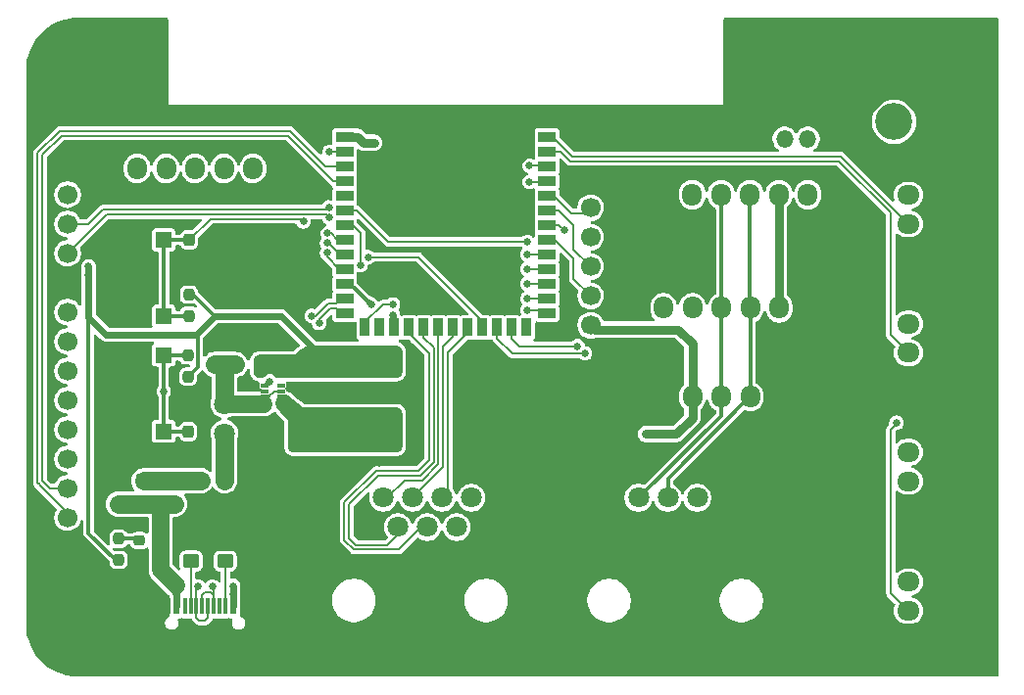
<source format=gbr>
%TF.GenerationSoftware,KiCad,Pcbnew,9.0.5*%
%TF.CreationDate,2026-01-05T22:54:41+05:30*%
%TF.ProjectId,Dietarium,44696574-6172-4697-956d-2e6b69636164,rev?*%
%TF.SameCoordinates,Original*%
%TF.FileFunction,Copper,L1,Top*%
%TF.FilePolarity,Positive*%
%FSLAX46Y46*%
G04 Gerber Fmt 4.6, Leading zero omitted, Abs format (unit mm)*
G04 Created by KiCad (PCBNEW 9.0.5) date 2026-01-05 22:54:41*
%MOMM*%
%LPD*%
G01*
G04 APERTURE LIST*
G04 Aperture macros list*
%AMRoundRect*
0 Rectangle with rounded corners*
0 $1 Rounding radius*
0 $2 $3 $4 $5 $6 $7 $8 $9 X,Y pos of 4 corners*
0 Add a 4 corners polygon primitive as box body*
4,1,4,$2,$3,$4,$5,$6,$7,$8,$9,$2,$3,0*
0 Add four circle primitives for the rounded corners*
1,1,$1+$1,$2,$3*
1,1,$1+$1,$4,$5*
1,1,$1+$1,$6,$7*
1,1,$1+$1,$8,$9*
0 Add four rect primitives between the rounded corners*
20,1,$1+$1,$2,$3,$4,$5,0*
20,1,$1+$1,$4,$5,$6,$7,0*
20,1,$1+$1,$6,$7,$8,$9,0*
20,1,$1+$1,$8,$9,$2,$3,0*%
G04 Aperture macros list end*
%TA.AperFunction,SMDPad,CuDef*%
%ADD10RoundRect,0.237500X0.237500X-0.250000X0.237500X0.250000X-0.237500X0.250000X-0.237500X-0.250000X0*%
%TD*%
%TA.AperFunction,ComponentPad*%
%ADD11RoundRect,0.250000X0.600000X0.725000X-0.600000X0.725000X-0.600000X-0.725000X0.600000X-0.725000X0*%
%TD*%
%TA.AperFunction,ComponentPad*%
%ADD12O,1.700000X1.950000*%
%TD*%
%TA.AperFunction,SMDPad,CuDef*%
%ADD13R,1.400000X1.400000*%
%TD*%
%TA.AperFunction,SMDPad,CuDef*%
%ADD14RoundRect,0.237500X0.237500X-0.300000X0.237500X0.300000X-0.237500X0.300000X-0.237500X-0.300000X0*%
%TD*%
%TA.AperFunction,SMDPad,CuDef*%
%ADD15RoundRect,0.112500X0.187500X0.112500X-0.187500X0.112500X-0.187500X-0.112500X0.187500X-0.112500X0*%
%TD*%
%TA.AperFunction,SMDPad,CuDef*%
%ADD16RoundRect,0.150000X0.200000X-0.150000X0.200000X0.150000X-0.200000X0.150000X-0.200000X-0.150000X0*%
%TD*%
%TA.AperFunction,ComponentPad*%
%ADD17RoundRect,0.250000X0.725000X-0.600000X0.725000X0.600000X-0.725000X0.600000X-0.725000X-0.600000X0*%
%TD*%
%TA.AperFunction,ComponentPad*%
%ADD18O,1.950000X1.700000*%
%TD*%
%TA.AperFunction,ComponentPad*%
%ADD19C,3.900000*%
%TD*%
%TA.AperFunction,ConnectorPad*%
%ADD20C,7.000000*%
%TD*%
%TA.AperFunction,ComponentPad*%
%ADD21C,1.800000*%
%TD*%
%TA.AperFunction,SMDPad,CuDef*%
%ADD22RoundRect,0.218750X0.256250X-0.218750X0.256250X0.218750X-0.256250X0.218750X-0.256250X-0.218750X0*%
%TD*%
%TA.AperFunction,SMDPad,CuDef*%
%ADD23RoundRect,0.237500X-0.300000X-0.237500X0.300000X-0.237500X0.300000X0.237500X-0.300000X0.237500X0*%
%TD*%
%TA.AperFunction,SMDPad,CuDef*%
%ADD24R,0.600000X1.450000*%
%TD*%
%TA.AperFunction,SMDPad,CuDef*%
%ADD25R,0.300000X1.450000*%
%TD*%
%TA.AperFunction,HeatsinkPad*%
%ADD26O,1.000000X2.100000*%
%TD*%
%TA.AperFunction,HeatsinkPad*%
%ADD27O,1.000000X1.600000*%
%TD*%
%TA.AperFunction,ComponentPad*%
%ADD28R,1.800000X1.800000*%
%TD*%
%TA.AperFunction,ComponentPad*%
%ADD29C,3.000000*%
%TD*%
%TA.AperFunction,ComponentPad*%
%ADD30RoundRect,0.250000X-0.600000X-0.725000X0.600000X-0.725000X0.600000X0.725000X-0.600000X0.725000X0*%
%TD*%
%TA.AperFunction,SMDPad,CuDef*%
%ADD31RoundRect,0.237500X-0.237500X0.250000X-0.237500X-0.250000X0.237500X-0.250000X0.237500X0.250000X0*%
%TD*%
%TA.AperFunction,SMDPad,CuDef*%
%ADD32RoundRect,0.250000X0.450000X-0.350000X0.450000X0.350000X-0.450000X0.350000X-0.450000X-0.350000X0*%
%TD*%
%TA.AperFunction,SMDPad,CuDef*%
%ADD33RoundRect,0.087500X-0.250000X-0.087500X0.250000X-0.087500X0.250000X0.087500X-0.250000X0.087500X0*%
%TD*%
%TA.AperFunction,ComponentPad*%
%ADD34R,1.700000X1.700000*%
%TD*%
%TA.AperFunction,ComponentPad*%
%ADD35C,1.700000*%
%TD*%
%TA.AperFunction,ComponentPad*%
%ADD36RoundRect,0.266667X1.333333X-1.333333X1.333333X1.333333X-1.333333X1.333333X-1.333333X-1.333333X0*%
%TD*%
%TA.AperFunction,ComponentPad*%
%ADD37O,3.200000X3.200000*%
%TD*%
%TA.AperFunction,SMDPad,CuDef*%
%ADD38RoundRect,0.249999X3.500001X-0.850001X3.500001X0.850001X-3.500001X0.850001X-3.500001X-0.850001X0*%
%TD*%
%TA.AperFunction,SMDPad,CuDef*%
%ADD39RoundRect,0.237500X-0.237500X0.300000X-0.237500X-0.300000X0.237500X-0.300000X0.237500X0.300000X0*%
%TD*%
%TA.AperFunction,ComponentPad*%
%ADD40O,1.500000X1.500000*%
%TD*%
%TA.AperFunction,SMDPad,CuDef*%
%ADD41R,1.500000X0.900000*%
%TD*%
%TA.AperFunction,SMDPad,CuDef*%
%ADD42R,0.900000X1.500000*%
%TD*%
%TA.AperFunction,HeatsinkPad*%
%ADD43C,0.600000*%
%TD*%
%TA.AperFunction,HeatsinkPad*%
%ADD44R,3.900000X3.900000*%
%TD*%
%TA.AperFunction,ViaPad*%
%ADD45C,0.650000*%
%TD*%
%TA.AperFunction,Conductor*%
%ADD46C,0.200000*%
%TD*%
%TA.AperFunction,Conductor*%
%ADD47C,0.400000*%
%TD*%
%TA.AperFunction,Conductor*%
%ADD48C,1.600000*%
%TD*%
%TA.AperFunction,Conductor*%
%ADD49C,0.600000*%
%TD*%
%TA.AperFunction,Conductor*%
%ADD50C,1.500000*%
%TD*%
%TA.AperFunction,Conductor*%
%ADD51C,0.800000*%
%TD*%
%TA.AperFunction,Conductor*%
%ADD52C,0.300000*%
%TD*%
%TA.AperFunction,Conductor*%
%ADD53C,1.200000*%
%TD*%
G04 APERTURE END LIST*
D10*
%TO.P,R7,1*%
%TO.N,/3.3V*%
X58496419Y-97397702D03*
%TO.P,R7,2*%
%TO.N,Net-(D5-A)*%
X58496419Y-95572702D03*
%TD*%
D11*
%TO.P,J5,1,Pin_1*%
%TO.N,GND*%
X72597051Y-63545343D03*
D12*
%TO.P,J5,2,Pin_2*%
%TO.N,/RLY1*%
X70097051Y-63545343D03*
%TO.P,J5,3,Pin_3*%
%TO.N,/RLY2*%
X67597051Y-63545343D03*
%TO.P,J5,4,Pin_4*%
%TO.N,/RLY3*%
X65097051Y-63545343D03*
%TO.P,J5,5,Pin_5*%
%TO.N,/RLY4*%
X62597051Y-63545343D03*
%TO.P,J5,6,Pin_6*%
%TO.N,/5V*%
X60097051Y-63545343D03*
%TD*%
D13*
%TO.P,S2,1*%
%TO.N,/BOOT*%
X62389930Y-79672390D03*
%TO.P,S2,2*%
X62389930Y-86272390D03*
%TO.P,S2,3*%
%TO.N,GND*%
X59389930Y-79672390D03*
%TO.P,S2,4*%
X59389930Y-86272390D03*
%TD*%
D14*
%TO.P,C9,1*%
%TO.N,/BOOT*%
X64499450Y-86299999D03*
%TO.P,C9,2*%
%TO.N,GND*%
X64499450Y-84574999D03*
%TD*%
D15*
%TO.P,D1,1,K*%
%TO.N,/5V_USB*%
X67661201Y-90552045D03*
%TO.P,D1,2,A*%
%TO.N,Net-(D1-A)*%
X65561201Y-90552045D03*
%TD*%
D16*
%TO.P,D2,1,A1*%
%TO.N,GND*%
X58473739Y-91173602D03*
%TO.P,D2,2,A2*%
%TO.N,Net-(D2-A2)*%
X58473739Y-92573602D03*
%TD*%
D17*
%TO.P,J7,1,Pin_1*%
%TO.N,GND*%
X126745255Y-104293247D03*
D18*
%TO.P,J7,2,Pin_2*%
%TO.N,/ADC1_CH6*%
X126745255Y-101793247D03*
%TO.P,J7,3,Pin_3*%
%TO.N,/3.3V*%
X126745255Y-99293247D03*
%TD*%
D19*
%TO.P,H4,1,1*%
%TO.N,GND*%
X119516498Y-55014173D03*
D20*
X119516498Y-55014173D03*
%TD*%
D21*
%TO.P,JP2,1,A*%
%TO.N,/5V_USB*%
X67647243Y-86455973D03*
%TO.P,JP2,2,B*%
%TO.N,/5V*%
X67647243Y-83915973D03*
%TD*%
D19*
%TO.P,H1,1,1*%
%TO.N,GND*%
X55014297Y-103024875D03*
D20*
X55014297Y-103024875D03*
%TD*%
D14*
%TO.P,C2,1*%
%TO.N,Net-(D1-A)*%
X63313430Y-90563180D03*
%TO.P,C2,2*%
%TO.N,GND*%
X63313430Y-88838180D03*
%TD*%
%TO.P,C6,1*%
%TO.N,/3.3V*%
X70985203Y-80487431D03*
%TO.P,C6,2*%
%TO.N,GND*%
X70985203Y-78762431D03*
%TD*%
D17*
%TO.P,J10,1,Pin_1*%
%TO.N,GND*%
X126738330Y-70842464D03*
D18*
%TO.P,J10,2,Pin_2*%
%TO.N,/ADC1_CH0*%
X126738330Y-68342464D03*
%TO.P,J10,3,Pin_3*%
%TO.N,/3.3V*%
X126738330Y-65842464D03*
%TD*%
D22*
%TO.P,D5,1,K*%
%TO.N,GND*%
X60289913Y-97296350D03*
%TO.P,D5,2,A*%
%TO.N,Net-(D5-A)*%
X60289913Y-95721350D03*
%TD*%
D14*
%TO.P,C5,1*%
%TO.N,/3.3V*%
X72890135Y-80490536D03*
%TO.P,C5,2*%
%TO.N,GND*%
X72890135Y-78765536D03*
%TD*%
D13*
%TO.P,S1,1*%
%TO.N,/ENABLE*%
X62400000Y-69712500D03*
%TO.P,S1,2*%
X62400000Y-76312500D03*
%TO.P,S1,3*%
%TO.N,GND*%
X59400000Y-69712500D03*
%TO.P,S1,4*%
X59400000Y-76312500D03*
%TD*%
D10*
%TO.P,R8,1*%
%TO.N,/3.3V*%
X64493423Y-81541970D03*
%TO.P,R8,2*%
%TO.N,/BOOT*%
X64493423Y-79716970D03*
%TD*%
D23*
%TO.P,C1,1*%
%TO.N,Net-(D2-A2)*%
X63330923Y-92569729D03*
%TO.P,C1,2*%
%TO.N,GND*%
X65055923Y-92569729D03*
%TD*%
D24*
%TO.P,J1,A1,GND*%
%TO.N,GND*%
X62714425Y-101419589D03*
%TO.P,J1,A4,VBUS*%
%TO.N,Net-(D2-A2)*%
X63514425Y-101419589D03*
D25*
%TO.P,J1,A5,CC1*%
%TO.N,Net-(J1-CC1)*%
X64714425Y-101419589D03*
%TO.P,J1,A6,D+*%
%TO.N,/USB_D+*%
X65714425Y-101419589D03*
%TO.P,J1,A7,D-*%
%TO.N,/USB_D-*%
X66214425Y-101419589D03*
%TO.P,J1,A8,SBU1*%
%TO.N,unconnected-(J1-SBU1-PadA8)*%
X67214425Y-101419589D03*
D24*
%TO.P,J1,A9,VBUS*%
%TO.N,Net-(D2-A2)*%
X68414425Y-101419589D03*
%TO.P,J1,A12,GND*%
%TO.N,GND*%
X69214425Y-101419589D03*
%TO.P,J1,B1,GND*%
X69214425Y-101419589D03*
%TO.P,J1,B4,VBUS*%
%TO.N,Net-(D2-A2)*%
X68414425Y-101419589D03*
D25*
%TO.P,J1,B5,CC2*%
%TO.N,Net-(J1-CC2)*%
X67714425Y-101419589D03*
%TO.P,J1,B6,D+*%
%TO.N,/USB_D+*%
X66714425Y-101419589D03*
%TO.P,J1,B7,D-*%
%TO.N,/USB_D-*%
X65214425Y-101419589D03*
%TO.P,J1,B8,SBU2*%
%TO.N,unconnected-(J1-SBU2-PadB8)*%
X64214425Y-101419589D03*
D24*
%TO.P,J1,B9,VBUS*%
%TO.N,Net-(D2-A2)*%
X63514425Y-101419589D03*
%TO.P,J1,B12,GND*%
%TO.N,GND*%
X62714425Y-101419589D03*
D26*
%TO.P,J1,S1,SHIELD*%
X61644425Y-102334589D03*
D27*
X61644425Y-106514589D03*
D26*
X70284425Y-102334589D03*
D27*
X70284425Y-106514589D03*
%TD*%
D28*
%TO.P,J13,1*%
%TO.N,GND*%
X102137550Y-94554837D03*
D21*
%TO.P,J13,2*%
%TO.N,/SCL*%
X103407550Y-92014837D03*
%TO.P,J13,3*%
%TO.N,GND*%
X104677550Y-94554837D03*
%TO.P,J13,4*%
%TO.N,/SDA*%
X105947550Y-92014837D03*
%TO.P,J13,5*%
%TO.N,GND*%
X107217550Y-94554837D03*
%TO.P,J13,6*%
%TO.N,/3.3V*%
X108487550Y-92014837D03*
%TO.P,J13,7*%
%TO.N,GND*%
X109757550Y-94554837D03*
%TO.P,J13,8*%
X111027550Y-92014837D03*
D29*
%TO.P,J13,SH*%
X98837550Y-97854837D03*
X114327550Y-97854837D03*
%TD*%
D30*
%TO.P,J2,1,Pin_1*%
%TO.N,GND*%
X105578338Y-83289838D03*
D12*
%TO.P,J2,2,Pin_2*%
%TO.N,/3.3V*%
X108078338Y-83289838D03*
%TO.P,J2,3,Pin_3*%
%TO.N,/SCL*%
X110578338Y-83289838D03*
%TO.P,J2,4,Pin_4*%
%TO.N,/SDA*%
X113078338Y-83289838D03*
%TD*%
D31*
%TO.P,R9,1*%
%TO.N,/3.3V*%
X64566746Y-74454108D03*
%TO.P,R9,2*%
%TO.N,/ENABLE*%
X64566746Y-76279108D03*
%TD*%
D19*
%TO.P,H3,1,1*%
%TO.N,GND*%
X119500770Y-102991232D03*
D20*
X119500770Y-102991232D03*
%TD*%
D17*
%TO.P,J9,1,Pin_1*%
%TO.N,GND*%
X126746547Y-81981121D03*
D18*
%TO.P,J9,2,Pin_2*%
%TO.N,/ADC1_CH1*%
X126746547Y-79481121D03*
%TO.P,J9,3,Pin_3*%
%TO.N,/3.3V*%
X126746547Y-76981121D03*
%TD*%
D14*
%TO.P,C3,1*%
%TO.N,/5V*%
X68591634Y-80502909D03*
%TO.P,C3,2*%
%TO.N,GND*%
X68591634Y-78777909D03*
%TD*%
D32*
%TO.P,R2,1*%
%TO.N,Net-(J1-CC1)*%
X64749746Y-97488783D03*
%TO.P,R2,2*%
%TO.N,GND*%
X64749746Y-95488783D03*
%TD*%
D33*
%TO.P,U1,1,FB*%
%TO.N,Net-(U1-FB)*%
X71086767Y-82299165D03*
%TO.P,U1,2,GND*%
%TO.N,GND*%
X71086767Y-82799165D03*
%TO.P,U1,3,VIN*%
%TO.N,/5V*%
X71086767Y-83299165D03*
%TO.P,U1,4,SW*%
%TO.N,Net-(U1-SW)*%
X72511767Y-83299165D03*
%TO.P,U1,5,EN*%
%TO.N,/5V*%
X72511767Y-82799165D03*
%TO.P,U1,6,NC*%
%TO.N,unconnected-(U1-NC-Pad6)*%
X72511767Y-82299165D03*
%TD*%
D28*
%TO.P,J14,1*%
%TO.N,GND*%
X80082138Y-94553198D03*
D21*
%TO.P,J14,2*%
%TO.N,/SCK*%
X81352138Y-92013198D03*
%TO.P,J14,3*%
%TO.N,/MOSI*%
X82622138Y-94553198D03*
%TO.P,J14,4*%
%TO.N,/MISO*%
X83892138Y-92013198D03*
%TO.P,J14,5*%
%TO.N,/SS*%
X85162138Y-94553198D03*
%TO.P,J14,6*%
%TO.N,/RST*%
X86432138Y-92013198D03*
%TO.P,J14,7*%
%TO.N,unconnected-(J14-Pad7)*%
X87702138Y-94553198D03*
%TO.P,J14,8*%
%TO.N,/3.3V*%
X88972138Y-92013198D03*
D29*
%TO.P,J14,SH*%
%TO.N,GND*%
X76782138Y-97853198D03*
X92272138Y-97853198D03*
%TD*%
D34*
%TO.P,J12,1,Pin_1*%
%TO.N,GND*%
X54086454Y-63259590D03*
D35*
%TO.P,J12,2,Pin_2*%
%TO.N,/3.3V*%
X54086454Y-65799590D03*
%TO.P,J12,3,Pin_3*%
%TO.N,/TXD*%
X54086454Y-68339590D03*
%TO.P,J12,4,Pin_4*%
%TO.N,/RXD*%
X54086454Y-70879590D03*
D34*
%TO.P,J12,5,Pin_5*%
%TO.N,GND*%
X54086454Y-73419590D03*
D35*
%TO.P,J12,6,Pin_6*%
%TO.N,/IO15*%
X54086454Y-75959590D03*
%TO.P,J12,7,Pin_7*%
%TO.N,/IO38*%
X54086454Y-78499590D03*
%TO.P,J12,8,Pin_8*%
%TO.N,/IO37*%
X54086454Y-81039590D03*
%TO.P,J12,9,Pin_9*%
%TO.N,/IO36*%
X54086454Y-83579590D03*
%TO.P,J12,10,Pin_10*%
%TO.N,/IO35*%
X54086454Y-86119590D03*
%TO.P,J12,11,Pin_11*%
%TO.N,/5V*%
X54086454Y-88659590D03*
%TO.P,J12,12,Pin_12*%
%TO.N,/TRIG*%
X54086454Y-91199590D03*
%TO.P,J12,13,Pin_13*%
%TO.N,/ECHO*%
X54086454Y-93739590D03*
D34*
%TO.P,J12,14,Pin_14*%
%TO.N,GND*%
X54086454Y-96279590D03*
%TD*%
D32*
%TO.P,R1,1*%
%TO.N,Net-(J1-CC2)*%
X67697248Y-97495194D03*
%TO.P,R1,2*%
%TO.N,GND*%
X67697248Y-95495194D03*
%TD*%
D30*
%TO.P,J4,1,Pin_1*%
%TO.N,GND*%
X105550000Y-65800000D03*
D12*
%TO.P,J4,2,Pin_2*%
%TO.N,unconnected-(J4-Pin_2-Pad2)*%
X108050000Y-65800000D03*
%TO.P,J4,3,Pin_3*%
%TO.N,/SCL*%
X110550000Y-65800000D03*
%TO.P,J4,4,Pin_4*%
%TO.N,/SDA*%
X113050000Y-65800000D03*
%TO.P,J4,5,Pin_5*%
%TO.N,/3.3V*%
X115550000Y-65800000D03*
%TO.P,J4,6,Pin_6*%
%TO.N,/V+*%
X118050000Y-65800000D03*
%TD*%
D14*
%TO.P,C4,1*%
%TO.N,/5V*%
X66791634Y-80502909D03*
%TO.P,C4,2*%
%TO.N,GND*%
X66791634Y-78777909D03*
%TD*%
D11*
%TO.P,J6,1,Pin_1*%
%TO.N,GND*%
X118072004Y-75596282D03*
D12*
%TO.P,J6,2,Pin_2*%
%TO.N,/3.3V*%
X115572004Y-75596282D03*
%TO.P,J6,3,Pin_3*%
%TO.N,/SDA*%
X113072004Y-75596282D03*
%TO.P,J6,4,Pin_4*%
%TO.N,/SCL*%
X110572004Y-75596282D03*
%TO.P,J6,5,Pin_5*%
%TO.N,/~INT*%
X108072004Y-75596282D03*
%TO.P,J6,6,Pin_6*%
%TO.N,Net-(J6-Pin_6)*%
X105572004Y-75596282D03*
%TD*%
D19*
%TO.P,H2,1,1*%
%TO.N,GND*%
X54988635Y-54993799D03*
D20*
X54988635Y-54993799D03*
%TD*%
D36*
%TO.P,J11,1,Pin_1*%
%TO.N,GND*%
X125498550Y-54425455D03*
D37*
%TO.P,J11,2,Pin_2*%
%TO.N,/V+*%
X125498550Y-59505455D03*
%TD*%
D38*
%TO.P,L1,1*%
%TO.N,Net-(U1-SW)*%
X78699049Y-86468132D03*
%TO.P,L1,2*%
%TO.N,/3.3V*%
X78699049Y-80468132D03*
%TD*%
D34*
%TO.P,J3,1,Pin_1*%
%TO.N,GND*%
X99280373Y-64401618D03*
D35*
%TO.P,J3,2,Pin_2*%
%TO.N,/MTMS*%
X99280373Y-66941618D03*
%TO.P,J3,3,Pin_3*%
%TO.N,/MTDO*%
X99280373Y-69481618D03*
%TO.P,J3,4,Pin_4*%
%TO.N,/MTDI*%
X99280373Y-72021618D03*
%TO.P,J3,5,Pin_5*%
%TO.N,/MTCK*%
X99280373Y-74561618D03*
%TO.P,J3,6,Pin_6*%
%TO.N,/3.3V*%
X99280373Y-77101618D03*
%TD*%
D39*
%TO.P,C10,1*%
%TO.N,/ENABLE*%
X64588545Y-69726520D03*
%TO.P,C10,2*%
%TO.N,GND*%
X64588545Y-71451520D03*
%TD*%
D32*
%TO.P,FB1,1*%
%TO.N,Net-(D2-A2)*%
X60697023Y-92568007D03*
%TO.P,FB1,2*%
%TO.N,Net-(D1-A)*%
X60697023Y-90568007D03*
%TD*%
D17*
%TO.P,J8,1,Pin_1*%
%TO.N,GND*%
X126732392Y-93091320D03*
D18*
%TO.P,J8,2,Pin_2*%
%TO.N,/ADC1_CH2*%
X126732392Y-90591320D03*
%TO.P,J8,3,Pin_3*%
%TO.N,/3.3V*%
X126732392Y-88091320D03*
%TD*%
D40*
%TO.P,JP1,1,A*%
%TO.N,/5V*%
X116035408Y-60981673D03*
%TO.P,JP1,2,B*%
%TO.N,/V+*%
X118035408Y-60981673D03*
%TD*%
D41*
%TO.P,U2,1,GND*%
%TO.N,GND*%
X78013107Y-59528879D03*
%TO.P,U2,2,3V3*%
%TO.N,/3.3V*%
X78013107Y-60798879D03*
%TO.P,U2,3,EN*%
%TO.N,/ENABLE*%
X78013107Y-62068879D03*
%TO.P,U2,4,IO4*%
%TO.N,/ECHO*%
X78013107Y-63338879D03*
%TO.P,U2,5,IO5*%
%TO.N,/TRIG*%
X78013107Y-64608879D03*
%TO.P,U2,6,IO6*%
%TO.N,unconnected-(U2-IO6-Pad6)*%
X78013107Y-65878879D03*
%TO.P,U2,7,IO7*%
%TO.N,/ADC1_CH6*%
X78013107Y-67148879D03*
%TO.P,U2,8,IO15*%
%TO.N,/IO15*%
X78013107Y-68418879D03*
%TO.P,U2,9,IO16*%
%TO.N,/IN1*%
X78013107Y-69688879D03*
%TO.P,U2,10,IO17*%
%TO.N,/IN2*%
X78013107Y-70958879D03*
%TO.P,U2,11,IO18*%
%TO.N,/IN3*%
X78013107Y-72228879D03*
%TO.P,U2,12,IO8*%
%TO.N,/SDA*%
X78013107Y-73498879D03*
%TO.P,U2,13,USB_D-*%
%TO.N,/USB_D-*%
X78013107Y-74768879D03*
%TO.P,U2,14,USB_D+*%
%TO.N,/USB_D+*%
X78013107Y-76038879D03*
D42*
%TO.P,U2,15,IO3*%
%TO.N,/ADC1_CH2*%
X79778107Y-77288879D03*
%TO.P,U2,16,IO46*%
%TO.N,unconnected-(U2-IO46-Pad16)*%
X81048107Y-77288879D03*
%TO.P,U2,17,IO9*%
%TO.N,/SCL*%
X82318107Y-77288879D03*
%TO.P,U2,18,IO10*%
%TO.N,/SS*%
X83588107Y-77288879D03*
%TO.P,U2,19,IO11*%
%TO.N,/MOSI*%
X84858107Y-77288879D03*
%TO.P,U2,20,IO12*%
%TO.N,/SCK*%
X86128107Y-77288879D03*
%TO.P,U2,21,IO13*%
%TO.N,/MISO*%
X87398107Y-77288879D03*
%TO.P,U2,22,IO14*%
%TO.N,/RST*%
X88668107Y-77288879D03*
%TO.P,U2,23,IO21*%
%TO.N,/IN4*%
X89938107Y-77288879D03*
%TO.P,U2,24,IO47*%
%TO.N,/~INT*%
X91208107Y-77288879D03*
%TO.P,U2,25,IO48*%
%TO.N,/~SHUT*%
X92478107Y-77288879D03*
%TO.P,U2,26,IO45*%
%TO.N,unconnected-(U2-IO45-Pad26)*%
X93748107Y-77288879D03*
D41*
%TO.P,U2,27,IO0*%
%TO.N,/BOOT*%
X95513107Y-76038879D03*
%TO.P,U2,28,IO35*%
%TO.N,/IO35*%
X95513107Y-74768879D03*
%TO.P,U2,29,IO36*%
%TO.N,/IO36*%
X95513107Y-73498879D03*
%TO.P,U2,30,IO37*%
%TO.N,/IO37*%
X95513107Y-72228879D03*
%TO.P,U2,31,IO38*%
%TO.N,/IO38*%
X95513107Y-70958879D03*
%TO.P,U2,32,IO39*%
%TO.N,/MTCK*%
X95513107Y-69688879D03*
%TO.P,U2,33,IO40*%
%TO.N,/MTDO*%
X95513107Y-68418879D03*
%TO.P,U2,34,IO41*%
%TO.N,/MTDI*%
X95513107Y-67148879D03*
%TO.P,U2,35,IO42*%
%TO.N,/MTMS*%
X95513107Y-65878879D03*
%TO.P,U2,36,RXD0*%
%TO.N,/RXD*%
X95513107Y-64608879D03*
%TO.P,U2,37,TXD0*%
%TO.N,/TXD*%
X95513107Y-63338879D03*
%TO.P,U2,38,IO2*%
%TO.N,/ADC1_CH1*%
X95513107Y-62068879D03*
%TO.P,U2,39,IO1*%
%TO.N,/ADC1_CH0*%
X95513107Y-60798879D03*
%TO.P,U2,40,GND*%
%TO.N,GND*%
X95513107Y-59528879D03*
D43*
%TO.P,U2,41,GND*%
X83863107Y-66548879D03*
X83863107Y-67948879D03*
X84563107Y-65848879D03*
X84563107Y-67248879D03*
X84563107Y-68648879D03*
X85263107Y-66548879D03*
D44*
X85263107Y-67248879D03*
D43*
X85263107Y-67948879D03*
X85963107Y-65848879D03*
X85963107Y-67248879D03*
X85963107Y-68648879D03*
X86663107Y-66548879D03*
X86663107Y-67948879D03*
%TD*%
D45*
%TO.N,GND*%
X58450000Y-90700000D03*
X113000000Y-53000000D03*
X113000000Y-56000000D03*
X93000000Y-67000000D03*
X132000000Y-67000000D03*
X66900000Y-74000000D03*
X90000000Y-71000000D03*
X81000000Y-89000000D03*
X64700000Y-94600000D03*
X117000000Y-84000000D03*
X59350000Y-86250000D03*
X65700000Y-92600000D03*
X68600000Y-75100000D03*
X70100000Y-74000000D03*
X102000000Y-66000000D03*
X72000000Y-86000000D03*
X66000000Y-107000000D03*
X95000000Y-96000000D03*
X67700000Y-94600000D03*
X99000000Y-85000000D03*
X59450000Y-76300000D03*
X61000000Y-57000000D03*
X57200000Y-79300000D03*
X91500000Y-75500000D03*
X117000000Y-79000000D03*
X95000000Y-102000000D03*
X61000000Y-53000000D03*
X132000000Y-76000000D03*
X95000000Y-85000000D03*
X109000000Y-99000000D03*
X56800000Y-98000000D03*
X117000000Y-71000000D03*
X97000000Y-83000000D03*
X123000000Y-69000000D03*
X132000000Y-79000000D03*
X80750000Y-63000000D03*
X92000000Y-93000000D03*
X57250000Y-83250000D03*
X57000000Y-75000000D03*
X106582550Y-103000000D03*
X90000000Y-89000000D03*
X87000000Y-99000000D03*
X99000000Y-89000000D03*
X98000000Y-105000000D03*
X132000000Y-64000000D03*
X117000000Y-94000000D03*
X123000000Y-78000000D03*
X59400000Y-79500000D03*
X56800000Y-94500000D03*
X85000000Y-63000000D03*
X84527138Y-103000000D03*
X84000000Y-86000000D03*
X65964425Y-104000000D03*
X90000000Y-63000000D03*
X120000000Y-79000000D03*
X104000000Y-99000000D03*
X132000000Y-93000000D03*
X86500000Y-75500000D03*
X101000000Y-83000000D03*
X73000000Y-99000000D03*
X117000000Y-88000000D03*
X121000000Y-71000000D03*
X68000000Y-105000000D03*
X127500000Y-57000000D03*
X60889930Y-84300000D03*
X90000000Y-85000000D03*
X70000000Y-96000000D03*
X123000000Y-73000000D03*
X107000000Y-71000000D03*
X63300000Y-87900000D03*
X64000000Y-105000000D03*
X79750000Y-64000000D03*
X120000000Y-86000000D03*
X132000000Y-84000000D03*
X132000000Y-87000000D03*
X69600000Y-82500000D03*
X101000000Y-76000000D03*
X57200000Y-86200000D03*
X99000000Y-93000000D03*
X132000000Y-96000000D03*
X57000000Y-65000000D03*
X81750000Y-64250000D03*
X71700000Y-69400000D03*
X132000000Y-102000000D03*
X132000000Y-105000000D03*
X73000000Y-89000000D03*
X126750000Y-83150000D03*
X57650000Y-91150000D03*
X132000000Y-73000000D03*
X76000000Y-89000000D03*
X62500000Y-88850000D03*
X95000000Y-93000000D03*
X95000000Y-81000000D03*
X101000000Y-73000000D03*
X63500000Y-68550000D03*
X130500000Y-61000000D03*
X68600000Y-77800000D03*
X66800000Y-77800000D03*
X59400000Y-82972390D03*
X120000000Y-98000000D03*
X60300000Y-98000000D03*
X130500000Y-57000000D03*
X57000000Y-62000000D03*
X120000000Y-82000000D03*
X126750000Y-63100000D03*
X73000000Y-92000000D03*
X120000000Y-90000000D03*
X74500000Y-69500000D03*
X132000000Y-99000000D03*
X67600000Y-69400000D03*
X76000000Y-93000000D03*
X92000000Y-83000000D03*
X89000000Y-81000000D03*
X125000000Y-105000000D03*
X57000000Y-72000000D03*
X84000000Y-75500000D03*
X70000000Y-92000000D03*
X126750000Y-73000000D03*
X59400000Y-69700000D03*
X95000000Y-89000000D03*
X132000000Y-82000000D03*
X132000000Y-90000000D03*
X82000000Y-67000000D03*
X103000000Y-89000000D03*
X123000000Y-88000000D03*
X72500000Y-74000000D03*
X73000000Y-103000000D03*
X90000000Y-67000000D03*
X60000000Y-74000000D03*
X57250000Y-68750000D03*
X125500000Y-52000000D03*
X82000000Y-99000000D03*
X65750000Y-71750000D03*
X73000000Y-96000000D03*
X103000000Y-71000000D03*
X132000000Y-70000000D03*
X130500000Y-53500000D03*
%TO.N,Net-(D2-A2)*%
X68400000Y-100400000D03*
X68400000Y-99650000D03*
X63500000Y-99625000D03*
X62925000Y-99050000D03*
X63514425Y-100400000D03*
%TO.N,/3.3V*%
X55900000Y-72000000D03*
X104000000Y-77462500D03*
X108100000Y-78700000D03*
X81600000Y-80500000D03*
X55900000Y-72800000D03*
X79700000Y-61350000D03*
X105000000Y-86501000D03*
X106100000Y-86450000D03*
X80550000Y-61307092D03*
X74950000Y-80450000D03*
X80700000Y-80500000D03*
X104043951Y-86501000D03*
X82500000Y-80500000D03*
%TO.N,/BOOT*%
X93800000Y-75800000D03*
X62389930Y-82800000D03*
%TO.N,/ENABLE*%
X74450000Y-68126000D03*
X76700000Y-62100000D03*
%TO.N,/USB_D-*%
X75181802Y-76281802D03*
X65375000Y-99700000D03*
%TO.N,/USB_D+*%
X66600000Y-99700000D03*
X75818198Y-76918198D03*
%TO.N,/SCL*%
X82200000Y-76200000D03*
%TO.N,/SDA*%
X80325735Y-75325735D03*
%TO.N,/MTDO*%
X97000000Y-68900000D03*
%TO.N,/IN4*%
X80035883Y-71203207D03*
%TO.N,/IN2*%
X76500000Y-69998526D03*
%TO.N,/IN3*%
X76500000Y-70848529D03*
%TO.N,/IN1*%
X76550000Y-69148523D03*
%TO.N,/~INT*%
X98772313Y-79524999D03*
%TO.N,/ADC1_CH2*%
X82200000Y-75300000D03*
%TO.N,/ADC1_CH6*%
X125700000Y-85532508D03*
X93800000Y-69900000D03*
%TO.N,/IO38*%
X93800000Y-70958879D03*
%TO.N,/IO35*%
X93800000Y-74800000D03*
%TO.N,/RXD*%
X76649995Y-67749195D03*
X94000000Y-64700000D03*
%TO.N,/TXD*%
X76656893Y-66899220D03*
X94000000Y-63300000D03*
%TO.N,/IO36*%
X93800000Y-73500000D03*
%TO.N,/IO37*%
X93800000Y-72228879D03*
%TO.N,/IO15*%
X79410883Y-71873001D03*
%TO.N,Net-(U1-FB)*%
X71550000Y-81950000D03*
%TO.N,/~SHUT*%
X98150000Y-78900000D03*
%TD*%
D46*
%TO.N,GND*%
X70749165Y-82700000D02*
X70848330Y-82799165D01*
D47*
X58473739Y-91173602D02*
X58473739Y-90723739D01*
D46*
X69600000Y-82500000D02*
X69800000Y-82700000D01*
X69800000Y-82700000D02*
X70749165Y-82700000D01*
D47*
X58473739Y-90723739D02*
X58450000Y-90700000D01*
D46*
X70848330Y-82799165D02*
X71086767Y-82799165D01*
D48*
%TO.N,Net-(D2-A2)*%
X60697023Y-92568007D02*
X62125000Y-92568007D01*
X58479334Y-92568007D02*
X58473739Y-92573602D01*
D49*
X63514425Y-101419589D02*
X63514425Y-100400000D01*
X68400000Y-99650000D02*
X68400000Y-101405164D01*
D48*
X60697023Y-92568007D02*
X58479334Y-92568007D01*
D49*
X68400000Y-101405164D02*
X68414425Y-101419589D01*
D48*
X63329201Y-92568007D02*
X63330923Y-92569729D01*
D50*
X63500000Y-99625000D02*
X62125000Y-98250000D01*
D49*
X63514425Y-100400000D02*
X63514425Y-99639425D01*
D50*
X62125000Y-98250000D02*
X62125000Y-92568007D01*
D49*
X63514425Y-99639425D02*
X63500000Y-99625000D01*
D48*
X62125000Y-92568007D02*
X63329201Y-92568007D01*
%TO.N,Net-(D1-A)*%
X65561201Y-90552045D02*
X63324565Y-90552045D01*
X63324565Y-90552045D02*
X63313430Y-90563180D01*
X60701850Y-90563180D02*
X60697023Y-90568007D01*
X63313430Y-90563180D02*
X60701850Y-90563180D01*
%TO.N,/5V*%
X67647243Y-83915973D02*
X67647243Y-80555666D01*
D46*
X72511767Y-82799165D02*
X71930835Y-82799165D01*
X71930835Y-82799165D02*
X71430835Y-83299165D01*
D48*
X66791634Y-80502909D02*
X67700000Y-80502909D01*
D50*
X67647243Y-83915973D02*
X71055973Y-83915973D01*
D48*
X67700000Y-80502909D02*
X68591634Y-80502909D01*
D46*
X71430835Y-83299165D02*
X71086767Y-83299165D01*
D48*
X67647243Y-80555666D02*
X67700000Y-80502909D01*
D51*
%TO.N,/3.3V*%
X104000000Y-77462500D02*
X106862500Y-77462500D01*
X115550000Y-65800000D02*
X115550000Y-75574278D01*
X106049000Y-86501000D02*
X106050000Y-86500000D01*
D52*
X65319423Y-80715970D02*
X65319423Y-78019423D01*
D49*
X55900000Y-72000000D02*
X55900000Y-76400000D01*
D52*
X64493423Y-81541970D02*
X65319423Y-80715970D01*
D51*
X115550000Y-75574278D02*
X115572004Y-75596282D01*
D49*
X72500000Y-76300000D02*
X76668132Y-80468132D01*
D51*
X106700000Y-86500000D02*
X108078338Y-85121662D01*
D48*
X78679750Y-80487431D02*
X78699049Y-80468132D01*
D52*
X55900000Y-76100000D02*
X55900000Y-95100000D01*
X66800000Y-76300000D02*
X64954108Y-74454108D01*
D49*
X55900000Y-76400000D02*
X57400000Y-77900000D01*
X57400000Y-77900000D02*
X65200000Y-77900000D01*
D51*
X80550000Y-61307092D02*
X79657092Y-61307092D01*
D48*
X70985203Y-80487431D02*
X72887030Y-80487431D01*
X78780917Y-80550000D02*
X78699049Y-80468132D01*
D51*
X104043951Y-86501000D02*
X106049000Y-86501000D01*
D52*
X108078338Y-78721662D02*
X108100000Y-78700000D01*
D49*
X66800000Y-76300000D02*
X72500000Y-76300000D01*
X65200000Y-77900000D02*
X66800000Y-76300000D01*
D51*
X104000000Y-77462500D02*
X99641255Y-77462500D01*
D52*
X65319423Y-78019423D02*
X65200000Y-77900000D01*
X64954108Y-74454108D02*
X64566746Y-74454108D01*
D51*
X106050000Y-86500000D02*
X106700000Y-86500000D01*
D52*
X55900000Y-95100000D02*
X58197702Y-97397702D01*
D51*
X79148879Y-60798879D02*
X78013107Y-60798879D01*
D52*
X58197702Y-97397702D02*
X58496419Y-97397702D01*
D51*
X108078338Y-78678338D02*
X108078338Y-83289838D01*
X108078338Y-85121662D02*
X108078338Y-83289838D01*
D48*
X70985203Y-80487431D02*
X78679750Y-80487431D01*
X72887030Y-80487431D02*
X72890135Y-80490536D01*
D51*
X79657092Y-61307092D02*
X79148879Y-60798879D01*
D49*
X76668132Y-80468132D02*
X78699049Y-80468132D01*
D51*
X106862500Y-77462500D02*
X108078338Y-78678338D01*
X99641255Y-77462500D02*
X99280373Y-77101618D01*
D52*
%TO.N,/BOOT*%
X62389930Y-79672390D02*
X62389930Y-86272390D01*
X62417539Y-86299999D02*
X62389930Y-86272390D01*
D46*
X95274228Y-75800000D02*
X95513107Y-76038879D01*
D52*
X64499450Y-86299999D02*
X62417539Y-86299999D01*
X64493423Y-79716970D02*
X62434510Y-79716970D01*
D46*
X93800000Y-75800000D02*
X95274228Y-75800000D01*
D52*
X62434510Y-79716970D02*
X62389930Y-79672390D01*
%TO.N,/ENABLE*%
X64588545Y-69726520D02*
X62414020Y-69726520D01*
X62400000Y-76312500D02*
X64533354Y-76312500D01*
X62400000Y-76312500D02*
X62400000Y-69712500D01*
D46*
X66413065Y-67902000D02*
X64588545Y-69726520D01*
D52*
X62414020Y-69726520D02*
X62400000Y-69712500D01*
D46*
X78013107Y-62068879D02*
X76731121Y-62068879D01*
X74500000Y-68126000D02*
X74600000Y-68026000D01*
D52*
X64533354Y-76312500D02*
X64566746Y-76279108D01*
D46*
X74600000Y-68026000D02*
X74600000Y-68001000D01*
X74501000Y-67902000D02*
X66413065Y-67902000D01*
X74450000Y-68126000D02*
X74500000Y-68126000D01*
X74600000Y-68001000D02*
X74501000Y-67902000D01*
X76731121Y-62068879D02*
X76700000Y-62100000D01*
D48*
%TO.N,/5V_USB*%
X67647243Y-90538087D02*
X67661201Y-90552045D01*
X67647243Y-86455973D02*
X67647243Y-90538087D01*
D46*
%TO.N,/USB_D-*%
X65467836Y-102650000D02*
X65961014Y-102650000D01*
X65961014Y-102650000D02*
X66214425Y-102396589D01*
X77303107Y-75178879D02*
X76602922Y-75178879D01*
X76602922Y-75178879D02*
X75499999Y-76281802D01*
X78013107Y-74768879D02*
X77713107Y-74768879D01*
X75499999Y-76281802D02*
X75181802Y-76281802D01*
X65214425Y-99860575D02*
X65375000Y-99700000D01*
X65214425Y-102396589D02*
X65467836Y-102650000D01*
X77713107Y-74768879D02*
X77303107Y-75178879D01*
X65214425Y-101419589D02*
X65214425Y-102396589D01*
X65214425Y-101419589D02*
X65214425Y-99860575D01*
X66214425Y-102396589D02*
X66214425Y-101419589D01*
%TO.N,/USB_D+*%
X78013107Y-76038879D02*
X77713107Y-76038879D01*
X66714425Y-100442589D02*
X66714425Y-101419589D01*
X76789320Y-75628879D02*
X75818198Y-76600001D01*
X77713107Y-76038879D02*
X77303107Y-75628879D01*
X77303107Y-75628879D02*
X76789320Y-75628879D01*
X66714425Y-99814425D02*
X66600000Y-99700000D01*
X65957014Y-100200000D02*
X66471836Y-100200000D01*
X65714425Y-100442589D02*
X65957014Y-100200000D01*
X75818198Y-76600001D02*
X75818198Y-76918198D01*
X66471836Y-100200000D02*
X66714425Y-100442589D01*
X65714425Y-101419589D02*
X65714425Y-100442589D01*
X66714425Y-101419589D02*
X66714425Y-99814425D01*
%TO.N,Net-(J1-CC1)*%
X64714425Y-101419589D02*
X64714425Y-97524104D01*
X64714425Y-97524104D02*
X64749746Y-97488783D01*
%TO.N,Net-(J1-CC2)*%
X67714425Y-97512371D02*
X67697248Y-97495194D01*
X67714425Y-101419589D02*
X67714425Y-97512371D01*
D52*
%TO.N,/SCL*%
X82200000Y-76200000D02*
X82318107Y-76318107D01*
X103485163Y-92014837D02*
X103407550Y-92014837D01*
X110572004Y-75596282D02*
X110572004Y-83283504D01*
X82318107Y-76318107D02*
X82318107Y-77288879D01*
X110572004Y-83283504D02*
X110578338Y-83289838D01*
X110578338Y-84921662D02*
X103485163Y-92014837D01*
X110578338Y-83289838D02*
X110578338Y-84921662D01*
X110550000Y-75574278D02*
X110572004Y-75596282D01*
X110550000Y-65800000D02*
X110550000Y-75574278D01*
%TO.N,/SDA*%
X113078338Y-83289838D02*
X113044250Y-83289838D01*
X113050000Y-75574278D02*
X113072004Y-75596282D01*
X113050000Y-65800000D02*
X113050000Y-75574278D01*
X105947550Y-90386538D02*
X105947550Y-92014837D01*
X80325735Y-75325735D02*
X78498879Y-73498879D01*
X78498879Y-73498879D02*
X78013107Y-73498879D01*
X113072004Y-75596282D02*
X113072004Y-83283504D01*
X113044250Y-83289838D02*
X105947550Y-90386538D01*
X113072004Y-83283504D02*
X113078338Y-83289838D01*
D46*
%TO.N,/MTDO*%
X96518879Y-68418879D02*
X95513107Y-68418879D01*
X97000000Y-68900000D02*
X96518879Y-68418879D01*
%TO.N,/MTMS*%
X95513107Y-65878879D02*
X96078879Y-65878879D01*
X96078879Y-65878879D02*
X97600000Y-67400000D01*
X97600000Y-67400000D02*
X98821991Y-67400000D01*
X98821991Y-67400000D02*
X99280373Y-66941618D01*
%TO.N,/MTCK*%
X97800000Y-71300000D02*
X96188879Y-69688879D01*
X96188879Y-69688879D02*
X95513107Y-69688879D01*
X99280373Y-74561618D02*
X97800000Y-73081245D01*
X97800000Y-73081245D02*
X97800000Y-71300000D01*
%TO.N,/MTDI*%
X96498879Y-67148879D02*
X95513107Y-67148879D01*
X97800000Y-70541245D02*
X97800000Y-68450000D01*
X97800000Y-68450000D02*
X96498879Y-67148879D01*
X99280373Y-72021618D02*
X97800000Y-70541245D01*
%TO.N,/IN4*%
X84428207Y-71203207D02*
X89938107Y-76713107D01*
X89938107Y-76713107D02*
X89938107Y-77288879D01*
X80035883Y-71203207D02*
X84428207Y-71203207D01*
%TO.N,/IN2*%
X76500000Y-69998526D02*
X76501474Y-70000000D01*
X76501474Y-70000000D02*
X76600000Y-70000000D01*
X77901285Y-70847057D02*
X78013107Y-70958879D01*
X76600000Y-70000000D02*
X77447057Y-70847057D01*
X77447057Y-70847057D02*
X77901285Y-70847057D01*
%TO.N,/IN3*%
X77578879Y-72228879D02*
X78013107Y-72228879D01*
X76500000Y-70848529D02*
X76500000Y-71150000D01*
X76500000Y-71150000D02*
X77578879Y-72228879D01*
%TO.N,/IN1*%
X77388879Y-69688879D02*
X78013107Y-69688879D01*
X76550000Y-69148523D02*
X76848523Y-69148523D01*
X76848523Y-69148523D02*
X77388879Y-69688879D01*
%TO.N,/~INT*%
X91208107Y-78238879D02*
X91208107Y-77288879D01*
X92494227Y-79524999D02*
X91208107Y-78238879D01*
X98772313Y-79524999D02*
X92494227Y-79524999D01*
%TO.N,/ADC1_CH0*%
X126738330Y-68342464D02*
X120895866Y-62500000D01*
X95998879Y-60798879D02*
X95513107Y-60798879D01*
X97700000Y-62500000D02*
X95998879Y-60798879D01*
X120895866Y-62500000D02*
X97700000Y-62500000D01*
%TO.N,/ADC1_CH1*%
X120729766Y-62901000D02*
X125200000Y-67371234D01*
X95513107Y-62068879D02*
X96668879Y-62068879D01*
X125200000Y-67371234D02*
X125200000Y-77934574D01*
X125200000Y-77934574D02*
X126746547Y-79481121D01*
X97501000Y-62901000D02*
X120729766Y-62901000D01*
X96668879Y-62068879D02*
X97501000Y-62901000D01*
%TO.N,/ADC1_CH2*%
X79778107Y-76846893D02*
X79778107Y-77288879D01*
X81325000Y-75300000D02*
X79778107Y-76846893D01*
X82200000Y-75300000D02*
X81325000Y-75300000D01*
%TO.N,/ADC1_CH6*%
X125700000Y-85532508D02*
X125700000Y-85600000D01*
X125200000Y-100247992D02*
X126745255Y-101793247D01*
X79048879Y-67148879D02*
X78013107Y-67148879D01*
X93800000Y-69900000D02*
X81800000Y-69900000D01*
X125200000Y-86100000D02*
X125200000Y-100247992D01*
X81800000Y-69900000D02*
X79048879Y-67148879D01*
X125700000Y-85600000D02*
X125200000Y-86100000D01*
%TO.N,/IO38*%
X93800000Y-70958879D02*
X95513107Y-70958879D01*
%TO.N,/IO35*%
X93800000Y-74800000D02*
X95481986Y-74800000D01*
X95481986Y-74800000D02*
X95513107Y-74768879D01*
%TO.N,/RXD*%
X57466100Y-67501000D02*
X56226510Y-68740590D01*
X76649995Y-67749195D02*
X76401800Y-67501000D01*
X76401800Y-67501000D02*
X57466100Y-67501000D01*
X56225454Y-68740590D02*
X54086454Y-70879590D01*
X95421986Y-64700000D02*
X95513107Y-64608879D01*
X56226510Y-68740590D02*
X56225454Y-68740590D01*
X94000000Y-64700000D02*
X95421986Y-64700000D01*
%TO.N,/TXD*%
X95474228Y-63300000D02*
X95513107Y-63338879D01*
X55860410Y-68339590D02*
X54086454Y-68339590D01*
X94000000Y-63300000D02*
X95474228Y-63300000D01*
X57100000Y-67100000D02*
X55860410Y-68339590D01*
X76656893Y-66899220D02*
X76456113Y-67100000D01*
X76456113Y-67100000D02*
X57100000Y-67100000D01*
%TO.N,/IO36*%
X93800000Y-73500000D02*
X95511986Y-73500000D01*
X95511986Y-73500000D02*
X95513107Y-73498879D01*
%TO.N,/TRIG*%
X51900000Y-62367100D02*
X53567100Y-60700000D01*
X52524590Y-91199590D02*
X51900000Y-90575000D01*
X51900000Y-90575000D02*
X51900000Y-62367100D01*
X77063107Y-64608879D02*
X78013107Y-64608879D01*
X54086454Y-91199590D02*
X52524590Y-91199590D01*
X73154228Y-60700000D02*
X77063107Y-64608879D01*
X53567100Y-60700000D02*
X73154228Y-60700000D01*
%TO.N,/IO37*%
X93800000Y-72228879D02*
X95513107Y-72228879D01*
%TO.N,/ECHO*%
X53401000Y-60299000D02*
X51499000Y-62201000D01*
X51499000Y-62201000D02*
X51499000Y-90741100D01*
X54086454Y-93361454D02*
X54086454Y-93739590D01*
X51675000Y-90950000D02*
X54086454Y-93361454D01*
X51499000Y-90741100D02*
X51675000Y-90917100D01*
X76360207Y-63338879D02*
X73320328Y-60299000D01*
X73320328Y-60299000D02*
X53401000Y-60299000D01*
X78013107Y-63338879D02*
X76360207Y-63338879D01*
X51675000Y-90917100D02*
X51675000Y-90950000D01*
%TO.N,/IO15*%
X77981986Y-68450000D02*
X78013107Y-68418879D01*
X79410883Y-71873001D02*
X79410883Y-69135883D01*
X77981986Y-68418879D02*
X77981986Y-68450000D01*
X78693879Y-68418879D02*
X77981986Y-68418879D01*
X79410883Y-69135883D02*
X78693879Y-68418879D01*
%TO.N,/SCK*%
X81686802Y-92013198D02*
X83200000Y-90500000D01*
X81352138Y-92013198D02*
X81686802Y-92013198D01*
X83200000Y-90500000D02*
X84700000Y-90500000D01*
X84700000Y-90500000D02*
X86128107Y-89071893D01*
X86128107Y-89071893D02*
X86128107Y-77288879D01*
%TO.N,/MOSI*%
X78400000Y-95500000D02*
X78400000Y-92600000D01*
X80900000Y-90100000D02*
X83032900Y-90100000D01*
X78400000Y-92600000D02*
X80900000Y-90100000D01*
X84858107Y-78158107D02*
X84858107Y-77288879D01*
X84533900Y-90099000D02*
X85727107Y-88905793D01*
X81701000Y-96099000D02*
X78999000Y-96099000D01*
X83033900Y-90099000D02*
X84533900Y-90099000D01*
X82622138Y-94553198D02*
X82622138Y-95177862D01*
X78999000Y-96099000D02*
X78400000Y-95500000D01*
X82622138Y-95177862D02*
X81701000Y-96099000D01*
X85727107Y-88905793D02*
X85727107Y-79027107D01*
X85727107Y-79027107D02*
X84858107Y-78158107D01*
X83032900Y-90100000D02*
X83033900Y-90099000D01*
%TO.N,/MISO*%
X87398107Y-77288879D02*
X87398107Y-78101893D01*
X86529107Y-89376229D02*
X83892138Y-92013198D01*
X87398107Y-78101893D02*
X86529107Y-78970893D01*
X86529107Y-78970893D02*
X86529107Y-89376229D01*
%TO.N,/RST*%
X88668107Y-77731893D02*
X88668107Y-77288879D01*
X86930107Y-79469893D02*
X88668107Y-77731893D01*
X86432138Y-92013198D02*
X86930107Y-91515229D01*
X86930107Y-91515229D02*
X86930107Y-79469893D01*
%TO.N,/SS*%
X77999000Y-95666100D02*
X77999000Y-92433900D01*
X85162138Y-94553198D02*
X84646802Y-94553198D01*
X82866800Y-89699000D02*
X82867800Y-89698000D01*
X82700000Y-96500000D02*
X78832900Y-96500000D01*
X84139879Y-78339879D02*
X84107107Y-78339879D01*
X84367800Y-89698000D02*
X85326107Y-88739693D01*
X84107107Y-78307107D02*
X83600000Y-77800000D01*
X78832900Y-96500000D02*
X77999000Y-95666100D01*
X83600000Y-77800000D02*
X83600000Y-77300772D01*
X84646802Y-94553198D02*
X82700000Y-96500000D01*
X84107107Y-78339879D02*
X84107107Y-78307107D01*
X85326107Y-79526107D02*
X84139879Y-78339879D01*
X77999000Y-92433900D02*
X80733900Y-89699000D01*
X80733900Y-89699000D02*
X82866800Y-89699000D01*
X82867800Y-89698000D02*
X84367800Y-89698000D01*
X83600000Y-77300772D02*
X83588107Y-77288879D01*
X85326107Y-88739693D02*
X85326107Y-79526107D01*
D53*
%TO.N,Net-(U1-SW)*%
X78699049Y-86468132D02*
X75388132Y-86468132D01*
D50*
X72800000Y-83880000D02*
X72800000Y-83850000D01*
X75388132Y-86468132D02*
X72800000Y-83880000D01*
D46*
%TO.N,Net-(U1-FB)*%
X71200835Y-82299165D02*
X71550000Y-81950000D01*
X71086767Y-82299165D02*
X71200835Y-82299165D01*
%TO.N,/~SHUT*%
X93139228Y-78900000D02*
X92478107Y-78238879D01*
X92478107Y-78238879D02*
X92478107Y-77288879D01*
X98150000Y-78900000D02*
X93139228Y-78900000D01*
D52*
%TO.N,Net-(D5-A)*%
X60379658Y-95582842D02*
X60500000Y-95462500D01*
X60141265Y-95572702D02*
X60289913Y-95721350D01*
X58496419Y-95572702D02*
X60141265Y-95572702D01*
%TD*%
%TA.AperFunction,Conductor*%
%TO.N,Net-(U1-FB)*%
G36*
X71289580Y-81776160D02*
G01*
X71291266Y-81777092D01*
X71546939Y-81947296D01*
X71551926Y-81954733D01*
X71551937Y-81954787D01*
X71611264Y-82257826D01*
X71609491Y-82266604D01*
X71602594Y-82271431D01*
X71101279Y-82395571D01*
X71092425Y-82394233D01*
X71087110Y-82387026D01*
X71086767Y-82384214D01*
X71086767Y-82201672D01*
X71087794Y-82196878D01*
X71274113Y-81782039D01*
X71280629Y-81775897D01*
X71289580Y-81776160D01*
G37*
%TD.AperFunction*%
%TD*%
%TA.AperFunction,Conductor*%
%TO.N,/SDA*%
G36*
X79984294Y-74768695D02*
G01*
X80191872Y-74882748D01*
X80495145Y-75049381D01*
X80500746Y-75056367D01*
X80499765Y-75065268D01*
X80499259Y-75066105D01*
X80327749Y-75324472D01*
X80324472Y-75327749D01*
X80066105Y-75499259D01*
X80057317Y-75500979D01*
X80049886Y-75495982D01*
X80049387Y-75495156D01*
X79882748Y-75191872D01*
X79768695Y-74984294D01*
X79767714Y-74975393D01*
X79770674Y-74970389D01*
X79970388Y-74770675D01*
X79978660Y-74767249D01*
X79984294Y-74768695D01*
G37*
%TD.AperFunction*%
%TD*%
%TA.AperFunction,Conductor*%
%TO.N,Net-(U1-SW)*%
G36*
X73296931Y-83431086D02*
G01*
X73329815Y-83435637D01*
X73426532Y-83462596D01*
X73457027Y-83475710D01*
X73550337Y-83531698D01*
X73563993Y-83541194D01*
X74387501Y-84200000D01*
X82491874Y-84200000D01*
X82508059Y-84201061D01*
X82613223Y-84214906D01*
X82644491Y-84223284D01*
X82734918Y-84260740D01*
X82762952Y-84276925D01*
X82840602Y-84336509D01*
X82863491Y-84359398D01*
X82923074Y-84437048D01*
X82939259Y-84465081D01*
X82976715Y-84555508D01*
X82985093Y-84586775D01*
X82998939Y-84691939D01*
X83000000Y-84708125D01*
X83000000Y-87591874D01*
X82998939Y-87608059D01*
X82998939Y-87608060D01*
X82985093Y-87713224D01*
X82976715Y-87744491D01*
X82939259Y-87834918D01*
X82923074Y-87862951D01*
X82863491Y-87940601D01*
X82840601Y-87963491D01*
X82762951Y-88023074D01*
X82734918Y-88039259D01*
X82644491Y-88076715D01*
X82613224Y-88085093D01*
X82519398Y-88097446D01*
X82508058Y-88098939D01*
X82491874Y-88100000D01*
X73608126Y-88100000D01*
X73591941Y-88098939D01*
X73578917Y-88097224D01*
X73486775Y-88085093D01*
X73455508Y-88076715D01*
X73365081Y-88039259D01*
X73337048Y-88023074D01*
X73259398Y-87963491D01*
X73236508Y-87940601D01*
X73176925Y-87862951D01*
X73160740Y-87834918D01*
X73123284Y-87744491D01*
X73114906Y-87713223D01*
X73101061Y-87608059D01*
X73100000Y-87591874D01*
X73100000Y-85295652D01*
X73099999Y-85295651D01*
X72580262Y-84708125D01*
X72470636Y-84584200D01*
X72460387Y-84570898D01*
X72460181Y-84570590D01*
X72399410Y-84479567D01*
X72384737Y-84449434D01*
X72380666Y-84437048D01*
X72353096Y-84353169D01*
X72347032Y-84320217D01*
X72342329Y-84219000D01*
X72345312Y-84185618D01*
X72367888Y-84086838D01*
X72379700Y-84055482D01*
X72427907Y-83966355D01*
X72447686Y-83939306D01*
X72523900Y-83860227D01*
X72536343Y-83848956D01*
X72928773Y-83539143D01*
X72942488Y-83529736D01*
X73036153Y-83474354D01*
X73066737Y-83461434D01*
X73115179Y-83448268D01*
X73163619Y-83435103D01*
X73196539Y-83430763D01*
X73296931Y-83431086D01*
G37*
%TD.AperFunction*%
%TD*%
%TA.AperFunction,Conductor*%
%TO.N,/3.3V*%
G36*
X82508059Y-78851061D02*
G01*
X82613223Y-78864906D01*
X82644491Y-78873284D01*
X82734918Y-78910740D01*
X82762952Y-78926925D01*
X82840602Y-78986509D01*
X82863491Y-79009398D01*
X82923074Y-79087048D01*
X82939259Y-79115081D01*
X82976715Y-79205508D01*
X82985093Y-79236775D01*
X82998939Y-79341939D01*
X83000000Y-79358125D01*
X83000000Y-81141874D01*
X82998939Y-81158059D01*
X82998939Y-81158060D01*
X82985093Y-81263224D01*
X82976715Y-81294491D01*
X82939259Y-81384918D01*
X82923074Y-81412951D01*
X82863491Y-81490601D01*
X82840601Y-81513491D01*
X82762951Y-81573074D01*
X82734918Y-81589259D01*
X82644491Y-81626715D01*
X82613224Y-81635093D01*
X82519398Y-81647446D01*
X82508058Y-81648939D01*
X82491874Y-81650000D01*
X72168109Y-81650000D01*
X72101070Y-81630315D01*
X72065007Y-81594891D01*
X72035858Y-81551267D01*
X72035855Y-81551263D01*
X71948736Y-81464144D01*
X71948732Y-81464141D01*
X71846292Y-81395692D01*
X71846283Y-81395687D01*
X71732454Y-81348538D01*
X71732455Y-81348538D01*
X71732452Y-81348537D01*
X71732448Y-81348536D01*
X71732444Y-81348535D01*
X71611610Y-81324500D01*
X71611606Y-81324500D01*
X71488394Y-81324500D01*
X71488389Y-81324500D01*
X71367555Y-81348535D01*
X71367545Y-81348538D01*
X71253716Y-81395687D01*
X71253707Y-81395692D01*
X71151267Y-81464141D01*
X71151263Y-81464144D01*
X71064144Y-81551263D01*
X71064141Y-81551267D01*
X71034993Y-81594891D01*
X70981381Y-81639696D01*
X70931891Y-81650000D01*
X70658126Y-81650000D01*
X70641941Y-81648939D01*
X70628917Y-81647224D01*
X70536775Y-81635093D01*
X70505508Y-81626715D01*
X70415081Y-81589259D01*
X70387048Y-81573074D01*
X70309398Y-81513491D01*
X70286508Y-81490601D01*
X70226925Y-81412951D01*
X70210740Y-81384918D01*
X70173284Y-81294491D01*
X70164906Y-81263223D01*
X70151061Y-81158059D01*
X70150000Y-81141874D01*
X70150000Y-80158125D01*
X70151061Y-80141940D01*
X70164906Y-80036776D01*
X70173284Y-80005508D01*
X70210740Y-79915081D01*
X70226923Y-79887050D01*
X70286513Y-79809392D01*
X70309392Y-79786513D01*
X70387050Y-79726923D01*
X70415079Y-79710740D01*
X70505509Y-79673283D01*
X70536775Y-79664906D01*
X70641941Y-79651061D01*
X70658126Y-79650000D01*
X73700001Y-79650000D01*
X74268184Y-79236775D01*
X74660611Y-78951373D01*
X74677195Y-78941200D01*
X74790467Y-78883435D01*
X74827377Y-78871432D01*
X74931322Y-78854956D01*
X74952947Y-78851529D01*
X74972359Y-78850000D01*
X82491874Y-78850000D01*
X82508059Y-78851061D01*
G37*
%TD.AperFunction*%
%TD*%
%TA.AperFunction,Conductor*%
%TO.N,/SCL*%
G36*
X82508471Y-76261326D02*
G01*
X82515902Y-76266323D01*
X82517806Y-76273852D01*
X82469073Y-76810455D01*
X82464912Y-76818385D01*
X82457421Y-76821097D01*
X82175080Y-76821097D01*
X82166807Y-76817670D01*
X82164789Y-76814964D01*
X81934830Y-76389910D01*
X81933908Y-76381003D01*
X81938595Y-76374631D01*
X82195947Y-76201722D01*
X82204722Y-76199954D01*
X82508471Y-76261326D01*
G37*
%TD.AperFunction*%
%TD*%
%TA.AperFunction,Conductor*%
%TO.N,/BOOT*%
G36*
X62389850Y-82797182D02*
G01*
X62393277Y-82805455D01*
X62389850Y-82813728D01*
X62383297Y-82817028D01*
X62165595Y-82849374D01*
X62156908Y-82847200D01*
X62152302Y-82839521D01*
X62154476Y-82830834D01*
X62159410Y-82826987D01*
X62211582Y-82805455D01*
X62237787Y-82794640D01*
X62242250Y-82793755D01*
X62381577Y-82793755D01*
X62389850Y-82797182D01*
G37*
%TD.AperFunction*%
%TD*%
%TA.AperFunction,Conductor*%
%TO.N,/5V*%
G36*
X71482522Y-83112664D02*
G01*
X71482824Y-83112956D01*
X71610930Y-83241062D01*
X71614357Y-83249335D01*
X71610930Y-83257608D01*
X71609508Y-83258820D01*
X71427447Y-83390325D01*
X71418734Y-83392391D01*
X71417459Y-83392112D01*
X71093679Y-83301992D01*
X71086627Y-83296472D01*
X71085187Y-83292012D01*
X71067953Y-83136693D01*
X71070447Y-83128094D01*
X71078292Y-83123775D01*
X71079139Y-83123713D01*
X71474132Y-83109537D01*
X71482522Y-83112664D01*
G37*
%TD.AperFunction*%
%TD*%
%TA.AperFunction,Conductor*%
%TO.N,GND*%
G36*
X56555703Y-77905384D02*
G01*
X56562181Y-77911416D01*
X56915139Y-78264374D01*
X56915149Y-78264385D01*
X56919479Y-78268715D01*
X56919480Y-78268716D01*
X57031284Y-78380520D01*
X57031286Y-78380521D01*
X57031290Y-78380524D01*
X57168209Y-78459573D01*
X57168216Y-78459577D01*
X57262320Y-78484792D01*
X57320942Y-78500500D01*
X57320943Y-78500500D01*
X61437487Y-78500500D01*
X61504526Y-78520185D01*
X61550281Y-78572989D01*
X61560225Y-78642147D01*
X61531200Y-78705703D01*
X61525168Y-78712181D01*
X61437724Y-78799624D01*
X61392345Y-78902396D01*
X61392345Y-78902398D01*
X61389430Y-78927521D01*
X61389430Y-80417246D01*
X61389432Y-80417272D01*
X61392343Y-80442377D01*
X61392345Y-80442381D01*
X61437723Y-80545154D01*
X61437724Y-80545155D01*
X61517165Y-80624596D01*
X61619939Y-80669975D01*
X61645065Y-80672890D01*
X61815430Y-80672889D01*
X61882469Y-80692573D01*
X61928224Y-80745377D01*
X61939430Y-80796889D01*
X61939430Y-82314546D01*
X61919745Y-82381585D01*
X61907782Y-82396430D01*
X61907937Y-82396557D01*
X61904071Y-82401267D01*
X61835622Y-82503707D01*
X61835617Y-82503716D01*
X61788468Y-82617545D01*
X61788465Y-82617555D01*
X61764430Y-82738389D01*
X61764430Y-82861610D01*
X61788465Y-82982444D01*
X61788468Y-82982454D01*
X61835617Y-83096283D01*
X61835622Y-83096292D01*
X61904071Y-83198732D01*
X61907937Y-83203443D01*
X61906739Y-83204425D01*
X61936592Y-83259077D01*
X61939430Y-83285453D01*
X61939430Y-85147890D01*
X61919745Y-85214929D01*
X61866941Y-85260684D01*
X61815431Y-85271890D01*
X61645074Y-85271890D01*
X61645047Y-85271892D01*
X61619942Y-85274803D01*
X61619938Y-85274805D01*
X61517165Y-85320183D01*
X61437724Y-85399624D01*
X61392345Y-85502396D01*
X61392345Y-85502398D01*
X61389430Y-85527521D01*
X61389430Y-87017246D01*
X61389432Y-87017272D01*
X61392343Y-87042377D01*
X61392345Y-87042381D01*
X61437723Y-87145154D01*
X61437724Y-87145155D01*
X61517165Y-87224596D01*
X61619939Y-87269975D01*
X61645065Y-87272890D01*
X63134794Y-87272889D01*
X63134809Y-87272887D01*
X63134812Y-87272887D01*
X63159917Y-87269976D01*
X63159918Y-87269975D01*
X63159921Y-87269975D01*
X63262695Y-87224596D01*
X63342136Y-87145155D01*
X63387515Y-87042381D01*
X63390430Y-87017255D01*
X63390430Y-86874499D01*
X63392980Y-86865813D01*
X63391692Y-86856852D01*
X63402670Y-86832811D01*
X63410115Y-86807460D01*
X63416955Y-86801532D01*
X63420717Y-86793296D01*
X63442951Y-86779006D01*
X63462919Y-86761705D01*
X63473433Y-86759417D01*
X63479495Y-86755522D01*
X63514430Y-86750499D01*
X63658584Y-86750499D01*
X63725623Y-86770184D01*
X63771378Y-86822988D01*
X63773933Y-86828996D01*
X63781313Y-86847710D01*
X63788588Y-86866158D01*
X63877949Y-86983999D01*
X63995789Y-87073359D01*
X63995792Y-87073361D01*
X64133373Y-87127616D01*
X64191012Y-87134538D01*
X64219831Y-87137999D01*
X64219832Y-87137999D01*
X64779069Y-87137999D01*
X64800682Y-87135403D01*
X64865527Y-87127616D01*
X65003108Y-87073361D01*
X65120950Y-86983999D01*
X65210312Y-86866157D01*
X65264567Y-86728576D01*
X65274950Y-86642117D01*
X65274950Y-85957881D01*
X65274830Y-85956885D01*
X65268278Y-85902324D01*
X65264567Y-85871422D01*
X65210312Y-85733841D01*
X65195996Y-85714962D01*
X65120950Y-85615998D01*
X65003110Y-85526638D01*
X65003108Y-85526637D01*
X64865527Y-85472382D01*
X64865526Y-85472381D01*
X64865524Y-85472381D01*
X64779069Y-85461999D01*
X64779068Y-85461999D01*
X64219832Y-85461999D01*
X64219831Y-85461999D01*
X64133375Y-85472381D01*
X64133374Y-85472381D01*
X63995789Y-85526638D01*
X63877949Y-85615998D01*
X63788588Y-85733839D01*
X63773939Y-85770989D01*
X63761029Y-85787580D01*
X63752297Y-85806702D01*
X63740005Y-85814601D01*
X63731033Y-85826133D01*
X63711203Y-85833111D01*
X63693519Y-85844476D01*
X63668812Y-85848028D01*
X63665125Y-85849326D01*
X63658584Y-85849499D01*
X63514429Y-85849499D01*
X63447390Y-85829814D01*
X63401635Y-85777010D01*
X63390429Y-85725499D01*
X63390429Y-85527533D01*
X63390429Y-85527526D01*
X63390326Y-85526637D01*
X63387516Y-85502402D01*
X63387515Y-85502400D01*
X63387515Y-85502399D01*
X63342136Y-85399625D01*
X63262695Y-85320184D01*
X63262693Y-85320183D01*
X63159922Y-85274805D01*
X63134798Y-85271890D01*
X63134795Y-85271890D01*
X62964430Y-85271890D01*
X62897391Y-85252205D01*
X62851636Y-85199401D01*
X62840430Y-85147890D01*
X62840430Y-83285453D01*
X62860115Y-83218414D01*
X62872078Y-83203570D01*
X62871923Y-83203443D01*
X62875783Y-83198737D01*
X62875788Y-83198733D01*
X62944241Y-83096286D01*
X62991393Y-82982452D01*
X63015430Y-82861606D01*
X63015430Y-82738394D01*
X62991393Y-82617548D01*
X62948312Y-82513543D01*
X62944242Y-82503716D01*
X62944237Y-82503707D01*
X62875788Y-82401267D01*
X62871923Y-82396557D01*
X62873117Y-82395576D01*
X62843264Y-82340904D01*
X62840430Y-82314546D01*
X62840430Y-80796889D01*
X62860115Y-80729850D01*
X62912919Y-80684095D01*
X62964430Y-80672889D01*
X63134786Y-80672889D01*
X63134794Y-80672889D01*
X63134809Y-80672887D01*
X63134812Y-80672887D01*
X63159917Y-80669976D01*
X63159918Y-80669975D01*
X63159921Y-80669975D01*
X63262695Y-80624596D01*
X63342136Y-80545155D01*
X63387515Y-80442381D01*
X63390430Y-80417255D01*
X63390430Y-80291470D01*
X63392980Y-80282784D01*
X63391692Y-80273823D01*
X63402670Y-80249782D01*
X63410115Y-80224431D01*
X63416955Y-80218503D01*
X63420717Y-80210267D01*
X63442951Y-80195977D01*
X63462919Y-80178676D01*
X63473433Y-80176388D01*
X63479495Y-80172493D01*
X63514430Y-80167470D01*
X63673108Y-80167470D01*
X63740147Y-80187155D01*
X63777248Y-80226512D01*
X63777436Y-80226370D01*
X63778759Y-80228115D01*
X63781195Y-80230699D01*
X63782560Y-80233127D01*
X63871922Y-80350970D01*
X63984833Y-80436592D01*
X63989765Y-80440332D01*
X64127346Y-80494587D01*
X64184985Y-80501509D01*
X64213804Y-80504970D01*
X64593958Y-80504970D01*
X64615203Y-80511208D01*
X64637292Y-80512788D01*
X64648075Y-80520860D01*
X64660997Y-80524655D01*
X64675496Y-80541388D01*
X64693225Y-80554660D01*
X64697932Y-80567280D01*
X64706752Y-80577459D01*
X64709903Y-80599376D01*
X64717642Y-80620124D01*
X64714779Y-80633284D01*
X64716696Y-80646617D01*
X64707496Y-80666760D01*
X64702790Y-80688397D01*
X64689521Y-80706122D01*
X64687671Y-80710173D01*
X64681639Y-80716651D01*
X64680639Y-80717651D01*
X64619316Y-80751136D01*
X64592958Y-80753970D01*
X64213804Y-80753970D01*
X64127348Y-80764352D01*
X64127347Y-80764352D01*
X63989762Y-80818609D01*
X63871922Y-80907969D01*
X63782562Y-81025809D01*
X63728305Y-81163394D01*
X63728305Y-81163395D01*
X63717923Y-81249851D01*
X63717923Y-81834088D01*
X63728305Y-81920544D01*
X63728305Y-81920545D01*
X63750218Y-81976112D01*
X63778584Y-82048044D01*
X63782562Y-82058130D01*
X63871922Y-82175970D01*
X63989762Y-82265330D01*
X63989765Y-82265332D01*
X64127346Y-82319587D01*
X64184985Y-82326509D01*
X64213804Y-82329970D01*
X64213805Y-82329970D01*
X64773042Y-82329970D01*
X64794655Y-82327374D01*
X64859500Y-82319587D01*
X64997081Y-82265332D01*
X65114923Y-82175970D01*
X65204285Y-82058128D01*
X65258540Y-81920547D01*
X65268923Y-81834088D01*
X65268923Y-81454935D01*
X65288608Y-81387896D01*
X65305242Y-81367254D01*
X65452659Y-81219837D01*
X65642769Y-81029726D01*
X65704090Y-80996243D01*
X65773781Y-81001227D01*
X65829715Y-81043098D01*
X65840932Y-81061112D01*
X65845857Y-81070777D01*
X65850402Y-81079697D01*
X65952220Y-81219837D01*
X66074706Y-81342323D01*
X66214846Y-81444141D01*
X66369189Y-81522782D01*
X66461061Y-81552633D01*
X66518737Y-81592071D01*
X66545935Y-81656429D01*
X66546743Y-81670564D01*
X66546743Y-83401727D01*
X66535147Y-83450051D01*
X66536562Y-83450637D01*
X66534696Y-83455140D01*
X66476302Y-83634854D01*
X66446743Y-83821486D01*
X66446743Y-84010459D01*
X66476302Y-84197091D01*
X66534697Y-84376809D01*
X66606427Y-84517586D01*
X66620483Y-84545172D01*
X66731553Y-84698046D01*
X66865170Y-84831663D01*
X67018044Y-84942733D01*
X67075608Y-84972063D01*
X67186406Y-85028518D01*
X67186408Y-85028518D01*
X67186411Y-85028520D01*
X67262916Y-85053378D01*
X67308046Y-85068042D01*
X67365721Y-85107480D01*
X67392919Y-85171839D01*
X67381004Y-85240685D01*
X67333759Y-85292161D01*
X67308046Y-85303904D01*
X67186406Y-85343427D01*
X67018043Y-85429213D01*
X66958627Y-85472382D01*
X66865170Y-85540283D01*
X66865168Y-85540285D01*
X66865167Y-85540285D01*
X66731555Y-85673897D01*
X66731555Y-85673898D01*
X66731553Y-85673900D01*
X66701727Y-85714952D01*
X66620483Y-85826773D01*
X66534697Y-85995136D01*
X66476302Y-86174854D01*
X66446743Y-86361486D01*
X66446743Y-86550459D01*
X66476302Y-86737091D01*
X66507406Y-86832817D01*
X66534696Y-86916805D01*
X66534697Y-86916806D01*
X66536562Y-86921309D01*
X66535140Y-86921897D01*
X66546743Y-86970218D01*
X66546743Y-89681883D01*
X66527058Y-89748922D01*
X66474254Y-89794677D01*
X66405096Y-89804621D01*
X66341540Y-89775596D01*
X66335062Y-89769564D01*
X66278131Y-89712633D01*
X66278129Y-89712631D01*
X66137989Y-89610813D01*
X65983646Y-89532172D01*
X65818902Y-89478643D01*
X65818900Y-89478642D01*
X65818899Y-89478642D01*
X65657560Y-89453089D01*
X65647812Y-89451545D01*
X63411175Y-89451545D01*
X63237954Y-89451545D01*
X63237950Y-89451545D01*
X63177291Y-89461153D01*
X63157892Y-89462680D01*
X60788460Y-89462680D01*
X60615239Y-89462680D01*
X60529694Y-89476229D01*
X60444148Y-89489778D01*
X60279399Y-89543308D01*
X60125061Y-89621948D01*
X59984916Y-89723770D01*
X59982155Y-89726531D01*
X59969414Y-89737640D01*
X59854099Y-89825086D01*
X59762661Y-89945665D01*
X59762660Y-89945667D01*
X59708889Y-90082021D01*
X59704020Y-90092825D01*
X59677153Y-90145554D01*
X59677149Y-90145564D01*
X59623620Y-90310309D01*
X59599051Y-90465435D01*
X59596523Y-90481396D01*
X59596523Y-90654618D01*
X59601082Y-90683405D01*
X59622827Y-90820700D01*
X59623621Y-90825708D01*
X59676378Y-90988077D01*
X59677152Y-90990457D01*
X59704019Y-91043188D01*
X59708888Y-91053991D01*
X59762660Y-91190346D01*
X59762661Y-91190348D01*
X59762662Y-91190349D01*
X59821988Y-91268582D01*
X59846811Y-91333893D01*
X59832383Y-91402257D01*
X59783286Y-91451968D01*
X59723184Y-91467507D01*
X58392722Y-91467507D01*
X58365624Y-91471798D01*
X58365623Y-91471797D01*
X58221637Y-91494603D01*
X58088169Y-91537970D01*
X58056887Y-91548134D01*
X57902545Y-91626775D01*
X57867204Y-91652452D01*
X57831862Y-91678130D01*
X57762410Y-91728589D01*
X57762404Y-91728594D01*
X57634327Y-91856671D01*
X57634327Y-91856672D01*
X57634325Y-91856674D01*
X57590598Y-91916858D01*
X57532507Y-91996813D01*
X57453867Y-92151154D01*
X57400336Y-92315904D01*
X57373239Y-92486991D01*
X57373239Y-92660212D01*
X57399723Y-92827430D01*
X57400337Y-92831303D01*
X57453866Y-92996047D01*
X57532507Y-93150390D01*
X57634325Y-93290530D01*
X57756811Y-93413016D01*
X57896951Y-93514834D01*
X58051294Y-93593475D01*
X58216038Y-93647004D01*
X58387128Y-93674102D01*
X58387129Y-93674102D01*
X58560349Y-93674102D01*
X58560350Y-93674102D01*
X58586034Y-93670033D01*
X58605432Y-93668507D01*
X60610412Y-93668507D01*
X60950500Y-93668507D01*
X61017539Y-93688192D01*
X61063294Y-93740996D01*
X61074500Y-93792507D01*
X61074500Y-95001931D01*
X61054815Y-95068970D01*
X61002011Y-95114725D01*
X60932853Y-95124669D01*
X60875575Y-95100735D01*
X60803047Y-95045736D01*
X60803045Y-95045735D01*
X60670259Y-94993371D01*
X60670258Y-94993370D01*
X60670256Y-94993370D01*
X60586815Y-94983350D01*
X59993011Y-94983350D01*
X59909569Y-94993370D01*
X59909568Y-94993370D01*
X59776778Y-95045736D01*
X59709170Y-95097006D01*
X59643859Y-95121829D01*
X59634245Y-95122202D01*
X59316734Y-95122202D01*
X59249695Y-95102517D01*
X59212593Y-95063159D01*
X59212406Y-95063302D01*
X59211082Y-95061556D01*
X59208647Y-95058973D01*
X59207281Y-95056544D01*
X59117919Y-94938701D01*
X59000079Y-94849341D01*
X59000077Y-94849340D01*
X58862496Y-94795085D01*
X58862495Y-94795084D01*
X58862493Y-94795084D01*
X58776038Y-94784702D01*
X58776037Y-94784702D01*
X58216801Y-94784702D01*
X58216800Y-94784702D01*
X58130344Y-94795084D01*
X58130343Y-94795084D01*
X57992758Y-94849341D01*
X57874918Y-94938701D01*
X57785558Y-95056541D01*
X57731301Y-95194126D01*
X57731301Y-95194127D01*
X57720919Y-95280583D01*
X57720919Y-95864820D01*
X57731301Y-95951276D01*
X57731302Y-95951280D01*
X57735674Y-95962366D01*
X57741953Y-96031953D01*
X57709615Y-96093888D01*
X57648925Y-96128508D01*
X57579153Y-96124821D01*
X57532637Y-96095534D01*
X56386819Y-94949716D01*
X56353334Y-94888393D01*
X56350500Y-94862035D01*
X56350500Y-77999097D01*
X56370185Y-77932058D01*
X56422989Y-77886303D01*
X56492147Y-77876359D01*
X56555703Y-77905384D01*
G37*
%TD.AperFunction*%
%TA.AperFunction,Conductor*%
G36*
X73004012Y-61120185D02*
G01*
X73024654Y-61136819D01*
X74891543Y-63003707D01*
X76742625Y-64854789D01*
X76742627Y-64854792D01*
X76817194Y-64929359D01*
X76878772Y-64964911D01*
X76887145Y-64969745D01*
X76900609Y-64977519D01*
X76948824Y-65028087D01*
X76962607Y-65084899D01*
X76962607Y-65103733D01*
X76962609Y-65103760D01*
X76965521Y-65128867D01*
X76994188Y-65193793D01*
X77003259Y-65263071D01*
X76994188Y-65293963D01*
X76965522Y-65358885D01*
X76965522Y-65358887D01*
X76962607Y-65384010D01*
X76962607Y-66171181D01*
X76942922Y-66238220D01*
X76890118Y-66283975D01*
X76820960Y-66293919D01*
X76814435Y-66292802D01*
X76718499Y-66273720D01*
X76595287Y-66273720D01*
X76595282Y-66273720D01*
X76474448Y-66297755D01*
X76474438Y-66297758D01*
X76360609Y-66344907D01*
X76360600Y-66344912D01*
X76258160Y-66413361D01*
X76258156Y-66413364D01*
X76171037Y-66500483D01*
X76171034Y-66500487D01*
X76102585Y-66602927D01*
X76102581Y-66602934D01*
X76094291Y-66622951D01*
X76050450Y-66677355D01*
X75984156Y-66699421D01*
X75979729Y-66699500D01*
X57047273Y-66699500D01*
X56945410Y-66726793D01*
X56854087Y-66779520D01*
X56854084Y-66779522D01*
X55730836Y-67902771D01*
X55669513Y-67936256D01*
X55643155Y-67939090D01*
X55249614Y-67939090D01*
X55182575Y-67919405D01*
X55139129Y-67871385D01*
X55115613Y-67825233D01*
X55070450Y-67736596D01*
X55037404Y-67691112D01*
X54964012Y-67590095D01*
X54964008Y-67590090D01*
X54835953Y-67462035D01*
X54835948Y-67462031D01*
X54689451Y-67355596D01*
X54689450Y-67355595D01*
X54689448Y-67355594D01*
X54637754Y-67329254D01*
X54528093Y-67273378D01*
X54528090Y-67273377D01*
X54355864Y-67217419D01*
X54195775Y-67192063D01*
X54132640Y-67162134D01*
X54095709Y-67102822D01*
X54096707Y-67032960D01*
X54135317Y-66974727D01*
X54195775Y-66947117D01*
X54265879Y-66936012D01*
X54355863Y-66921761D01*
X54528093Y-66865801D01*
X54689448Y-66783586D01*
X54835955Y-66677143D01*
X54964007Y-66549091D01*
X55070450Y-66402584D01*
X55152665Y-66241229D01*
X55208625Y-66068999D01*
X55230163Y-65933015D01*
X55236954Y-65890141D01*
X55236954Y-65709038D01*
X55217220Y-65584448D01*
X55208625Y-65530181D01*
X55166596Y-65400827D01*
X55152666Y-65357953D01*
X55152665Y-65357950D01*
X55104321Y-65263071D01*
X55070450Y-65196596D01*
X55021246Y-65128872D01*
X54964012Y-65050095D01*
X54964008Y-65050090D01*
X54835953Y-64922035D01*
X54835948Y-64922031D01*
X54689451Y-64815596D01*
X54689450Y-64815595D01*
X54689448Y-64815594D01*
X54637754Y-64789254D01*
X54528093Y-64733378D01*
X54528090Y-64733377D01*
X54355864Y-64677419D01*
X54177005Y-64649090D01*
X54177000Y-64649090D01*
X53995908Y-64649090D01*
X53995903Y-64649090D01*
X53817043Y-64677419D01*
X53644817Y-64733377D01*
X53644814Y-64733378D01*
X53483456Y-64815596D01*
X53336959Y-64922031D01*
X53336954Y-64922035D01*
X53208899Y-65050090D01*
X53208895Y-65050095D01*
X53102460Y-65196592D01*
X53020242Y-65357950D01*
X53020241Y-65357953D01*
X52964283Y-65530179D01*
X52935954Y-65709038D01*
X52935954Y-65890141D01*
X52964283Y-66069000D01*
X53020241Y-66241226D01*
X53020242Y-66241229D01*
X53073070Y-66344907D01*
X53100564Y-66398867D01*
X53102460Y-66402587D01*
X53208895Y-66549084D01*
X53208899Y-66549089D01*
X53336954Y-66677144D01*
X53336959Y-66677148D01*
X53435001Y-66748379D01*
X53483460Y-66783586D01*
X53571410Y-66828399D01*
X53644814Y-66865801D01*
X53644817Y-66865802D01*
X53701396Y-66884185D01*
X53817045Y-66921761D01*
X53890093Y-66933330D01*
X53977132Y-66947117D01*
X54040267Y-66977046D01*
X54077198Y-67036358D01*
X54076200Y-67106221D01*
X54037590Y-67164453D01*
X53977132Y-67192063D01*
X53817043Y-67217419D01*
X53644817Y-67273377D01*
X53644814Y-67273378D01*
X53483456Y-67355596D01*
X53336959Y-67462031D01*
X53336954Y-67462035D01*
X53208899Y-67590090D01*
X53208895Y-67590095D01*
X53102460Y-67736592D01*
X53020242Y-67897950D01*
X53020241Y-67897953D01*
X52964283Y-68070179D01*
X52935954Y-68249038D01*
X52935954Y-68430141D01*
X52964283Y-68609000D01*
X53020241Y-68781226D01*
X53020242Y-68781229D01*
X53071455Y-68881737D01*
X53102421Y-68942512D01*
X53102460Y-68942587D01*
X53208895Y-69089084D01*
X53208899Y-69089089D01*
X53336954Y-69217144D01*
X53336959Y-69217148D01*
X53448980Y-69298535D01*
X53483460Y-69323586D01*
X53588938Y-69377330D01*
X53644814Y-69405801D01*
X53644817Y-69405802D01*
X53730930Y-69433781D01*
X53817045Y-69461761D01*
X53884003Y-69472366D01*
X53977132Y-69487117D01*
X54040267Y-69517046D01*
X54077198Y-69576358D01*
X54076200Y-69646221D01*
X54037590Y-69704453D01*
X53977132Y-69732063D01*
X53817043Y-69757419D01*
X53644817Y-69813377D01*
X53644814Y-69813378D01*
X53483456Y-69895596D01*
X53336959Y-70002031D01*
X53336954Y-70002035D01*
X53208899Y-70130090D01*
X53208895Y-70130095D01*
X53102460Y-70276592D01*
X53020242Y-70437950D01*
X53020241Y-70437953D01*
X52964283Y-70610179D01*
X52935954Y-70789038D01*
X52935954Y-70970141D01*
X52964283Y-71149000D01*
X53020241Y-71321226D01*
X53020242Y-71321229D01*
X53075448Y-71429574D01*
X53093953Y-71465893D01*
X53102460Y-71482587D01*
X53208895Y-71629084D01*
X53208899Y-71629089D01*
X53336954Y-71757144D01*
X53336959Y-71757148D01*
X53464741Y-71849986D01*
X53483460Y-71863586D01*
X53588938Y-71917330D01*
X53644814Y-71945801D01*
X53644817Y-71945802D01*
X53730930Y-71973781D01*
X53817045Y-72001761D01*
X53899883Y-72014881D01*
X53995903Y-72030090D01*
X53995908Y-72030090D01*
X54177005Y-72030090D01*
X54263713Y-72016355D01*
X54355863Y-72001761D01*
X54528093Y-71945801D01*
X54689448Y-71863586D01*
X54835955Y-71757143D01*
X54964007Y-71629091D01*
X55070450Y-71482584D01*
X55152665Y-71321229D01*
X55208625Y-71148999D01*
X55227317Y-71030981D01*
X55236954Y-70970141D01*
X55236954Y-70789038D01*
X55217478Y-70666077D01*
X55208625Y-70610181D01*
X55161878Y-70466306D01*
X55159883Y-70396465D01*
X55192126Y-70340309D01*
X56462139Y-69070296D01*
X56470719Y-69062773D01*
X56472420Y-69061071D01*
X56472423Y-69061070D01*
X57595674Y-67937819D01*
X57656997Y-67904334D01*
X57683355Y-67901500D01*
X65547810Y-67901500D01*
X65614849Y-67921185D01*
X65660604Y-67973989D01*
X65670548Y-68043147D01*
X65641523Y-68106703D01*
X65635491Y-68113181D01*
X64896471Y-68852201D01*
X64835148Y-68885686D01*
X64808790Y-68888520D01*
X64308926Y-68888520D01*
X64222470Y-68898902D01*
X64222469Y-68898902D01*
X64084884Y-68953159D01*
X63967044Y-69042519D01*
X63877683Y-69160360D01*
X63867961Y-69185013D01*
X63864413Y-69194014D01*
X63863034Y-69197510D01*
X63850124Y-69214101D01*
X63841392Y-69233223D01*
X63829100Y-69241122D01*
X63820128Y-69252654D01*
X63800298Y-69259632D01*
X63782614Y-69270997D01*
X63757907Y-69274549D01*
X63754220Y-69275847D01*
X63747679Y-69276020D01*
X63524499Y-69276020D01*
X63457460Y-69256335D01*
X63411705Y-69203531D01*
X63400499Y-69152020D01*
X63400499Y-68967643D01*
X63400499Y-68967636D01*
X63400497Y-68967617D01*
X63397586Y-68942512D01*
X63397585Y-68942510D01*
X63397585Y-68942509D01*
X63352206Y-68839735D01*
X63272765Y-68760294D01*
X63263586Y-68756241D01*
X63169992Y-68714915D01*
X63144865Y-68712000D01*
X61655143Y-68712000D01*
X61655117Y-68712002D01*
X61630012Y-68714913D01*
X61630008Y-68714915D01*
X61527235Y-68760293D01*
X61447794Y-68839734D01*
X61402415Y-68942506D01*
X61402415Y-68942508D01*
X61399500Y-68967631D01*
X61399500Y-70457356D01*
X61399502Y-70457382D01*
X61402413Y-70482487D01*
X61402415Y-70482491D01*
X61447793Y-70585264D01*
X61447794Y-70585265D01*
X61527235Y-70664706D01*
X61630009Y-70710085D01*
X61655135Y-70713000D01*
X61825500Y-70712999D01*
X61892539Y-70732683D01*
X61938294Y-70785487D01*
X61949500Y-70836999D01*
X61949500Y-75188000D01*
X61929815Y-75255039D01*
X61877011Y-75300794D01*
X61825501Y-75312000D01*
X61655144Y-75312000D01*
X61655117Y-75312002D01*
X61630012Y-75314913D01*
X61630008Y-75314915D01*
X61527235Y-75360293D01*
X61447794Y-75439734D01*
X61402415Y-75542506D01*
X61402415Y-75542508D01*
X61399500Y-75567631D01*
X61399500Y-77057356D01*
X61399502Y-77057382D01*
X61402413Y-77082487D01*
X61402415Y-77082491D01*
X61421367Y-77125414D01*
X61430439Y-77194692D01*
X61400615Y-77257877D01*
X61341366Y-77294908D01*
X61307933Y-77299500D01*
X57700097Y-77299500D01*
X57633058Y-77279815D01*
X57612416Y-77263181D01*
X56536819Y-76187584D01*
X56503334Y-76126261D01*
X56500500Y-76099903D01*
X56500500Y-72999504D01*
X56502883Y-72975313D01*
X56508775Y-72945689D01*
X56525500Y-72861606D01*
X56525500Y-72738394D01*
X56522584Y-72723735D01*
X56502883Y-72624685D01*
X56500500Y-72600494D01*
X56500500Y-72199504D01*
X56502883Y-72175313D01*
X56525499Y-72061610D01*
X56525500Y-72061607D01*
X56525500Y-71938393D01*
X56525499Y-71938389D01*
X56510620Y-71863586D01*
X56501463Y-71817548D01*
X56463020Y-71724739D01*
X56454312Y-71703716D01*
X56454307Y-71703707D01*
X56385858Y-71601267D01*
X56385855Y-71601263D01*
X56298736Y-71514144D01*
X56298732Y-71514141D01*
X56196292Y-71445692D01*
X56196283Y-71445687D01*
X56082454Y-71398538D01*
X56082455Y-71398538D01*
X56082452Y-71398537D01*
X56082448Y-71398536D01*
X56082444Y-71398535D01*
X55961610Y-71374500D01*
X55961606Y-71374500D01*
X55838394Y-71374500D01*
X55838389Y-71374500D01*
X55717555Y-71398535D01*
X55717545Y-71398538D01*
X55603716Y-71445687D01*
X55603707Y-71445692D01*
X55501267Y-71514141D01*
X55501263Y-71514144D01*
X55414144Y-71601263D01*
X55414141Y-71601267D01*
X55345692Y-71703707D01*
X55345687Y-71703716D01*
X55298538Y-71817545D01*
X55298535Y-71817555D01*
X55274500Y-71938389D01*
X55274500Y-72061610D01*
X55297117Y-72175313D01*
X55299500Y-72199504D01*
X55299500Y-72600494D01*
X55297117Y-72624685D01*
X55274500Y-72738389D01*
X55274500Y-72861610D01*
X55297117Y-72975313D01*
X55299500Y-72999504D01*
X55299500Y-75290700D01*
X55279815Y-75357739D01*
X55227011Y-75403494D01*
X55157853Y-75413438D01*
X55094297Y-75384413D01*
X55073770Y-75360205D01*
X55073314Y-75360537D01*
X54964012Y-75210095D01*
X54964008Y-75210090D01*
X54835953Y-75082035D01*
X54835948Y-75082031D01*
X54689451Y-74975596D01*
X54689450Y-74975595D01*
X54689448Y-74975594D01*
X54605916Y-74933032D01*
X54528093Y-74893378D01*
X54528090Y-74893377D01*
X54355864Y-74837419D01*
X54177005Y-74809090D01*
X54177000Y-74809090D01*
X53995908Y-74809090D01*
X53995903Y-74809090D01*
X53817043Y-74837419D01*
X53644817Y-74893377D01*
X53644814Y-74893378D01*
X53483456Y-74975596D01*
X53336959Y-75082031D01*
X53336954Y-75082035D01*
X53208899Y-75210090D01*
X53208895Y-75210095D01*
X53102460Y-75356592D01*
X53020242Y-75517950D01*
X53020241Y-75517953D01*
X52964283Y-75690179D01*
X52935954Y-75869038D01*
X52935954Y-76050141D01*
X52964283Y-76229000D01*
X53020241Y-76401226D01*
X53020242Y-76401229D01*
X53076118Y-76510890D01*
X53100917Y-76559560D01*
X53102460Y-76562587D01*
X53208895Y-76709084D01*
X53208899Y-76709089D01*
X53336954Y-76837144D01*
X53336959Y-76837148D01*
X53433519Y-76907302D01*
X53483460Y-76943586D01*
X53586852Y-76996267D01*
X53644814Y-77025801D01*
X53644817Y-77025802D01*
X53730930Y-77053781D01*
X53817045Y-77081761D01*
X53890093Y-77093330D01*
X53977132Y-77107117D01*
X54040267Y-77137046D01*
X54077198Y-77196358D01*
X54076200Y-77266221D01*
X54037590Y-77324453D01*
X53977132Y-77352063D01*
X53817043Y-77377419D01*
X53644817Y-77433377D01*
X53644814Y-77433378D01*
X53483456Y-77515596D01*
X53336959Y-77622031D01*
X53336954Y-77622035D01*
X53208899Y-77750090D01*
X53208895Y-77750095D01*
X53102460Y-77896592D01*
X53020242Y-78057950D01*
X53020241Y-78057953D01*
X52964283Y-78230179D01*
X52935954Y-78409038D01*
X52935954Y-78590141D01*
X52964283Y-78769000D01*
X53020241Y-78941226D01*
X53020242Y-78941229D01*
X53049374Y-78998402D01*
X53095328Y-79088591D01*
X53102460Y-79102587D01*
X53208895Y-79249084D01*
X53208899Y-79249089D01*
X53336954Y-79377144D01*
X53336959Y-79377148D01*
X53455660Y-79463388D01*
X53483460Y-79483586D01*
X53588938Y-79537330D01*
X53644814Y-79565801D01*
X53644817Y-79565802D01*
X53662884Y-79571672D01*
X53817045Y-79621761D01*
X53890093Y-79633330D01*
X53977132Y-79647117D01*
X54040267Y-79677046D01*
X54077198Y-79736358D01*
X54076200Y-79806221D01*
X54037590Y-79864453D01*
X53977132Y-79892063D01*
X53817043Y-79917419D01*
X53644817Y-79973377D01*
X53644814Y-79973378D01*
X53483456Y-80055596D01*
X53336959Y-80162031D01*
X53336954Y-80162035D01*
X53208899Y-80290090D01*
X53208895Y-80290095D01*
X53102460Y-80436592D01*
X53020242Y-80597950D01*
X53020241Y-80597953D01*
X52964283Y-80770179D01*
X52935954Y-80949038D01*
X52935954Y-81130141D01*
X52964283Y-81309000D01*
X53020241Y-81481226D01*
X53020242Y-81481229D01*
X53056625Y-81552633D01*
X53096692Y-81631268D01*
X53102460Y-81642587D01*
X53208895Y-81789084D01*
X53208899Y-81789089D01*
X53336954Y-81917144D01*
X53336959Y-81917148D01*
X53464741Y-82009986D01*
X53483460Y-82023586D01*
X53586573Y-82076125D01*
X53644814Y-82105801D01*
X53644817Y-82105802D01*
X53704874Y-82125315D01*
X53817045Y-82161761D01*
X53890093Y-82173330D01*
X53977132Y-82187117D01*
X54040267Y-82217046D01*
X54077198Y-82276358D01*
X54076200Y-82346221D01*
X54037590Y-82404453D01*
X53977132Y-82432063D01*
X53817043Y-82457419D01*
X53644817Y-82513377D01*
X53644814Y-82513378D01*
X53483456Y-82595596D01*
X53336959Y-82702031D01*
X53336954Y-82702035D01*
X53208899Y-82830090D01*
X53208895Y-82830095D01*
X53102460Y-82976592D01*
X53020242Y-83137950D01*
X53020241Y-83137953D01*
X52964283Y-83310179D01*
X52935954Y-83489038D01*
X52935954Y-83670141D01*
X52964283Y-83849000D01*
X53020241Y-84021226D01*
X53020242Y-84021229D01*
X53070816Y-84120483D01*
X53097789Y-84173421D01*
X53102460Y-84182587D01*
X53208895Y-84329084D01*
X53208899Y-84329089D01*
X53336954Y-84457144D01*
X53336959Y-84457148D01*
X53406546Y-84507705D01*
X53483460Y-84563586D01*
X53553521Y-84599284D01*
X53644814Y-84645801D01*
X53644817Y-84645802D01*
X53713590Y-84668147D01*
X53817045Y-84701761D01*
X53890093Y-84713330D01*
X53977132Y-84727117D01*
X54040267Y-84757046D01*
X54077198Y-84816358D01*
X54076200Y-84886221D01*
X54037590Y-84944453D01*
X53977132Y-84972063D01*
X53817043Y-84997419D01*
X53644817Y-85053377D01*
X53644814Y-85053378D01*
X53483456Y-85135596D01*
X53336959Y-85242031D01*
X53336954Y-85242035D01*
X53208899Y-85370090D01*
X53208895Y-85370095D01*
X53102460Y-85516592D01*
X53020242Y-85677950D01*
X53020241Y-85677953D01*
X52964283Y-85850179D01*
X52935954Y-86029038D01*
X52935954Y-86210141D01*
X52964283Y-86389000D01*
X53020241Y-86561226D01*
X53020242Y-86561229D01*
X53102460Y-86722587D01*
X53208895Y-86869084D01*
X53208899Y-86869089D01*
X53336954Y-86997144D01*
X53336959Y-86997148D01*
X53464741Y-87089986D01*
X53483460Y-87103586D01*
X53588938Y-87157330D01*
X53644814Y-87185801D01*
X53644817Y-87185802D01*
X53691892Y-87201097D01*
X53817045Y-87241761D01*
X53890093Y-87253330D01*
X53977132Y-87267117D01*
X54040267Y-87297046D01*
X54077198Y-87356358D01*
X54076200Y-87426221D01*
X54037590Y-87484453D01*
X53977132Y-87512063D01*
X53817043Y-87537419D01*
X53644817Y-87593377D01*
X53644814Y-87593378D01*
X53483456Y-87675596D01*
X53336959Y-87782031D01*
X53336954Y-87782035D01*
X53208899Y-87910090D01*
X53208895Y-87910095D01*
X53102460Y-88056592D01*
X53020242Y-88217950D01*
X53020241Y-88217953D01*
X52964283Y-88390179D01*
X52935954Y-88569038D01*
X52935954Y-88750141D01*
X52964283Y-88929000D01*
X53020241Y-89101226D01*
X53020242Y-89101229D01*
X53048930Y-89157531D01*
X53101743Y-89261181D01*
X53102460Y-89262587D01*
X53208895Y-89409084D01*
X53208899Y-89409089D01*
X53336954Y-89537144D01*
X53336959Y-89537148D01*
X53453678Y-89621948D01*
X53483460Y-89643586D01*
X53558622Y-89681883D01*
X53644814Y-89725801D01*
X53644817Y-89725802D01*
X53681252Y-89737640D01*
X53817045Y-89781761D01*
X53887766Y-89792962D01*
X53977132Y-89807117D01*
X54040267Y-89837046D01*
X54077198Y-89896358D01*
X54076200Y-89966221D01*
X54037590Y-90024453D01*
X53977132Y-90052063D01*
X53817043Y-90077419D01*
X53644817Y-90133377D01*
X53644814Y-90133378D01*
X53483456Y-90215596D01*
X53336959Y-90322031D01*
X53336954Y-90322035D01*
X53208899Y-90450090D01*
X53208895Y-90450095D01*
X53102460Y-90596592D01*
X53033779Y-90731385D01*
X53023329Y-90742449D01*
X53017007Y-90756293D01*
X52999826Y-90767334D01*
X52985804Y-90782181D01*
X52970124Y-90786422D01*
X52958229Y-90794067D01*
X52923294Y-90799090D01*
X52741844Y-90799090D01*
X52674805Y-90779405D01*
X52654163Y-90762771D01*
X52336819Y-90445426D01*
X52303334Y-90384103D01*
X52300500Y-90357745D01*
X52300500Y-63329791D01*
X58946551Y-63329791D01*
X58946551Y-63760894D01*
X58974880Y-63939753D01*
X59030838Y-64111979D01*
X59030839Y-64111982D01*
X59113057Y-64273340D01*
X59219492Y-64419837D01*
X59219496Y-64419842D01*
X59347551Y-64547897D01*
X59347556Y-64547901D01*
X59431361Y-64608788D01*
X59494057Y-64654339D01*
X59566016Y-64691004D01*
X59655411Y-64736554D01*
X59655414Y-64736555D01*
X59732515Y-64761606D01*
X59827642Y-64792514D01*
X59910480Y-64805634D01*
X60006500Y-64820843D01*
X60006505Y-64820843D01*
X60187602Y-64820843D01*
X60274310Y-64807108D01*
X60366460Y-64792514D01*
X60538690Y-64736554D01*
X60700045Y-64654339D01*
X60846552Y-64547896D01*
X60974604Y-64419844D01*
X61081047Y-64273337D01*
X61163262Y-64111982D01*
X61219222Y-63939752D01*
X61224578Y-63905937D01*
X61254507Y-63842802D01*
X61313819Y-63805871D01*
X61383681Y-63806869D01*
X61441914Y-63845479D01*
X61469524Y-63905937D01*
X61474880Y-63939753D01*
X61530838Y-64111979D01*
X61530839Y-64111982D01*
X61613057Y-64273340D01*
X61719492Y-64419837D01*
X61719496Y-64419842D01*
X61847551Y-64547897D01*
X61847556Y-64547901D01*
X61931361Y-64608788D01*
X61994057Y-64654339D01*
X62066016Y-64691004D01*
X62155411Y-64736554D01*
X62155414Y-64736555D01*
X62232515Y-64761606D01*
X62327642Y-64792514D01*
X62410480Y-64805634D01*
X62506500Y-64820843D01*
X62506505Y-64820843D01*
X62687602Y-64820843D01*
X62774310Y-64807108D01*
X62866460Y-64792514D01*
X63038690Y-64736554D01*
X63200045Y-64654339D01*
X63346552Y-64547896D01*
X63474604Y-64419844D01*
X63581047Y-64273337D01*
X63663262Y-64111982D01*
X63719222Y-63939752D01*
X63724578Y-63905937D01*
X63754507Y-63842802D01*
X63813819Y-63805871D01*
X63883681Y-63806869D01*
X63941914Y-63845479D01*
X63969524Y-63905937D01*
X63974880Y-63939753D01*
X64030838Y-64111979D01*
X64030839Y-64111982D01*
X64113057Y-64273340D01*
X64219492Y-64419837D01*
X64219496Y-64419842D01*
X64347551Y-64547897D01*
X64347556Y-64547901D01*
X64431361Y-64608788D01*
X64494057Y-64654339D01*
X64566016Y-64691004D01*
X64655411Y-64736554D01*
X64655414Y-64736555D01*
X64732515Y-64761606D01*
X64827642Y-64792514D01*
X64910480Y-64805634D01*
X65006500Y-64820843D01*
X65006505Y-64820843D01*
X65187602Y-64820843D01*
X65274310Y-64807108D01*
X65366460Y-64792514D01*
X65538690Y-64736554D01*
X65700045Y-64654339D01*
X65846552Y-64547896D01*
X65974604Y-64419844D01*
X66081047Y-64273337D01*
X66163262Y-64111982D01*
X66219222Y-63939752D01*
X66224578Y-63905937D01*
X66254507Y-63842802D01*
X66313819Y-63805871D01*
X66383681Y-63806869D01*
X66441914Y-63845479D01*
X66469524Y-63905937D01*
X66474880Y-63939753D01*
X66530838Y-64111979D01*
X66530839Y-64111982D01*
X66613057Y-64273340D01*
X66719492Y-64419837D01*
X66719496Y-64419842D01*
X66847551Y-64547897D01*
X66847556Y-64547901D01*
X66931361Y-64608788D01*
X66994057Y-64654339D01*
X67066016Y-64691004D01*
X67155411Y-64736554D01*
X67155414Y-64736555D01*
X67232515Y-64761606D01*
X67327642Y-64792514D01*
X67410480Y-64805634D01*
X67506500Y-64820843D01*
X67506505Y-64820843D01*
X67687602Y-64820843D01*
X67774310Y-64807108D01*
X67866460Y-64792514D01*
X68038690Y-64736554D01*
X68200045Y-64654339D01*
X68346552Y-64547896D01*
X68474604Y-64419844D01*
X68581047Y-64273337D01*
X68663262Y-64111982D01*
X68719222Y-63939752D01*
X68724578Y-63905937D01*
X68754507Y-63842802D01*
X68813819Y-63805871D01*
X68883681Y-63806869D01*
X68941914Y-63845479D01*
X68969524Y-63905937D01*
X68974880Y-63939753D01*
X69030838Y-64111979D01*
X69030839Y-64111982D01*
X69113057Y-64273340D01*
X69219492Y-64419837D01*
X69219496Y-64419842D01*
X69347551Y-64547897D01*
X69347556Y-64547901D01*
X69431361Y-64608788D01*
X69494057Y-64654339D01*
X69566016Y-64691004D01*
X69655411Y-64736554D01*
X69655414Y-64736555D01*
X69732515Y-64761606D01*
X69827642Y-64792514D01*
X69910480Y-64805634D01*
X70006500Y-64820843D01*
X70006505Y-64820843D01*
X70187602Y-64820843D01*
X70274310Y-64807108D01*
X70366460Y-64792514D01*
X70538690Y-64736554D01*
X70700045Y-64654339D01*
X70846552Y-64547896D01*
X70974604Y-64419844D01*
X71081047Y-64273337D01*
X71163262Y-64111982D01*
X71219222Y-63939752D01*
X71234577Y-63842802D01*
X71247551Y-63760894D01*
X71247551Y-63329791D01*
X71230395Y-63221477D01*
X71219222Y-63150934D01*
X71163262Y-62978704D01*
X71163262Y-62978703D01*
X71134791Y-62922827D01*
X71081047Y-62817349D01*
X71034996Y-62753965D01*
X70974609Y-62670848D01*
X70974605Y-62670843D01*
X70846550Y-62542788D01*
X70846545Y-62542784D01*
X70700048Y-62436349D01*
X70700047Y-62436348D01*
X70700045Y-62436347D01*
X70648351Y-62410007D01*
X70538690Y-62354131D01*
X70538687Y-62354130D01*
X70366461Y-62298172D01*
X70187602Y-62269843D01*
X70187597Y-62269843D01*
X70006505Y-62269843D01*
X70006500Y-62269843D01*
X69827640Y-62298172D01*
X69655414Y-62354130D01*
X69655411Y-62354131D01*
X69494053Y-62436349D01*
X69347556Y-62542784D01*
X69347551Y-62542788D01*
X69219496Y-62670843D01*
X69219492Y-62670848D01*
X69113057Y-62817345D01*
X69030839Y-62978703D01*
X69030838Y-62978706D01*
X68974880Y-63150932D01*
X68969524Y-63184749D01*
X68939594Y-63247883D01*
X68880283Y-63284814D01*
X68810420Y-63283816D01*
X68752188Y-63245206D01*
X68724578Y-63184749D01*
X68723134Y-63175634D01*
X68719222Y-63150934D01*
X68663262Y-62978704D01*
X68663262Y-62978703D01*
X68634791Y-62922827D01*
X68581047Y-62817349D01*
X68534996Y-62753965D01*
X68474609Y-62670848D01*
X68474605Y-62670843D01*
X68346550Y-62542788D01*
X68346545Y-62542784D01*
X68200048Y-62436349D01*
X68200047Y-62436348D01*
X68200045Y-62436347D01*
X68148351Y-62410007D01*
X68038690Y-62354131D01*
X68038687Y-62354130D01*
X67866461Y-62298172D01*
X67687602Y-62269843D01*
X67687597Y-62269843D01*
X67506505Y-62269843D01*
X67506500Y-62269843D01*
X67327640Y-62298172D01*
X67155414Y-62354130D01*
X67155411Y-62354131D01*
X66994053Y-62436349D01*
X66847556Y-62542784D01*
X66847551Y-62542788D01*
X66719496Y-62670843D01*
X66719492Y-62670848D01*
X66613057Y-62817345D01*
X66530839Y-62978703D01*
X66530838Y-62978706D01*
X66474880Y-63150932D01*
X66469524Y-63184749D01*
X66439594Y-63247883D01*
X66380283Y-63284814D01*
X66310420Y-63283816D01*
X66252188Y-63245206D01*
X66224578Y-63184749D01*
X66223134Y-63175634D01*
X66219222Y-63150934D01*
X66163262Y-62978704D01*
X66163262Y-62978703D01*
X66134791Y-62922827D01*
X66081047Y-62817349D01*
X66034996Y-62753965D01*
X65974609Y-62670848D01*
X65974605Y-62670843D01*
X65846550Y-62542788D01*
X65846545Y-62542784D01*
X65700048Y-62436349D01*
X65700047Y-62436348D01*
X65700045Y-62436347D01*
X65648351Y-62410007D01*
X65538690Y-62354131D01*
X65538687Y-62354130D01*
X65366461Y-62298172D01*
X65187602Y-62269843D01*
X65187597Y-62269843D01*
X65006505Y-62269843D01*
X65006500Y-62269843D01*
X64827640Y-62298172D01*
X64655414Y-62354130D01*
X64655411Y-62354131D01*
X64494053Y-62436349D01*
X64347556Y-62542784D01*
X64347551Y-62542788D01*
X64219496Y-62670843D01*
X64219492Y-62670848D01*
X64113057Y-62817345D01*
X64030839Y-62978703D01*
X64030838Y-62978706D01*
X63974880Y-63150932D01*
X63969524Y-63184749D01*
X63939594Y-63247883D01*
X63880283Y-63284814D01*
X63810420Y-63283816D01*
X63752188Y-63245206D01*
X63724578Y-63184749D01*
X63723134Y-63175634D01*
X63719222Y-63150934D01*
X63663262Y-62978704D01*
X63663262Y-62978703D01*
X63634791Y-62922827D01*
X63581047Y-62817349D01*
X63534996Y-62753965D01*
X63474609Y-62670848D01*
X63474605Y-62670843D01*
X63346550Y-62542788D01*
X63346545Y-62542784D01*
X63200048Y-62436349D01*
X63200047Y-62436348D01*
X63200045Y-62436347D01*
X63148351Y-62410007D01*
X63038690Y-62354131D01*
X63038687Y-62354130D01*
X62866461Y-62298172D01*
X62687602Y-62269843D01*
X62687597Y-62269843D01*
X62506505Y-62269843D01*
X62506500Y-62269843D01*
X62327640Y-62298172D01*
X62155414Y-62354130D01*
X62155411Y-62354131D01*
X61994053Y-62436349D01*
X61847556Y-62542784D01*
X61847551Y-62542788D01*
X61719496Y-62670843D01*
X61719492Y-62670848D01*
X61613057Y-62817345D01*
X61530839Y-62978703D01*
X61530838Y-62978706D01*
X61474880Y-63150932D01*
X61469524Y-63184749D01*
X61439594Y-63247883D01*
X61380283Y-63284814D01*
X61310420Y-63283816D01*
X61252188Y-63245206D01*
X61224578Y-63184749D01*
X61223134Y-63175634D01*
X61219222Y-63150934D01*
X61163262Y-62978704D01*
X61163262Y-62978703D01*
X61134791Y-62922827D01*
X61081047Y-62817349D01*
X61034996Y-62753965D01*
X60974609Y-62670848D01*
X60974605Y-62670843D01*
X60846550Y-62542788D01*
X60846545Y-62542784D01*
X60700048Y-62436349D01*
X60700047Y-62436348D01*
X60700045Y-62436347D01*
X60648351Y-62410007D01*
X60538690Y-62354131D01*
X60538687Y-62354130D01*
X60366461Y-62298172D01*
X60187602Y-62269843D01*
X60187597Y-62269843D01*
X60006505Y-62269843D01*
X60006500Y-62269843D01*
X59827640Y-62298172D01*
X59655414Y-62354130D01*
X59655411Y-62354131D01*
X59494053Y-62436349D01*
X59347556Y-62542784D01*
X59347551Y-62542788D01*
X59219496Y-62670843D01*
X59219492Y-62670848D01*
X59113057Y-62817345D01*
X59030839Y-62978703D01*
X59030838Y-62978706D01*
X58974880Y-63150932D01*
X58946551Y-63329791D01*
X52300500Y-63329791D01*
X52300500Y-62584355D01*
X52320185Y-62517316D01*
X52336819Y-62496674D01*
X53696674Y-61136819D01*
X53757997Y-61103334D01*
X53784355Y-61100500D01*
X72936973Y-61100500D01*
X73004012Y-61120185D01*
G37*
%TD.AperFunction*%
%TA.AperFunction,Conductor*%
G36*
X69791945Y-80883228D02*
G01*
X69835397Y-80937943D01*
X69844500Y-80984577D01*
X69844500Y-81141861D01*
X69845154Y-81161861D01*
X69846216Y-81178063D01*
X69848173Y-81197925D01*
X69862021Y-81303103D01*
X69869813Y-81342283D01*
X69878195Y-81373565D01*
X69891041Y-81411407D01*
X69891042Y-81411409D01*
X69928495Y-81501830D01*
X69946156Y-81537642D01*
X69946167Y-81537663D01*
X69962354Y-81565701D01*
X69984560Y-81598935D01*
X70009371Y-81631268D01*
X70044139Y-81676578D01*
X70070487Y-81706622D01*
X70093377Y-81729512D01*
X70123421Y-81755860D01*
X70159725Y-81783717D01*
X70201063Y-81815438D01*
X70228975Y-81834088D01*
X70234297Y-81837644D01*
X70262330Y-81853829D01*
X70262350Y-81853838D01*
X70262356Y-81853842D01*
X70298168Y-81871503D01*
X70340791Y-81889158D01*
X70388598Y-81908960D01*
X70426438Y-81921805D01*
X70457705Y-81930183D01*
X70496897Y-81937979D01*
X70571846Y-81947846D01*
X70635742Y-81976112D01*
X70674213Y-82034437D01*
X70675044Y-82104301D01*
X70662221Y-82132163D01*
X70659673Y-82138312D01*
X70648767Y-82193144D01*
X70648767Y-82405185D01*
X70659673Y-82460017D01*
X70659674Y-82460018D01*
X70701226Y-82522205D01*
X70741575Y-82549165D01*
X70763413Y-82563757D01*
X70763415Y-82563757D01*
X70773475Y-82567924D01*
X70774740Y-82568039D01*
X70792243Y-82579521D01*
X70805394Y-82585532D01*
X70811469Y-82590260D01*
X70840854Y-82619645D01*
X70873276Y-82638363D01*
X70880027Y-82643618D01*
X70895638Y-82665309D01*
X70914083Y-82684654D01*
X70915736Y-82693234D01*
X70920841Y-82700327D01*
X70922247Y-82727016D01*
X70927305Y-82753261D01*
X70924057Y-82761373D01*
X70924517Y-82770100D01*
X70911270Y-82793313D01*
X70901337Y-82818126D01*
X70894218Y-82823194D01*
X70889888Y-82830784D01*
X70866192Y-82843151D01*
X70844422Y-82858653D01*
X70832720Y-82860620D01*
X70827947Y-82863112D01*
X70821417Y-82862521D01*
X70803867Y-82865473D01*
X68871743Y-82865473D01*
X68804704Y-82845788D01*
X68758949Y-82792984D01*
X68747743Y-82741473D01*
X68747743Y-81698307D01*
X68767428Y-81631268D01*
X68820232Y-81585513D01*
X68844770Y-81578118D01*
X68844609Y-81577445D01*
X68849322Y-81576313D01*
X68849335Y-81576311D01*
X69014079Y-81522782D01*
X69168422Y-81444141D01*
X69308562Y-81342323D01*
X69431048Y-81219837D01*
X69532866Y-81079697D01*
X69581332Y-80984577D01*
X69610015Y-80928283D01*
X69657989Y-80877486D01*
X69725810Y-80860691D01*
X69791945Y-80883228D01*
G37*
%TD.AperFunction*%
%TA.AperFunction,Conductor*%
G36*
X72266942Y-76920185D02*
G01*
X72287584Y-76936819D01*
X74131764Y-78780999D01*
X74165249Y-78842322D01*
X74160265Y-78912014D01*
X74118393Y-78967947D01*
X74117017Y-78968963D01*
X74020054Y-79039482D01*
X73633265Y-79320783D01*
X73567473Y-79344294D01*
X73560334Y-79344500D01*
X70658126Y-79344500D01*
X70640806Y-79345066D01*
X70638140Y-79345154D01*
X70621950Y-79346215D01*
X70602055Y-79348175D01*
X70496904Y-79362018D01*
X70457725Y-79369811D01*
X70457700Y-79369816D01*
X70426468Y-79378184D01*
X70426445Y-79378191D01*
X70388602Y-79391036D01*
X70388599Y-79391037D01*
X70298159Y-79428498D01*
X70262332Y-79446167D01*
X70262329Y-79446169D01*
X70234302Y-79462350D01*
X70201064Y-79484560D01*
X70123420Y-79544139D01*
X70093366Y-79570496D01*
X70070496Y-79593366D01*
X70044147Y-79623411D01*
X70044145Y-79623414D01*
X69984555Y-79701072D01*
X69984548Y-79701081D01*
X69984546Y-79701085D01*
X69962348Y-79734305D01*
X69946162Y-79762341D01*
X69928498Y-79798163D01*
X69928489Y-79798183D01*
X69891042Y-79888589D01*
X69891041Y-79888591D01*
X69878195Y-79926433D01*
X69869813Y-79957715D01*
X69862021Y-79996892D01*
X69853483Y-80061741D01*
X69825215Y-80125637D01*
X69766890Y-80164107D01*
X69697025Y-80164937D01*
X69637802Y-80127863D01*
X69612612Y-80083866D01*
X69611507Y-80080464D01*
X69532866Y-79926121D01*
X69431048Y-79785981D01*
X69308562Y-79663495D01*
X69168422Y-79561677D01*
X69014079Y-79483036D01*
X68849335Y-79429507D01*
X68849333Y-79429506D01*
X68849332Y-79429506D01*
X68717905Y-79408690D01*
X68678245Y-79402409D01*
X67786611Y-79402409D01*
X66705023Y-79402409D01*
X66665362Y-79408690D01*
X66533936Y-79429506D01*
X66369186Y-79483037D01*
X66214845Y-79561677D01*
X66180534Y-79586606D01*
X66074706Y-79663495D01*
X66074704Y-79663497D01*
X66074703Y-79663497D01*
X65981604Y-79756597D01*
X65920281Y-79790082D01*
X65850589Y-79785098D01*
X65794656Y-79743226D01*
X65770239Y-79677762D01*
X65769923Y-79668916D01*
X65769923Y-78230674D01*
X65789608Y-78163635D01*
X65806242Y-78142993D01*
X67012417Y-76936819D01*
X67073740Y-76903334D01*
X67100098Y-76900500D01*
X72199903Y-76900500D01*
X72266942Y-76920185D01*
G37*
%TD.AperFunction*%
%TA.AperFunction,Conductor*%
G36*
X76020230Y-67921185D02*
G01*
X76065985Y-67973989D01*
X76067752Y-67978048D01*
X76095680Y-68045474D01*
X76095687Y-68045487D01*
X76164136Y-68147927D01*
X76164139Y-68147931D01*
X76251258Y-68235050D01*
X76251262Y-68235053D01*
X76353702Y-68303502D01*
X76353711Y-68303507D01*
X76378802Y-68313900D01*
X76433205Y-68357741D01*
X76455270Y-68424035D01*
X76437991Y-68491734D01*
X76386854Y-68539345D01*
X76368811Y-68546536D01*
X76253716Y-68594210D01*
X76253707Y-68594215D01*
X76151267Y-68662664D01*
X76151263Y-68662667D01*
X76064144Y-68749786D01*
X76064141Y-68749790D01*
X75995692Y-68852230D01*
X75995687Y-68852239D01*
X75948538Y-68966068D01*
X75948535Y-68966078D01*
X75924500Y-69086912D01*
X75924500Y-69210133D01*
X75948535Y-69330967D01*
X75948538Y-69330977D01*
X75995687Y-69444806D01*
X75995693Y-69444817D01*
X76010661Y-69467217D01*
X76031540Y-69533894D01*
X76013056Y-69601275D01*
X76010662Y-69605000D01*
X75945692Y-69702233D01*
X75945687Y-69702242D01*
X75898538Y-69816071D01*
X75898535Y-69816081D01*
X75874500Y-69936915D01*
X75874500Y-70060136D01*
X75898535Y-70180970D01*
X75898538Y-70180980D01*
X75945687Y-70294809D01*
X75945692Y-70294817D01*
X75985662Y-70354636D01*
X76006540Y-70421313D01*
X75988056Y-70488693D01*
X75985662Y-70492418D01*
X75945692Y-70552236D01*
X75945687Y-70552245D01*
X75898538Y-70666074D01*
X75898535Y-70666084D01*
X75874500Y-70786918D01*
X75874500Y-70910139D01*
X75898535Y-71030973D01*
X75898538Y-71030983D01*
X75945687Y-71144812D01*
X75945692Y-71144821D01*
X76014141Y-71247261D01*
X76014144Y-71247265D01*
X76101263Y-71334384D01*
X76101267Y-71334387D01*
X76147949Y-71365579D01*
X76177440Y-71393202D01*
X76179522Y-71395916D01*
X76926288Y-72142681D01*
X76959773Y-72204004D01*
X76962607Y-72230362D01*
X76962607Y-72723735D01*
X76962609Y-72723761D01*
X76965520Y-72748866D01*
X76965521Y-72748867D01*
X76994188Y-72813793D01*
X77003259Y-72883071D01*
X76994188Y-72913963D01*
X76965522Y-72978885D01*
X76965522Y-72978887D01*
X76962607Y-73004010D01*
X76962607Y-73993735D01*
X76962609Y-73993761D01*
X76965520Y-74018866D01*
X76965521Y-74018867D01*
X76965521Y-74018869D01*
X76965522Y-74018870D01*
X76977898Y-74046898D01*
X76994188Y-74083793D01*
X77003259Y-74153071D01*
X76994188Y-74183963D01*
X76965522Y-74248885D01*
X76965522Y-74248887D01*
X76965522Y-74248888D01*
X76962607Y-74274014D01*
X76962607Y-74523947D01*
X76962608Y-74654379D01*
X76960057Y-74663065D01*
X76961346Y-74672026D01*
X76950368Y-74696062D01*
X76942924Y-74721418D01*
X76936081Y-74727346D01*
X76932321Y-74735582D01*
X76910089Y-74749868D01*
X76890120Y-74767173D01*
X76879604Y-74769460D01*
X76873543Y-74773356D01*
X76838608Y-74778379D01*
X76663261Y-74778379D01*
X76663245Y-74778378D01*
X76655649Y-74778378D01*
X76550195Y-74778378D01*
X76485964Y-74795589D01*
X76448334Y-74805672D01*
X76357006Y-74858401D01*
X76282440Y-74932968D01*
X75543625Y-75671782D01*
X75482302Y-75705267D01*
X75412610Y-75700283D01*
X75408493Y-75698663D01*
X75386982Y-75689753D01*
X75364254Y-75680339D01*
X75364249Y-75680338D01*
X75364246Y-75680337D01*
X75243412Y-75656302D01*
X75243408Y-75656302D01*
X75120196Y-75656302D01*
X75120191Y-75656302D01*
X74999357Y-75680337D01*
X74999347Y-75680340D01*
X74885518Y-75727489D01*
X74885509Y-75727494D01*
X74783069Y-75795943D01*
X74783065Y-75795946D01*
X74695946Y-75883065D01*
X74695943Y-75883069D01*
X74627494Y-75985509D01*
X74627489Y-75985518D01*
X74580340Y-76099347D01*
X74580337Y-76099357D01*
X74556302Y-76220191D01*
X74556302Y-76343412D01*
X74580337Y-76464246D01*
X74580339Y-76464254D01*
X74585294Y-76476217D01*
X74627489Y-76578085D01*
X74627494Y-76578094D01*
X74695943Y-76680534D01*
X74695946Y-76680538D01*
X74783065Y-76767657D01*
X74783069Y-76767660D01*
X74885509Y-76836109D01*
X74885518Y-76836114D01*
X74893949Y-76839606D01*
X74999350Y-76883265D01*
X75099406Y-76903166D01*
X75161317Y-76935551D01*
X75195891Y-76996267D01*
X75196832Y-77000593D01*
X75216733Y-77100642D01*
X75216736Y-77100652D01*
X75263885Y-77214481D01*
X75263890Y-77214490D01*
X75332339Y-77316930D01*
X75332342Y-77316934D01*
X75419461Y-77404053D01*
X75419465Y-77404056D01*
X75521905Y-77472505D01*
X75521911Y-77472508D01*
X75521912Y-77472509D01*
X75635746Y-77519661D01*
X75754360Y-77543254D01*
X75756587Y-77543697D01*
X75756591Y-77543698D01*
X75756592Y-77543698D01*
X75879805Y-77543698D01*
X75879806Y-77543697D01*
X76000650Y-77519661D01*
X76114484Y-77472509D01*
X76216931Y-77404056D01*
X76304056Y-77316931D01*
X76372509Y-77214484D01*
X76419661Y-77100650D01*
X76443698Y-76979804D01*
X76443698Y-76856592D01*
X76419661Y-76735746D01*
X76401336Y-76691508D01*
X76393867Y-76622040D01*
X76425141Y-76559560D01*
X76428185Y-76556405D01*
X76750927Y-76233664D01*
X76812249Y-76200180D01*
X76881941Y-76205164D01*
X76937874Y-76247036D01*
X76962291Y-76312500D01*
X76962607Y-76321345D01*
X76962607Y-76533735D01*
X76962609Y-76533761D01*
X76965520Y-76558866D01*
X76965522Y-76558870D01*
X77010900Y-76661643D01*
X77010901Y-76661644D01*
X77090342Y-76741085D01*
X77193116Y-76786464D01*
X77218242Y-76789379D01*
X78807971Y-76789378D01*
X78807986Y-76789376D01*
X78807989Y-76789376D01*
X78833094Y-76786465D01*
X78833098Y-76786464D01*
X78840993Y-76782978D01*
X78853519Y-76777446D01*
X78922797Y-76768374D01*
X78985982Y-76798196D01*
X79023014Y-76857445D01*
X79027607Y-76890880D01*
X79027607Y-78083735D01*
X79027609Y-78083761D01*
X79030520Y-78108866D01*
X79030522Y-78108870D01*
X79075900Y-78211643D01*
X79075901Y-78211644D01*
X79155342Y-78291085D01*
X79191536Y-78307066D01*
X79244912Y-78352152D01*
X79265439Y-78418938D01*
X79246601Y-78486220D01*
X79194377Y-78532637D01*
X79141449Y-78544500D01*
X75645098Y-78544500D01*
X75578059Y-78524815D01*
X75557417Y-78508181D01*
X72987590Y-75938355D01*
X72987588Y-75938352D01*
X72868717Y-75819481D01*
X72868709Y-75819475D01*
X72756152Y-75754491D01*
X72756151Y-75754490D01*
X72739024Y-75744602D01*
X72731785Y-75740423D01*
X72579057Y-75699499D01*
X72420943Y-75699499D01*
X72413347Y-75699499D01*
X72413331Y-75699500D01*
X66887965Y-75699500D01*
X66820926Y-75679815D01*
X66800284Y-75663181D01*
X65378278Y-74241175D01*
X65344793Y-74179852D01*
X65342835Y-74165652D01*
X65342688Y-74165670D01*
X65331863Y-74075533D01*
X65331863Y-74075532D01*
X65331863Y-74075531D01*
X65277608Y-73937950D01*
X65277606Y-73937947D01*
X65188246Y-73820107D01*
X65070406Y-73730747D01*
X65070404Y-73730746D01*
X64932823Y-73676491D01*
X64932822Y-73676490D01*
X64932820Y-73676490D01*
X64846365Y-73666108D01*
X64846364Y-73666108D01*
X64287128Y-73666108D01*
X64287127Y-73666108D01*
X64200671Y-73676490D01*
X64200670Y-73676490D01*
X64063085Y-73730747D01*
X63945245Y-73820107D01*
X63855885Y-73937947D01*
X63801628Y-74075532D01*
X63801628Y-74075533D01*
X63791246Y-74161989D01*
X63791246Y-74746226D01*
X63801628Y-74832682D01*
X63801628Y-74832683D01*
X63813655Y-74863180D01*
X63838822Y-74927001D01*
X63855885Y-74970268D01*
X63945245Y-75088108D01*
X64046132Y-75164612D01*
X64063088Y-75177470D01*
X64200669Y-75231725D01*
X64256160Y-75238389D01*
X64287127Y-75242108D01*
X64287128Y-75242108D01*
X64846365Y-75242108D01*
X64877290Y-75238394D01*
X64932823Y-75231725D01*
X64973201Y-75215801D01*
X65042787Y-75209520D01*
X65104723Y-75241856D01*
X65106372Y-75243475D01*
X65229483Y-75366586D01*
X65262968Y-75427909D01*
X65257984Y-75497601D01*
X65216112Y-75553534D01*
X65150648Y-75577951D01*
X65082375Y-75563099D01*
X65075034Y-75558349D01*
X65070406Y-75555747D01*
X65070404Y-75555746D01*
X64932823Y-75501491D01*
X64932822Y-75501490D01*
X64932820Y-75501490D01*
X64846365Y-75491108D01*
X64846364Y-75491108D01*
X64287128Y-75491108D01*
X64287127Y-75491108D01*
X64200671Y-75501490D01*
X64200670Y-75501490D01*
X64063085Y-75555747D01*
X63945245Y-75645107D01*
X63855885Y-75762947D01*
X63855884Y-75762949D01*
X63847785Y-75783489D01*
X63834875Y-75800080D01*
X63826143Y-75819203D01*
X63813851Y-75827102D01*
X63804880Y-75838633D01*
X63785050Y-75845611D01*
X63767365Y-75856977D01*
X63742660Y-75860529D01*
X63738972Y-75861827D01*
X63732430Y-75862000D01*
X63524499Y-75862000D01*
X63457460Y-75842315D01*
X63411705Y-75789511D01*
X63400499Y-75738000D01*
X63400499Y-75567643D01*
X63400499Y-75567636D01*
X63399422Y-75558349D01*
X63397586Y-75542512D01*
X63397585Y-75542510D01*
X63397585Y-75542509D01*
X63352206Y-75439735D01*
X63272765Y-75360294D01*
X63272563Y-75360205D01*
X63169992Y-75314915D01*
X63144868Y-75312000D01*
X63144865Y-75312000D01*
X62974500Y-75312000D01*
X62907461Y-75292315D01*
X62861706Y-75239511D01*
X62850500Y-75188000D01*
X62850500Y-70836999D01*
X62870185Y-70769960D01*
X62922989Y-70724205D01*
X62974500Y-70712999D01*
X63144856Y-70712999D01*
X63144864Y-70712999D01*
X63144879Y-70712997D01*
X63144882Y-70712997D01*
X63169987Y-70710086D01*
X63169988Y-70710085D01*
X63169991Y-70710085D01*
X63272765Y-70664706D01*
X63352206Y-70585265D01*
X63397585Y-70482491D01*
X63400500Y-70457365D01*
X63400500Y-70301020D01*
X63403050Y-70292334D01*
X63401762Y-70283373D01*
X63412740Y-70259332D01*
X63420185Y-70233981D01*
X63427025Y-70228053D01*
X63430787Y-70219817D01*
X63453021Y-70205527D01*
X63472989Y-70188226D01*
X63483503Y-70185938D01*
X63489565Y-70182043D01*
X63524500Y-70177020D01*
X63747679Y-70177020D01*
X63814718Y-70196705D01*
X63860473Y-70249509D01*
X63863028Y-70255517D01*
X63864533Y-70259332D01*
X63877683Y-70292679D01*
X63967044Y-70410520D01*
X64075044Y-70492418D01*
X64084887Y-70499882D01*
X64222468Y-70554137D01*
X64272463Y-70560141D01*
X64308926Y-70564520D01*
X64308927Y-70564520D01*
X64868164Y-70564520D01*
X64904585Y-70560146D01*
X64954622Y-70554137D01*
X65092203Y-70499882D01*
X65210045Y-70410520D01*
X65299407Y-70292678D01*
X65353662Y-70155097D01*
X65364045Y-70068638D01*
X65364045Y-69568775D01*
X65383730Y-69501736D01*
X65400364Y-69481094D01*
X66542639Y-68338819D01*
X66603962Y-68305334D01*
X66630320Y-68302500D01*
X73763218Y-68302500D01*
X73830257Y-68322185D01*
X73876012Y-68374989D01*
X73877779Y-68379048D01*
X73895685Y-68422279D01*
X73895692Y-68422292D01*
X73964141Y-68524732D01*
X73964144Y-68524736D01*
X74051263Y-68611855D01*
X74051267Y-68611858D01*
X74153707Y-68680307D01*
X74153713Y-68680310D01*
X74153714Y-68680311D01*
X74267548Y-68727463D01*
X74379777Y-68749786D01*
X74388389Y-68751499D01*
X74388393Y-68751500D01*
X74388394Y-68751500D01*
X74511607Y-68751500D01*
X74511608Y-68751499D01*
X74632452Y-68727463D01*
X74746286Y-68680311D01*
X74848733Y-68611858D01*
X74935858Y-68524733D01*
X75004311Y-68422286D01*
X75051463Y-68308452D01*
X75075500Y-68187606D01*
X75075500Y-68064394D01*
X75075379Y-68063788D01*
X75072576Y-68049691D01*
X75078803Y-67980099D01*
X75121667Y-67924922D01*
X75187557Y-67901678D01*
X75194193Y-67901500D01*
X75953191Y-67901500D01*
X76020230Y-67921185D01*
G37*
%TD.AperFunction*%
%TA.AperFunction,Conductor*%
G36*
X84277991Y-71623392D02*
G01*
X84298633Y-71640026D01*
X88685305Y-76026698D01*
X88718790Y-76088021D01*
X88713806Y-76157713D01*
X88671934Y-76213646D01*
X88606470Y-76238063D01*
X88597624Y-76238379D01*
X88173250Y-76238379D01*
X88173224Y-76238381D01*
X88148119Y-76241292D01*
X88148117Y-76241293D01*
X88083192Y-76269960D01*
X88013914Y-76279031D01*
X87983022Y-76269960D01*
X87918099Y-76241294D01*
X87892972Y-76238379D01*
X86903250Y-76238379D01*
X86903224Y-76238381D01*
X86878119Y-76241292D01*
X86878117Y-76241293D01*
X86813192Y-76269960D01*
X86743914Y-76279031D01*
X86713022Y-76269960D01*
X86648099Y-76241294D01*
X86622972Y-76238379D01*
X85633250Y-76238379D01*
X85633224Y-76238381D01*
X85608119Y-76241292D01*
X85608117Y-76241293D01*
X85543192Y-76269960D01*
X85473914Y-76279031D01*
X85443022Y-76269960D01*
X85378099Y-76241294D01*
X85352972Y-76238379D01*
X84363250Y-76238379D01*
X84363224Y-76238381D01*
X84338119Y-76241292D01*
X84338117Y-76241293D01*
X84273192Y-76269960D01*
X84203914Y-76279031D01*
X84173022Y-76269960D01*
X84108099Y-76241294D01*
X84082972Y-76238379D01*
X83093250Y-76238379D01*
X83093224Y-76238381D01*
X83068120Y-76241292D01*
X83047690Y-76250313D01*
X83003190Y-76269961D01*
X82970002Y-76274306D01*
X82936984Y-76279473D01*
X82934933Y-76278898D01*
X82933913Y-76279032D01*
X82903002Y-76269952D01*
X82900719Y-76268943D01*
X82899393Y-76268358D01*
X82846025Y-76223262D01*
X82825510Y-76156472D01*
X82825500Y-76154933D01*
X82825500Y-76138393D01*
X82825499Y-76138389D01*
X82818573Y-76103568D01*
X82801463Y-76017548D01*
X82754311Y-75903714D01*
X82697634Y-75818891D01*
X82676756Y-75752214D01*
X82695240Y-75684834D01*
X82697634Y-75681109D01*
X82709613Y-75663181D01*
X82754311Y-75596286D01*
X82801463Y-75482452D01*
X82825500Y-75361606D01*
X82825500Y-75238394D01*
X82801463Y-75117548D01*
X82754311Y-75003714D01*
X82754310Y-75003713D01*
X82754307Y-75003707D01*
X82685858Y-74901267D01*
X82685855Y-74901263D01*
X82598736Y-74814144D01*
X82598732Y-74814141D01*
X82496292Y-74745692D01*
X82496283Y-74745687D01*
X82403477Y-74707246D01*
X82382452Y-74698537D01*
X82382448Y-74698536D01*
X82382444Y-74698535D01*
X82261610Y-74674500D01*
X82261606Y-74674500D01*
X82138394Y-74674500D01*
X82138389Y-74674500D01*
X82017555Y-74698535D01*
X82017545Y-74698538D01*
X81903716Y-74745687D01*
X81903707Y-74745692D01*
X81801267Y-74814141D01*
X81801263Y-74814144D01*
X81752229Y-74863180D01*
X81690906Y-74896666D01*
X81664547Y-74899500D01*
X81272273Y-74899500D01*
X81170410Y-74926793D01*
X81079087Y-74979520D01*
X81046609Y-75011997D01*
X80985285Y-75045480D01*
X80915593Y-75040494D01*
X80859661Y-74998621D01*
X80855828Y-74993204D01*
X80811593Y-74927001D01*
X80724470Y-74839878D01*
X80685953Y-74814142D01*
X80669027Y-74802832D01*
X80659261Y-74795589D01*
X80642259Y-74781635D01*
X80642253Y-74781631D01*
X80161633Y-74517556D01*
X80133664Y-74496561D01*
X79099925Y-73462822D01*
X79066440Y-73401499D01*
X79063606Y-73375141D01*
X79063606Y-73004022D01*
X79063606Y-73004015D01*
X79061375Y-72984776D01*
X79060693Y-72978891D01*
X79060692Y-72978889D01*
X79060692Y-72978888D01*
X79032026Y-72913965D01*
X79022954Y-72844687D01*
X79032026Y-72813792D01*
X79060691Y-72748872D01*
X79060692Y-72748870D01*
X79063607Y-72723744D01*
X79063606Y-72591657D01*
X79083290Y-72524620D01*
X79136094Y-72478865D01*
X79205252Y-72468921D01*
X79223605Y-72472999D01*
X79228418Y-72474459D01*
X79228431Y-72474464D01*
X79349272Y-72498500D01*
X79349276Y-72498501D01*
X79349277Y-72498501D01*
X79472490Y-72498501D01*
X79472491Y-72498500D01*
X79593335Y-72474464D01*
X79707169Y-72427312D01*
X79809616Y-72358859D01*
X79896741Y-72271734D01*
X79965194Y-72169287D01*
X80012346Y-72055453D01*
X80034156Y-71945802D01*
X80036381Y-71934618D01*
X80036381Y-71934616D01*
X80036383Y-71934607D01*
X80036383Y-71934597D01*
X80036785Y-71930517D01*
X80062943Y-71865728D01*
X80119975Y-71825366D01*
X80135983Y-71821050D01*
X80218335Y-71804670D01*
X80332169Y-71757518D01*
X80434616Y-71689065D01*
X80483654Y-71640027D01*
X80544977Y-71606541D01*
X80571336Y-71603707D01*
X84210952Y-71603707D01*
X84277991Y-71623392D01*
G37*
%TD.AperFunction*%
%TA.AperFunction,Conductor*%
G36*
X79268809Y-67935647D02*
G01*
X79275273Y-67941666D01*
X81479518Y-70145910D01*
X81479520Y-70145913D01*
X81554087Y-70220480D01*
X81618729Y-70257801D01*
X81626969Y-70262558D01*
X81626970Y-70262559D01*
X81645407Y-70273204D01*
X81645410Y-70273206D01*
X81645412Y-70273206D01*
X81645413Y-70273207D01*
X81747273Y-70300501D01*
X81747275Y-70300501D01*
X81860323Y-70300501D01*
X81860339Y-70300500D01*
X93264547Y-70300500D01*
X93293993Y-70309146D01*
X93323985Y-70315674D01*
X93328992Y-70319423D01*
X93331586Y-70320185D01*
X93352237Y-70336828D01*
X93357175Y-70341767D01*
X93390654Y-70403093D01*
X93385662Y-70472784D01*
X93357167Y-70517119D01*
X93314145Y-70560141D01*
X93314141Y-70560146D01*
X93245692Y-70662586D01*
X93245687Y-70662595D01*
X93198538Y-70776424D01*
X93198535Y-70776434D01*
X93174500Y-70897268D01*
X93174500Y-71020489D01*
X93198535Y-71141323D01*
X93198537Y-71141331D01*
X93199979Y-71144812D01*
X93245687Y-71255162D01*
X93245692Y-71255171D01*
X93314141Y-71357611D01*
X93314144Y-71357615D01*
X93401263Y-71444734D01*
X93401266Y-71444736D01*
X93401267Y-71444737D01*
X93431523Y-71464953D01*
X93470170Y-71490777D01*
X93514974Y-71544390D01*
X93523681Y-71613715D01*
X93493526Y-71676742D01*
X93470170Y-71696981D01*
X93401263Y-71743023D01*
X93314144Y-71830142D01*
X93314141Y-71830146D01*
X93245692Y-71932586D01*
X93245687Y-71932595D01*
X93198538Y-72046424D01*
X93198535Y-72046434D01*
X93174500Y-72167268D01*
X93174500Y-72290489D01*
X93198535Y-72411323D01*
X93198538Y-72411333D01*
X93245687Y-72525162D01*
X93245692Y-72525171D01*
X93314141Y-72627611D01*
X93314144Y-72627615D01*
X93401263Y-72714734D01*
X93401267Y-72714737D01*
X93471008Y-72761337D01*
X93515813Y-72814949D01*
X93524520Y-72884274D01*
X93494365Y-72947302D01*
X93471009Y-72967540D01*
X93401269Y-73014139D01*
X93401263Y-73014144D01*
X93314144Y-73101263D01*
X93314141Y-73101267D01*
X93245692Y-73203707D01*
X93245687Y-73203716D01*
X93198538Y-73317545D01*
X93198535Y-73317555D01*
X93174500Y-73438389D01*
X93174500Y-73561610D01*
X93198535Y-73682444D01*
X93198538Y-73682454D01*
X93245687Y-73796283D01*
X93245692Y-73796292D01*
X93314141Y-73898732D01*
X93314144Y-73898736D01*
X93401263Y-73985855D01*
X93401267Y-73985858D01*
X93492618Y-74046898D01*
X93537423Y-74100511D01*
X93546130Y-74169836D01*
X93515975Y-74232863D01*
X93492618Y-74253102D01*
X93401267Y-74314141D01*
X93401263Y-74314144D01*
X93314144Y-74401263D01*
X93314141Y-74401267D01*
X93245692Y-74503707D01*
X93245687Y-74503716D01*
X93198538Y-74617545D01*
X93198535Y-74617555D01*
X93174500Y-74738389D01*
X93174500Y-74861610D01*
X93198535Y-74982444D01*
X93198537Y-74982452D01*
X93205835Y-75000071D01*
X93245687Y-75096283D01*
X93245692Y-75096292D01*
X93314141Y-75198732D01*
X93314144Y-75198736D01*
X93327727Y-75212319D01*
X93361212Y-75273642D01*
X93356228Y-75343334D01*
X93327727Y-75387681D01*
X93314144Y-75401263D01*
X93314141Y-75401267D01*
X93245692Y-75503707D01*
X93245687Y-75503716D01*
X93198538Y-75617545D01*
X93198535Y-75617555D01*
X93174500Y-75738389D01*
X93174500Y-75861610D01*
X93197939Y-75979447D01*
X93198537Y-75982452D01*
X93216864Y-76026698D01*
X93247380Y-76100369D01*
X93248193Y-76107937D01*
X93252228Y-76114393D01*
X93251876Y-76142192D01*
X93254849Y-76169839D01*
X93251441Y-76176646D01*
X93251345Y-76184257D01*
X93236020Y-76207453D01*
X93223574Y-76232318D01*
X93216062Y-76237662D01*
X93212832Y-76242553D01*
X93182902Y-76261258D01*
X93163190Y-76269961D01*
X93093911Y-76279030D01*
X93063022Y-76269960D01*
X92998099Y-76241294D01*
X92972972Y-76238379D01*
X91983250Y-76238379D01*
X91983224Y-76238381D01*
X91958119Y-76241292D01*
X91958117Y-76241293D01*
X91893192Y-76269960D01*
X91823914Y-76279031D01*
X91793022Y-76269960D01*
X91728099Y-76241294D01*
X91702972Y-76238379D01*
X90713250Y-76238379D01*
X90713224Y-76238381D01*
X90688119Y-76241292D01*
X90688117Y-76241293D01*
X90623192Y-76269960D01*
X90553914Y-76279031D01*
X90523022Y-76269960D01*
X90458099Y-76241294D01*
X90432975Y-76238379D01*
X90432972Y-76238379D01*
X90081134Y-76238379D01*
X90014095Y-76218694D01*
X89993453Y-76202060D01*
X84674122Y-70882729D01*
X84674120Y-70882727D01*
X84611341Y-70846481D01*
X84582796Y-70830000D01*
X84531864Y-70816353D01*
X84480934Y-70802707D01*
X84480933Y-70802707D01*
X80571336Y-70802707D01*
X80504297Y-70783022D01*
X80483654Y-70766387D01*
X80434619Y-70717351D01*
X80434615Y-70717348D01*
X80332175Y-70648899D01*
X80332166Y-70648894D01*
X80223272Y-70603789D01*
X80218335Y-70601744D01*
X80218331Y-70601743D01*
X80218327Y-70601742D01*
X80097493Y-70577707D01*
X80097489Y-70577707D01*
X79974277Y-70577707D01*
X79974272Y-70577707D01*
X79959574Y-70580631D01*
X79889982Y-70574404D01*
X79834805Y-70531540D01*
X79811561Y-70465650D01*
X79811383Y-70459014D01*
X79811383Y-69083158D01*
X79811382Y-69083154D01*
X79808680Y-69073071D01*
X79799814Y-69039979D01*
X79784090Y-68981295D01*
X79745088Y-68913743D01*
X79731363Y-68889970D01*
X79656796Y-68815403D01*
X79656793Y-68815401D01*
X79380737Y-68539345D01*
X79099925Y-68258532D01*
X79066440Y-68197209D01*
X79063606Y-68170851D01*
X79063606Y-68029360D01*
X79083291Y-67962321D01*
X79136095Y-67916566D01*
X79205253Y-67906622D01*
X79268809Y-67935647D01*
G37*
%TD.AperFunction*%
%TA.AperFunction,Conductor*%
G36*
X62706146Y-50520185D02*
G01*
X62751901Y-50572989D01*
X62763107Y-50624500D01*
X62763107Y-58038879D01*
X110763107Y-58038879D01*
X110763107Y-50624500D01*
X110782792Y-50557461D01*
X110835596Y-50511706D01*
X110887107Y-50500500D01*
X134375500Y-50500500D01*
X134442539Y-50520185D01*
X134488294Y-50572989D01*
X134499500Y-50624500D01*
X134499500Y-107375500D01*
X134479815Y-107442539D01*
X134427011Y-107488294D01*
X134375500Y-107499500D01*
X55002706Y-107499500D01*
X54997297Y-107499382D01*
X54613249Y-107482614D01*
X54602473Y-107481671D01*
X54224042Y-107431849D01*
X54213389Y-107429971D01*
X53840727Y-107347354D01*
X53830278Y-107344554D01*
X53466244Y-107229775D01*
X53456078Y-107226075D01*
X53103427Y-107080002D01*
X53093623Y-107075430D01*
X52755057Y-106899183D01*
X52745689Y-106893775D01*
X52423755Y-106688681D01*
X52414894Y-106682476D01*
X52112069Y-106450110D01*
X52103782Y-106443156D01*
X51822364Y-106185284D01*
X51814715Y-106177635D01*
X51556843Y-105896217D01*
X51549889Y-105887930D01*
X51317523Y-105585105D01*
X51311318Y-105576244D01*
X51106224Y-105254310D01*
X51100816Y-105244942D01*
X50924569Y-104906376D01*
X50919997Y-104896572D01*
X50773924Y-104543921D01*
X50770224Y-104533755D01*
X50655442Y-104169710D01*
X50652648Y-104159284D01*
X50570025Y-103786597D01*
X50568152Y-103775971D01*
X50518326Y-103397506D01*
X50517386Y-103386771D01*
X50500618Y-103002702D01*
X50500500Y-102997293D01*
X50500500Y-62148273D01*
X51098500Y-62148273D01*
X51098500Y-90688373D01*
X51098500Y-90793827D01*
X51105791Y-90821037D01*
X51125793Y-90895689D01*
X51145708Y-90930181D01*
X51178520Y-90987013D01*
X51241078Y-91049571D01*
X51298033Y-91106525D01*
X51317739Y-91132207D01*
X51354520Y-91195913D01*
X51354522Y-91195915D01*
X53108679Y-92950072D01*
X53142164Y-93011395D01*
X53137180Y-93081087D01*
X53121319Y-93110635D01*
X53102456Y-93136598D01*
X53020242Y-93297950D01*
X53020241Y-93297953D01*
X52964283Y-93470179D01*
X52935954Y-93649038D01*
X52935954Y-93830141D01*
X52964283Y-94009000D01*
X53020241Y-94181226D01*
X53020242Y-94181229D01*
X53102460Y-94342587D01*
X53208895Y-94489084D01*
X53208899Y-94489089D01*
X53336954Y-94617144D01*
X53336959Y-94617148D01*
X53378982Y-94647679D01*
X53483460Y-94723586D01*
X53588938Y-94777330D01*
X53644814Y-94805801D01*
X53644817Y-94805802D01*
X53730930Y-94833781D01*
X53817045Y-94861761D01*
X53899883Y-94874881D01*
X53995903Y-94890090D01*
X53995908Y-94890090D01*
X54177005Y-94890090D01*
X54263713Y-94876355D01*
X54355863Y-94861761D01*
X54528093Y-94805801D01*
X54689448Y-94723586D01*
X54835955Y-94617143D01*
X54964007Y-94489091D01*
X55070450Y-94342584D01*
X55152665Y-94181229D01*
X55181538Y-94092366D01*
X55207569Y-94012250D01*
X55247006Y-93954575D01*
X55311364Y-93927376D01*
X55380211Y-93939290D01*
X55431687Y-93986534D01*
X55449500Y-94050568D01*
X55449500Y-95159309D01*
X55463676Y-95212213D01*
X55472653Y-95245718D01*
X55480202Y-95273889D01*
X55485315Y-95282745D01*
X55539511Y-95376614D01*
X55539513Y-95376616D01*
X57684600Y-97521703D01*
X57718085Y-97583026D01*
X57720919Y-97609384D01*
X57720919Y-97689820D01*
X57731301Y-97776276D01*
X57731301Y-97776277D01*
X57758429Y-97845069D01*
X57775473Y-97888290D01*
X57785558Y-97913862D01*
X57874918Y-98031702D01*
X57988110Y-98117537D01*
X57992761Y-98121064D01*
X58130342Y-98175319D01*
X58187981Y-98182241D01*
X58216800Y-98185702D01*
X58216801Y-98185702D01*
X58776038Y-98185702D01*
X58797651Y-98183106D01*
X58862496Y-98175319D01*
X59000077Y-98121064D01*
X59117919Y-98031702D01*
X59207281Y-97913860D01*
X59261536Y-97776279D01*
X59271919Y-97689820D01*
X59271919Y-97105584D01*
X59261536Y-97019125D01*
X59207281Y-96881544D01*
X59160975Y-96820480D01*
X59117919Y-96763701D01*
X59000079Y-96674341D01*
X59000077Y-96674340D01*
X58862496Y-96620085D01*
X58862495Y-96620084D01*
X58862493Y-96620084D01*
X58776038Y-96609702D01*
X58776037Y-96609702D01*
X58216801Y-96609702D01*
X58216800Y-96609702D01*
X58124876Y-96620741D01*
X58055967Y-96609191D01*
X58022410Y-96585307D01*
X57986086Y-96548983D01*
X57952601Y-96487660D01*
X57957585Y-96417968D01*
X57999457Y-96362035D01*
X58064921Y-96337618D01*
X58119257Y-96345948D01*
X58130336Y-96350317D01*
X58130338Y-96350317D01*
X58130342Y-96350319D01*
X58187981Y-96357241D01*
X58216800Y-96360702D01*
X58216801Y-96360702D01*
X58776038Y-96360702D01*
X58797651Y-96358106D01*
X58862496Y-96350319D01*
X59000077Y-96296064D01*
X59117919Y-96206702D01*
X59207281Y-96088860D01*
X59207282Y-96088856D01*
X59208647Y-96086431D01*
X59210476Y-96084645D01*
X59212406Y-96082102D01*
X59212787Y-96082391D01*
X59217741Y-96077558D01*
X59223021Y-96065999D01*
X59242277Y-96053623D01*
X59258660Y-96037642D01*
X59272500Y-96034200D01*
X59281799Y-96028225D01*
X59316734Y-96023202D01*
X59423874Y-96023202D01*
X59490913Y-96042887D01*
X59536668Y-96095691D01*
X59539220Y-96101692D01*
X59576798Y-96196982D01*
X59576799Y-96196984D01*
X59663045Y-96310717D01*
X59776778Y-96396963D01*
X59776781Y-96396965D01*
X59909567Y-96449329D01*
X59993011Y-96459350D01*
X60586815Y-96459350D01*
X60670259Y-96449329D01*
X60803045Y-96396965D01*
X60875575Y-96341964D01*
X60940886Y-96317141D01*
X61009250Y-96331569D01*
X61058961Y-96380667D01*
X61074500Y-96440768D01*
X61074500Y-98353469D01*
X61107402Y-98518876D01*
X61114870Y-98556420D01*
X61194059Y-98747598D01*
X61309023Y-98919655D01*
X61455345Y-99065977D01*
X61455346Y-99065977D01*
X61462413Y-99073044D01*
X61462412Y-99073044D01*
X61462416Y-99073047D01*
X62830341Y-100440974D01*
X62830349Y-100440980D01*
X62850464Y-100454421D01*
X62870137Y-100477961D01*
X62891449Y-100500047D01*
X62893533Y-100505954D01*
X62895270Y-100508033D01*
X62903191Y-100533331D01*
X62911542Y-100575313D01*
X62913925Y-100599505D01*
X62913925Y-102189445D01*
X62913926Y-102189454D01*
X62915765Y-102205308D01*
X62903934Y-102274169D01*
X62856752Y-102325702D01*
X62854591Y-102326979D01*
X62721060Y-102404074D01*
X62721057Y-102404076D01*
X62613912Y-102511221D01*
X62613910Y-102511224D01*
X62538144Y-102642452D01*
X62498925Y-102788823D01*
X62498925Y-102940354D01*
X62538144Y-103086725D01*
X62576027Y-103152339D01*
X62613910Y-103217954D01*
X62721060Y-103325104D01*
X62852290Y-103400870D01*
X62998659Y-103440089D01*
X62998661Y-103440089D01*
X63150189Y-103440089D01*
X63150191Y-103440089D01*
X63296560Y-103400870D01*
X63427790Y-103325104D01*
X63534940Y-103217954D01*
X63610706Y-103086724D01*
X63649925Y-102940355D01*
X63649925Y-102788823D01*
X63610706Y-102642454D01*
X63610705Y-102642452D01*
X63610705Y-102642451D01*
X63604145Y-102631090D01*
X63603740Y-102629423D01*
X63602532Y-102628208D01*
X63595534Y-102595601D01*
X63587671Y-102563190D01*
X63588231Y-102561569D01*
X63587872Y-102559894D01*
X63599610Y-102528690D01*
X63610522Y-102497163D01*
X63611870Y-102496102D01*
X63612474Y-102494498D01*
X63639221Y-102474592D01*
X63665443Y-102453971D01*
X63667590Y-102453480D01*
X63668525Y-102452785D01*
X63678241Y-102451046D01*
X63703033Y-102445380D01*
X63707284Y-102445088D01*
X63859289Y-102445088D01*
X63884416Y-102442174D01*
X63909233Y-102431216D01*
X63930926Y-102429726D01*
X63944660Y-102432754D01*
X63958608Y-102430927D01*
X63989509Y-102439999D01*
X63994434Y-102442174D01*
X64019560Y-102445089D01*
X64409289Y-102445088D01*
X64409304Y-102445086D01*
X64409307Y-102445086D01*
X64443683Y-102441100D01*
X64443888Y-102442870D01*
X64484965Y-102442870D01*
X64485170Y-102441099D01*
X64494432Y-102442173D01*
X64494434Y-102442174D01*
X64519560Y-102445089D01*
X64717643Y-102445088D01*
X64784682Y-102464772D01*
X64830437Y-102517576D01*
X64837417Y-102536993D01*
X64841217Y-102551175D01*
X64841217Y-102551176D01*
X64861747Y-102586734D01*
X64893945Y-102642502D01*
X65221923Y-102970480D01*
X65313248Y-103023207D01*
X65415109Y-103050500D01*
X65415111Y-103050500D01*
X66013739Y-103050500D01*
X66013741Y-103050500D01*
X66115602Y-103023207D01*
X66206927Y-102970480D01*
X66534905Y-102642502D01*
X66587632Y-102551177D01*
X66589620Y-102543755D01*
X66591433Y-102536993D01*
X66627798Y-102477333D01*
X66690646Y-102446805D01*
X66711207Y-102445088D01*
X66909281Y-102445088D01*
X66909289Y-102445088D01*
X66909304Y-102445086D01*
X66909307Y-102445086D01*
X66943683Y-102441100D01*
X66943888Y-102442870D01*
X66984965Y-102442870D01*
X66985170Y-102441099D01*
X66994432Y-102442173D01*
X66994434Y-102442174D01*
X67019560Y-102445089D01*
X67409289Y-102445088D01*
X67409304Y-102445086D01*
X67409307Y-102445086D01*
X67443683Y-102441100D01*
X67443888Y-102442870D01*
X67484965Y-102442870D01*
X67485170Y-102441099D01*
X67494432Y-102442173D01*
X67494434Y-102442174D01*
X67519560Y-102445089D01*
X67909289Y-102445088D01*
X67909304Y-102445086D01*
X67909307Y-102445086D01*
X67934411Y-102442175D01*
X67934412Y-102442174D01*
X67934416Y-102442174D01*
X67939334Y-102440002D01*
X67997922Y-102429726D01*
X68019617Y-102431216D01*
X68044434Y-102442174D01*
X68069560Y-102445089D01*
X68221573Y-102445088D01*
X68225816Y-102445380D01*
X68254748Y-102456078D01*
X68284357Y-102464772D01*
X68287232Y-102468090D01*
X68291348Y-102469612D01*
X68309905Y-102494255D01*
X68330112Y-102517576D01*
X68330736Y-102521920D01*
X68333377Y-102525427D01*
X68335664Y-102556193D01*
X68340056Y-102586734D01*
X68338310Y-102591777D01*
X68338558Y-102595105D01*
X68334692Y-102602231D01*
X68324707Y-102631086D01*
X68318144Y-102642452D01*
X68278925Y-102788823D01*
X68278925Y-102940354D01*
X68318144Y-103086725D01*
X68356027Y-103152339D01*
X68393910Y-103217954D01*
X68501060Y-103325104D01*
X68632290Y-103400870D01*
X68778659Y-103440089D01*
X68778661Y-103440089D01*
X68930189Y-103440089D01*
X68930191Y-103440089D01*
X69076560Y-103400870D01*
X69207790Y-103325104D01*
X69314940Y-103217954D01*
X69390706Y-103086724D01*
X69429925Y-102940355D01*
X69429925Y-102788823D01*
X69390706Y-102642454D01*
X69314940Y-102511224D01*
X69207790Y-102404074D01*
X69136976Y-102363189D01*
X69074259Y-102326979D01*
X69026044Y-102276411D01*
X69012822Y-102207804D01*
X69013087Y-102205298D01*
X69014924Y-102189467D01*
X69014924Y-102189462D01*
X69014925Y-102189454D01*
X69014924Y-101498651D01*
X69014926Y-101498646D01*
X69014926Y-101340532D01*
X69014924Y-101340526D01*
X69014924Y-100780263D01*
X76936638Y-100780263D01*
X76936638Y-101026132D01*
X76955126Y-101166554D01*
X76968729Y-101269875D01*
X76990630Y-101351610D01*
X77032360Y-101507350D01*
X77032363Y-101507360D01*
X77126441Y-101734483D01*
X77126444Y-101734490D01*
X77249371Y-101947406D01*
X77249373Y-101947409D01*
X77249374Y-101947410D01*
X77399035Y-102142452D01*
X77399041Y-102142459D01*
X77572876Y-102316294D01*
X77572882Y-102316299D01*
X77767930Y-102465965D01*
X77980846Y-102588892D01*
X78110156Y-102642454D01*
X78178601Y-102670805D01*
X78207985Y-102682976D01*
X78445461Y-102746607D01*
X78689211Y-102778698D01*
X78689218Y-102778698D01*
X78935058Y-102778698D01*
X78935065Y-102778698D01*
X79178815Y-102746607D01*
X79416291Y-102682976D01*
X79643430Y-102588892D01*
X79856346Y-102465965D01*
X80051394Y-102316299D01*
X80225239Y-102142454D01*
X80374905Y-101947406D01*
X80497832Y-101734490D01*
X80591916Y-101507351D01*
X80655547Y-101269875D01*
X80687638Y-101026125D01*
X80687638Y-100780271D01*
X80687637Y-100780263D01*
X88366638Y-100780263D01*
X88366638Y-101026132D01*
X88385126Y-101166554D01*
X88398729Y-101269875D01*
X88420630Y-101351610D01*
X88462360Y-101507350D01*
X88462363Y-101507360D01*
X88556441Y-101734483D01*
X88556444Y-101734490D01*
X88679371Y-101947406D01*
X88679373Y-101947409D01*
X88679374Y-101947410D01*
X88829035Y-102142452D01*
X88829041Y-102142459D01*
X89002876Y-102316294D01*
X89002882Y-102316299D01*
X89197930Y-102465965D01*
X89410846Y-102588892D01*
X89540156Y-102642454D01*
X89608601Y-102670805D01*
X89637985Y-102682976D01*
X89875461Y-102746607D01*
X90119211Y-102778698D01*
X90119218Y-102778698D01*
X90365058Y-102778698D01*
X90365065Y-102778698D01*
X90608815Y-102746607D01*
X90846291Y-102682976D01*
X91073430Y-102588892D01*
X91286346Y-102465965D01*
X91481394Y-102316299D01*
X91655239Y-102142454D01*
X91804905Y-101947406D01*
X91927832Y-101734490D01*
X92021916Y-101507351D01*
X92085547Y-101269875D01*
X92117638Y-101026125D01*
X92117638Y-100781902D01*
X98992050Y-100781902D01*
X98992050Y-101027771D01*
X99018396Y-101227877D01*
X99024141Y-101271514D01*
X99087772Y-101508989D01*
X99087775Y-101508999D01*
X99181174Y-101734483D01*
X99181856Y-101736129D01*
X99304783Y-101949045D01*
X99304785Y-101949048D01*
X99304786Y-101949049D01*
X99454447Y-102144091D01*
X99454453Y-102144098D01*
X99628288Y-102317933D01*
X99628294Y-102317938D01*
X99823342Y-102467604D01*
X100036258Y-102590531D01*
X100161732Y-102642504D01*
X100259437Y-102682975D01*
X100263397Y-102684615D01*
X100500873Y-102748246D01*
X100744623Y-102780337D01*
X100744630Y-102780337D01*
X100990470Y-102780337D01*
X100990477Y-102780337D01*
X101234227Y-102748246D01*
X101471703Y-102684615D01*
X101698842Y-102590531D01*
X101911758Y-102467604D01*
X102106806Y-102317938D01*
X102280651Y-102144093D01*
X102430317Y-101949045D01*
X102553244Y-101736129D01*
X102647328Y-101508990D01*
X102710959Y-101271514D01*
X102743050Y-101027764D01*
X102743050Y-100781910D01*
X102743049Y-100781902D01*
X110422050Y-100781902D01*
X110422050Y-101027771D01*
X110448396Y-101227877D01*
X110454141Y-101271514D01*
X110517772Y-101508989D01*
X110517775Y-101508999D01*
X110611174Y-101734483D01*
X110611856Y-101736129D01*
X110734783Y-101949045D01*
X110734785Y-101949048D01*
X110734786Y-101949049D01*
X110884447Y-102144091D01*
X110884453Y-102144098D01*
X111058288Y-102317933D01*
X111058294Y-102317938D01*
X111253342Y-102467604D01*
X111466258Y-102590531D01*
X111591732Y-102642504D01*
X111689437Y-102682975D01*
X111693397Y-102684615D01*
X111930873Y-102748246D01*
X112174623Y-102780337D01*
X112174630Y-102780337D01*
X112420470Y-102780337D01*
X112420477Y-102780337D01*
X112664227Y-102748246D01*
X112901703Y-102684615D01*
X113128842Y-102590531D01*
X113341758Y-102467604D01*
X113536806Y-102317938D01*
X113710651Y-102144093D01*
X113860317Y-101949045D01*
X113983244Y-101736129D01*
X114077328Y-101508990D01*
X114140959Y-101271514D01*
X114173050Y-101027764D01*
X114173050Y-100781910D01*
X114140959Y-100538160D01*
X114077328Y-100300684D01*
X114067618Y-100277243D01*
X113983246Y-100073551D01*
X113983244Y-100073545D01*
X113860317Y-99860629D01*
X113763831Y-99734886D01*
X113710652Y-99665582D01*
X113710646Y-99665575D01*
X113536811Y-99491740D01*
X113536804Y-99491734D01*
X113341762Y-99342073D01*
X113341761Y-99342072D01*
X113341758Y-99342070D01*
X113128842Y-99219143D01*
X113124878Y-99217501D01*
X112901712Y-99125062D01*
X112901705Y-99125060D01*
X112901703Y-99125059D01*
X112664227Y-99061428D01*
X112623489Y-99056064D01*
X112420484Y-99029337D01*
X112420477Y-99029337D01*
X112174623Y-99029337D01*
X112174615Y-99029337D01*
X111943330Y-99059788D01*
X111930873Y-99061428D01*
X111792376Y-99098538D01*
X111693397Y-99125059D01*
X111693387Y-99125062D01*
X111466264Y-99219140D01*
X111466255Y-99219144D01*
X111324723Y-99300858D01*
X111262997Y-99336496D01*
X111253337Y-99342073D01*
X111058295Y-99491734D01*
X111058288Y-99491740D01*
X110884453Y-99665575D01*
X110884447Y-99665582D01*
X110734786Y-99860624D01*
X110734783Y-99860628D01*
X110734783Y-99860629D01*
X110718316Y-99889150D01*
X110611857Y-100073542D01*
X110611853Y-100073551D01*
X110517775Y-100300674D01*
X110517772Y-100300684D01*
X110462214Y-100508033D01*
X110454142Y-100538157D01*
X110454140Y-100538168D01*
X110422050Y-100781902D01*
X102743049Y-100781902D01*
X102710959Y-100538160D01*
X102647328Y-100300684D01*
X102637618Y-100277243D01*
X102553246Y-100073551D01*
X102553244Y-100073545D01*
X102430317Y-99860629D01*
X102333831Y-99734886D01*
X102280652Y-99665582D01*
X102280646Y-99665575D01*
X102106811Y-99491740D01*
X102106804Y-99491734D01*
X101911762Y-99342073D01*
X101911761Y-99342072D01*
X101911758Y-99342070D01*
X101698842Y-99219143D01*
X101694878Y-99217501D01*
X101471712Y-99125062D01*
X101471705Y-99125060D01*
X101471703Y-99125059D01*
X101234227Y-99061428D01*
X101193489Y-99056064D01*
X100990484Y-99029337D01*
X100990477Y-99029337D01*
X100744623Y-99029337D01*
X100744615Y-99029337D01*
X100513330Y-99059788D01*
X100500873Y-99061428D01*
X100362376Y-99098538D01*
X100263397Y-99125059D01*
X100263387Y-99125062D01*
X100036264Y-99219140D01*
X100036255Y-99219144D01*
X99894723Y-99300858D01*
X99832997Y-99336496D01*
X99823337Y-99342073D01*
X99628295Y-99491734D01*
X99628288Y-99491740D01*
X99454453Y-99665575D01*
X99454447Y-99665582D01*
X99304786Y-99860624D01*
X99304783Y-99860628D01*
X99304783Y-99860629D01*
X99288316Y-99889150D01*
X99181857Y-100073542D01*
X99181853Y-100073551D01*
X99087775Y-100300674D01*
X99087772Y-100300684D01*
X99032214Y-100508033D01*
X99024142Y-100538157D01*
X99024140Y-100538168D01*
X98992050Y-100781902D01*
X92117638Y-100781902D01*
X92117638Y-100780271D01*
X92085547Y-100536521D01*
X92021916Y-100299045D01*
X91927832Y-100071906D01*
X91804905Y-99858990D01*
X91691813Y-99711606D01*
X91655240Y-99663943D01*
X91655234Y-99663936D01*
X91481399Y-99490101D01*
X91481392Y-99490095D01*
X91286350Y-99340434D01*
X91286349Y-99340433D01*
X91286346Y-99340431D01*
X91112398Y-99240002D01*
X91073432Y-99217505D01*
X91073423Y-99217501D01*
X90846300Y-99123423D01*
X90846293Y-99123421D01*
X90846291Y-99123420D01*
X90608815Y-99059789D01*
X90568077Y-99054425D01*
X90365072Y-99027698D01*
X90365065Y-99027698D01*
X90119211Y-99027698D01*
X90119203Y-99027698D01*
X89887197Y-99058243D01*
X89875461Y-99059789D01*
X89730847Y-99098538D01*
X89637985Y-99123420D01*
X89637975Y-99123423D01*
X89410852Y-99217501D01*
X89410843Y-99217505D01*
X89197925Y-99340434D01*
X89002883Y-99490095D01*
X89002876Y-99490101D01*
X88829041Y-99663936D01*
X88829035Y-99663943D01*
X88679374Y-99858985D01*
X88556445Y-100071903D01*
X88556441Y-100071912D01*
X88462363Y-100299035D01*
X88462360Y-100299045D01*
X88406920Y-100505954D01*
X88398730Y-100536518D01*
X88398728Y-100536529D01*
X88366638Y-100780263D01*
X80687637Y-100780263D01*
X80655547Y-100536521D01*
X80591916Y-100299045D01*
X80497832Y-100071906D01*
X80374905Y-99858990D01*
X80261813Y-99711606D01*
X80225240Y-99663943D01*
X80225234Y-99663936D01*
X80051399Y-99490101D01*
X80051392Y-99490095D01*
X79856350Y-99340434D01*
X79856349Y-99340433D01*
X79856346Y-99340431D01*
X79682398Y-99240002D01*
X79643432Y-99217505D01*
X79643423Y-99217501D01*
X79416300Y-99123423D01*
X79416293Y-99123421D01*
X79416291Y-99123420D01*
X79178815Y-99059789D01*
X79138077Y-99054425D01*
X78935072Y-99027698D01*
X78935065Y-99027698D01*
X78689211Y-99027698D01*
X78689203Y-99027698D01*
X78457197Y-99058243D01*
X78445461Y-99059789D01*
X78300847Y-99098538D01*
X78207985Y-99123420D01*
X78207975Y-99123423D01*
X77980852Y-99217501D01*
X77980843Y-99217505D01*
X77767925Y-99340434D01*
X77572883Y-99490095D01*
X77572876Y-99490101D01*
X77399041Y-99663936D01*
X77399035Y-99663943D01*
X77249374Y-99858985D01*
X77126445Y-100071903D01*
X77126441Y-100071912D01*
X77032363Y-100299035D01*
X77032360Y-100299045D01*
X76976920Y-100505954D01*
X76968730Y-100536518D01*
X76968728Y-100536529D01*
X76936638Y-100780263D01*
X69014924Y-100780263D01*
X69014924Y-100649725D01*
X69012010Y-100624598D01*
X69005643Y-100610179D01*
X69004406Y-100587582D01*
X69007428Y-100574721D01*
X69005712Y-100561621D01*
X69006603Y-100556609D01*
X69010273Y-100538160D01*
X69025500Y-100461606D01*
X69025500Y-100338394D01*
X69002883Y-100224685D01*
X69000500Y-100200494D01*
X69000500Y-99849504D01*
X69002883Y-99825313D01*
X69025499Y-99711610D01*
X69025500Y-99711607D01*
X69025500Y-99588393D01*
X69025499Y-99588389D01*
X69020381Y-99562657D01*
X69001463Y-99467548D01*
X68954311Y-99353714D01*
X68954310Y-99353713D01*
X68954307Y-99353707D01*
X68885858Y-99251267D01*
X68885855Y-99251263D01*
X68798736Y-99164144D01*
X68798732Y-99164141D01*
X68696292Y-99095692D01*
X68696283Y-99095687D01*
X68582454Y-99048538D01*
X68582455Y-99048538D01*
X68582452Y-99048537D01*
X68582448Y-99048536D01*
X68582444Y-99048535D01*
X68461610Y-99024500D01*
X68461606Y-99024500D01*
X68338394Y-99024500D01*
X68263114Y-99039473D01*
X68193523Y-99033244D01*
X68138346Y-98990380D01*
X68115103Y-98924490D01*
X68114925Y-98917855D01*
X68114925Y-98514751D01*
X68134610Y-98447712D01*
X68187414Y-98401957D01*
X68224137Y-98391636D01*
X68278812Y-98385071D01*
X68419590Y-98329555D01*
X68540170Y-98238116D01*
X68631609Y-98117536D01*
X68687125Y-97976758D01*
X68697748Y-97888296D01*
X68697748Y-97102092D01*
X68687125Y-97013630D01*
X68631609Y-96872852D01*
X68631608Y-96872851D01*
X68631608Y-96872850D01*
X68540170Y-96752271D01*
X68419591Y-96660833D01*
X68316258Y-96620084D01*
X68278812Y-96605317D01*
X68278811Y-96605316D01*
X68278809Y-96605316D01*
X68233174Y-96599836D01*
X68190350Y-96594694D01*
X67204146Y-96594694D01*
X67169071Y-96598906D01*
X67115686Y-96605316D01*
X66974904Y-96660833D01*
X66854325Y-96752271D01*
X66762887Y-96872850D01*
X66707370Y-97013632D01*
X66701436Y-97063047D01*
X66696748Y-97102092D01*
X66696748Y-97888296D01*
X66699818Y-97913860D01*
X66707370Y-97976755D01*
X66762887Y-98117537D01*
X66854325Y-98238116D01*
X66974904Y-98329554D01*
X66974905Y-98329554D01*
X66974906Y-98329555D01*
X67115684Y-98385071D01*
X67204146Y-98395694D01*
X67204157Y-98395694D01*
X67204707Y-98395760D01*
X67268922Y-98423296D01*
X67308056Y-98481178D01*
X67313925Y-98518876D01*
X67313925Y-99233819D01*
X67294240Y-99300858D01*
X67241436Y-99346613D01*
X67172278Y-99356557D01*
X67108722Y-99327532D01*
X67086826Y-99302715D01*
X67085858Y-99301267D01*
X67085855Y-99301263D01*
X66998736Y-99214144D01*
X66998732Y-99214141D01*
X66896292Y-99145692D01*
X66896283Y-99145687D01*
X66782454Y-99098538D01*
X66782455Y-99098538D01*
X66782452Y-99098537D01*
X66782448Y-99098536D01*
X66782444Y-99098535D01*
X66661610Y-99074500D01*
X66661606Y-99074500D01*
X66538394Y-99074500D01*
X66538389Y-99074500D01*
X66417555Y-99098535D01*
X66417545Y-99098538D01*
X66303716Y-99145687D01*
X66303707Y-99145692D01*
X66201267Y-99214141D01*
X66201263Y-99214144D01*
X66114144Y-99301263D01*
X66114141Y-99301267D01*
X66090602Y-99336496D01*
X66036989Y-99381301D01*
X65967664Y-99390008D01*
X65904637Y-99359853D01*
X65884398Y-99336496D01*
X65860858Y-99301267D01*
X65860855Y-99301263D01*
X65773736Y-99214144D01*
X65773732Y-99214141D01*
X65671292Y-99145692D01*
X65671283Y-99145687D01*
X65557454Y-99098538D01*
X65557455Y-99098538D01*
X65557452Y-99098537D01*
X65557448Y-99098536D01*
X65557444Y-99098535D01*
X65436610Y-99074500D01*
X65436606Y-99074500D01*
X65313394Y-99074500D01*
X65263114Y-99084500D01*
X65193524Y-99078272D01*
X65138347Y-99035409D01*
X65115103Y-98969519D01*
X65114925Y-98962883D01*
X65114925Y-98513283D01*
X65134610Y-98446244D01*
X65187414Y-98400489D01*
X65238925Y-98389283D01*
X65242843Y-98389283D01*
X65242848Y-98389283D01*
X65331310Y-98378660D01*
X65472088Y-98323144D01*
X65592668Y-98231705D01*
X65684107Y-98111125D01*
X65739623Y-97970347D01*
X65750246Y-97881885D01*
X65750246Y-97095681D01*
X65739623Y-97007219D01*
X65684107Y-96866441D01*
X65684106Y-96866440D01*
X65684106Y-96866439D01*
X65592668Y-96745860D01*
X65472089Y-96654422D01*
X65375938Y-96616505D01*
X65331310Y-96598906D01*
X65331309Y-96598905D01*
X65331307Y-96598905D01*
X65285672Y-96593425D01*
X65242848Y-96588283D01*
X64256644Y-96588283D01*
X64217599Y-96592971D01*
X64168184Y-96598905D01*
X64027402Y-96654422D01*
X63906823Y-96745860D01*
X63815385Y-96866439D01*
X63759868Y-97007221D01*
X63753934Y-97056636D01*
X63749246Y-97095681D01*
X63749246Y-97881885D01*
X63750016Y-97888296D01*
X63759868Y-97970344D01*
X63759868Y-97970346D01*
X63759869Y-97970347D01*
X63815385Y-98111125D01*
X63818497Y-98119016D01*
X63816899Y-98119646D01*
X63830319Y-98177855D01*
X63806714Y-98243617D01*
X63751303Y-98286177D01*
X63681679Y-98292024D01*
X63619946Y-98259301D01*
X63618854Y-98258222D01*
X63211819Y-97851187D01*
X63178334Y-97789864D01*
X63175500Y-97763506D01*
X63175500Y-93794229D01*
X63195185Y-93727190D01*
X63247989Y-93681435D01*
X63299500Y-93670229D01*
X63417538Y-93670229D01*
X63512583Y-93655174D01*
X63588624Y-93643131D01*
X63753368Y-93589602D01*
X63907711Y-93510961D01*
X64047851Y-93409143D01*
X64170337Y-93286657D01*
X64272155Y-93146517D01*
X64350796Y-92992174D01*
X64404325Y-92827430D01*
X64419824Y-92729574D01*
X64431423Y-92656344D01*
X64431423Y-92483118D01*
X64415276Y-92381172D01*
X64404325Y-92312028D01*
X64350796Y-92147283D01*
X64350794Y-92147280D01*
X64350794Y-92147278D01*
X64274128Y-91996814D01*
X64272155Y-91992941D01*
X64170337Y-91852801D01*
X64170335Y-91852799D01*
X64167888Y-91849431D01*
X64144408Y-91783624D01*
X64160233Y-91715571D01*
X64210339Y-91666876D01*
X64268206Y-91652545D01*
X65647811Y-91652545D01*
X65647812Y-91652545D01*
X65818902Y-91625447D01*
X65983646Y-91571918D01*
X66137989Y-91493277D01*
X66278129Y-91391459D01*
X66400615Y-91268973D01*
X66502433Y-91128833D01*
X66502435Y-91128827D01*
X66503248Y-91127502D01*
X66503691Y-91127100D01*
X66505297Y-91124891D01*
X66505761Y-91125228D01*
X66555057Y-91080623D01*
X66623986Y-91069196D01*
X66688151Y-91096849D01*
X66709297Y-91119398D01*
X66807829Y-91255015D01*
X66807831Y-91255017D01*
X66944279Y-91391465D01*
X67084409Y-91493274D01*
X67084411Y-91493275D01*
X67084414Y-91493277D01*
X67154230Y-91528849D01*
X67238751Y-91571916D01*
X67238753Y-91571916D01*
X67238756Y-91571918D01*
X67403500Y-91625448D01*
X67403506Y-91625449D01*
X67403504Y-91625449D01*
X67574585Y-91652545D01*
X67574591Y-91652545D01*
X67747816Y-91652545D01*
X67819280Y-91641226D01*
X67918902Y-91625448D01*
X68083647Y-91571918D01*
X68237989Y-91493277D01*
X68271577Y-91468874D01*
X68378123Y-91391465D01*
X68378125Y-91391462D01*
X68378129Y-91391460D01*
X68500616Y-91268973D01*
X68500618Y-91268969D01*
X68500621Y-91268967D01*
X68602430Y-91128837D01*
X68602429Y-91128837D01*
X68602433Y-91128833D01*
X68681074Y-90974491D01*
X68734604Y-90809746D01*
X68751082Y-90705703D01*
X68761701Y-90638660D01*
X68761701Y-90465435D01*
X68749269Y-90386938D01*
X68747743Y-90367541D01*
X68747743Y-86970218D01*
X68759345Y-86921897D01*
X68757924Y-86921309D01*
X68759781Y-86916821D01*
X68759790Y-86916805D01*
X68818183Y-86737091D01*
X68823215Y-86705322D01*
X68847743Y-86550459D01*
X68847743Y-86361486D01*
X68818183Y-86174854D01*
X68791089Y-86091470D01*
X68759790Y-85995141D01*
X68759788Y-85995138D01*
X68759788Y-85995136D01*
X68701239Y-85880228D01*
X68674003Y-85826774D01*
X68562933Y-85673900D01*
X68429316Y-85540283D01*
X68276442Y-85429213D01*
X68108079Y-85343427D01*
X68033715Y-85319264D01*
X67986438Y-85303903D01*
X67928764Y-85264466D01*
X67901566Y-85200107D01*
X67913481Y-85131261D01*
X67960725Y-85079785D01*
X67986437Y-85068042D01*
X68108075Y-85028520D01*
X68203324Y-84979987D01*
X68259619Y-84966473D01*
X71159439Y-84966473D01*
X71159440Y-84966472D01*
X71362393Y-84926103D01*
X71553571Y-84846914D01*
X71725628Y-84731950D01*
X71789431Y-84668147D01*
X71858292Y-84599287D01*
X71866237Y-84594948D01*
X71871662Y-84587702D01*
X71896421Y-84578466D01*
X71919615Y-84565802D01*
X71928644Y-84566447D01*
X71937126Y-84563284D01*
X71962948Y-84568900D01*
X71989307Y-84570786D01*
X71998359Y-84576603D01*
X72005399Y-84578135D01*
X72033650Y-84599284D01*
X72033653Y-84599286D01*
X72080169Y-84645801D01*
X72130345Y-84695977D01*
X72130347Y-84695978D01*
X72134685Y-84700316D01*
X72398856Y-84964487D01*
X72404050Y-84970009D01*
X72455808Y-85028518D01*
X72740253Y-85350063D01*
X72763375Y-85376200D01*
X72793050Y-85439454D01*
X72794500Y-85458359D01*
X72794500Y-87591874D01*
X72795031Y-87608111D01*
X72795154Y-87611861D01*
X72796216Y-87628063D01*
X72798173Y-87647925D01*
X72812021Y-87753103D01*
X72819813Y-87792283D01*
X72828195Y-87823565D01*
X72841041Y-87861407D01*
X72841042Y-87861409D01*
X72878495Y-87951830D01*
X72896156Y-87987642D01*
X72896161Y-87987652D01*
X72896165Y-87987659D01*
X72896170Y-87987669D01*
X72903733Y-88000768D01*
X72912354Y-88015701D01*
X72934560Y-88048935D01*
X72972762Y-88098719D01*
X72994139Y-88126578D01*
X73020487Y-88156622D01*
X73043377Y-88179512D01*
X73073421Y-88205860D01*
X73109725Y-88233717D01*
X73151063Y-88265438D01*
X73184297Y-88287644D01*
X73212330Y-88303829D01*
X73212350Y-88303838D01*
X73212356Y-88303842D01*
X73248168Y-88321503D01*
X73290791Y-88339158D01*
X73338598Y-88358960D01*
X73376438Y-88371805D01*
X73407705Y-88380183D01*
X73446897Y-88387979D01*
X73529411Y-88398842D01*
X73552046Y-88401823D01*
X73552053Y-88401823D01*
X73552063Y-88401825D01*
X73571957Y-88403785D01*
X73588142Y-88404846D01*
X73608126Y-88405500D01*
X73608139Y-88405500D01*
X82491861Y-88405500D01*
X82491874Y-88405500D01*
X82511859Y-88404846D01*
X82528043Y-88403785D01*
X82528053Y-88403783D01*
X82528068Y-88403783D01*
X82542315Y-88402378D01*
X82547936Y-88401825D01*
X82653102Y-88387979D01*
X82692294Y-88380183D01*
X82723561Y-88371805D01*
X82761401Y-88358960D01*
X82851828Y-88321504D01*
X82887669Y-88303829D01*
X82915702Y-88287644D01*
X82948928Y-88265443D01*
X83026578Y-88205860D01*
X83056622Y-88179512D01*
X83079512Y-88156622D01*
X83105860Y-88126578D01*
X83165443Y-88048928D01*
X83187644Y-88015702D01*
X83203829Y-87987669D01*
X83203833Y-87987659D01*
X83203838Y-87987652D01*
X83203842Y-87987642D01*
X83221503Y-87951830D01*
X83238792Y-87910090D01*
X83258960Y-87861401D01*
X83271805Y-87823561D01*
X83280183Y-87792294D01*
X83287979Y-87753102D01*
X83301825Y-87647938D01*
X83303785Y-87628043D01*
X83304846Y-87611857D01*
X83305500Y-87591874D01*
X83305500Y-84708125D01*
X83304846Y-84688142D01*
X83303785Y-84671956D01*
X83301825Y-84652061D01*
X83287979Y-84546897D01*
X83280183Y-84507705D01*
X83271805Y-84476438D01*
X83258960Y-84438598D01*
X83221504Y-84348171D01*
X83212091Y-84329084D01*
X83203842Y-84312356D01*
X83203831Y-84312335D01*
X83203829Y-84312330D01*
X83187644Y-84284297D01*
X83165443Y-84251071D01*
X83165438Y-84251063D01*
X83133717Y-84209725D01*
X83105860Y-84173421D01*
X83079512Y-84143377D01*
X83056623Y-84120488D01*
X83056622Y-84120487D01*
X83056618Y-84120483D01*
X83026588Y-84094147D01*
X83026577Y-84094138D01*
X82948935Y-84034559D01*
X82948933Y-84034558D01*
X82915714Y-84012362D01*
X82915713Y-84012361D01*
X82915699Y-84012352D01*
X82915689Y-84012346D01*
X82887659Y-83996163D01*
X82851835Y-83978498D01*
X82851815Y-83978489D01*
X82761409Y-83941042D01*
X82761407Y-83941041D01*
X82723565Y-83928195D01*
X82692283Y-83919813D01*
X82653103Y-83912021D01*
X82653098Y-83912020D01*
X82622033Y-83907930D01*
X82547925Y-83898173D01*
X82528063Y-83896216D01*
X82511861Y-83895154D01*
X82508111Y-83895031D01*
X82491874Y-83894500D01*
X82491861Y-83894500D01*
X74538161Y-83894500D01*
X74471122Y-83874815D01*
X74460699Y-83867328D01*
X73754847Y-83302647D01*
X73754837Y-83302639D01*
X73738406Y-83290375D01*
X73738407Y-83290375D01*
X73738390Y-83290363D01*
X73724754Y-83280881D01*
X73707531Y-83269743D01*
X73707528Y-83269741D01*
X73707520Y-83269736D01*
X73678260Y-83252179D01*
X73638961Y-83214744D01*
X73615977Y-83180345D01*
X73615975Y-83180343D01*
X73615973Y-83180340D01*
X73469657Y-83034024D01*
X73312841Y-82929244D01*
X73297598Y-82919059D01*
X73240550Y-82895429D01*
X73106420Y-82839870D01*
X73106414Y-82839868D01*
X73049575Y-82828562D01*
X72987664Y-82796177D01*
X72954590Y-82741192D01*
X72949767Y-82724408D01*
X72949767Y-82693149D01*
X72938859Y-82638311D01*
X72914587Y-82601987D01*
X72909250Y-82583412D01*
X72909344Y-82567021D01*
X72904447Y-82551379D01*
X72909542Y-82532803D01*
X72909654Y-82513543D01*
X72918594Y-82499806D01*
X72922931Y-82483999D01*
X72925312Y-82480292D01*
X72938859Y-82460019D01*
X72939377Y-82457419D01*
X72949766Y-82405185D01*
X72949767Y-82405183D01*
X72949767Y-82193146D01*
X72949766Y-82193144D01*
X72938860Y-82138312D01*
X72934186Y-82127029D01*
X72938321Y-82125315D01*
X72924709Y-82081196D01*
X72943474Y-82013894D01*
X72995647Y-81967421D01*
X73048697Y-81955500D01*
X82491861Y-81955500D01*
X82491874Y-81955500D01*
X82511859Y-81954846D01*
X82528043Y-81953785D01*
X82528053Y-81953783D01*
X82528068Y-81953783D01*
X82542315Y-81952378D01*
X82547936Y-81951825D01*
X82653102Y-81937979D01*
X82692294Y-81930183D01*
X82723561Y-81921805D01*
X82761401Y-81908960D01*
X82851828Y-81871504D01*
X82887669Y-81853829D01*
X82915702Y-81837644D01*
X82948928Y-81815443D01*
X83026578Y-81755860D01*
X83056622Y-81729512D01*
X83079512Y-81706622D01*
X83105860Y-81676578D01*
X83165443Y-81598928D01*
X83187644Y-81565702D01*
X83203829Y-81537669D01*
X83221504Y-81501828D01*
X83258960Y-81411401D01*
X83271805Y-81373561D01*
X83280183Y-81342294D01*
X83287979Y-81303102D01*
X83301825Y-81197938D01*
X83303785Y-81178043D01*
X83304846Y-81161857D01*
X83305500Y-81141874D01*
X83305500Y-79358125D01*
X83304846Y-79338142D01*
X83303785Y-79321956D01*
X83301825Y-79302061D01*
X83287979Y-79196897D01*
X83280183Y-79157705D01*
X83271805Y-79126438D01*
X83258960Y-79088598D01*
X83221504Y-78998171D01*
X83219254Y-78993609D01*
X83203842Y-78962356D01*
X83203831Y-78962335D01*
X83203829Y-78962330D01*
X83187644Y-78934297D01*
X83168790Y-78906080D01*
X83165438Y-78901063D01*
X83133717Y-78859725D01*
X83105860Y-78823421D01*
X83079512Y-78793377D01*
X83056623Y-78770488D01*
X83056622Y-78770487D01*
X83056618Y-78770483D01*
X83026588Y-78744147D01*
X83026577Y-78744138D01*
X82948935Y-78684559D01*
X82948933Y-78684558D01*
X82915714Y-78662362D01*
X82915713Y-78662361D01*
X82915699Y-78662352D01*
X82912247Y-78660359D01*
X82887659Y-78646163D01*
X82851835Y-78628498D01*
X82851815Y-78628489D01*
X82761409Y-78591042D01*
X82761398Y-78591038D01*
X82731230Y-78580797D01*
X82674076Y-78540608D01*
X82647723Y-78475898D01*
X82660538Y-78407214D01*
X82708452Y-78356361D01*
X82743117Y-78342574D01*
X82756919Y-78339378D01*
X82812971Y-78339378D01*
X82838098Y-78336464D01*
X82913733Y-78303067D01*
X82925134Y-78300428D01*
X82948795Y-78301803D01*
X82972297Y-78298726D01*
X82991166Y-78304266D01*
X82994886Y-78304483D01*
X82996902Y-78305951D01*
X83003192Y-78307798D01*
X83068111Y-78336462D01*
X83068116Y-78336464D01*
X83093242Y-78339379D01*
X83521624Y-78339378D01*
X83551070Y-78348024D01*
X83581051Y-78354546D01*
X83586064Y-78358298D01*
X83588663Y-78359062D01*
X83609305Y-78375697D01*
X83730314Y-78496706D01*
X83750020Y-78522387D01*
X83786627Y-78585792D01*
X83861194Y-78660359D01*
X83924597Y-78696964D01*
X83950277Y-78716670D01*
X84430504Y-79196897D01*
X84889288Y-79655680D01*
X84922773Y-79717003D01*
X84925607Y-79743361D01*
X84925607Y-88522438D01*
X84905922Y-88589477D01*
X84889288Y-88610119D01*
X84238226Y-89261181D01*
X84176903Y-89294666D01*
X84150545Y-89297500D01*
X82814607Y-89297500D01*
X82799351Y-89298500D01*
X80794239Y-89298500D01*
X80794223Y-89298499D01*
X80786627Y-89298499D01*
X80681173Y-89298499D01*
X80652304Y-89306234D01*
X80587866Y-89323500D01*
X80587867Y-89323501D01*
X80579311Y-89325793D01*
X80487984Y-89378522D01*
X77678522Y-92187984D01*
X77678520Y-92187987D01*
X77625791Y-92279314D01*
X77606829Y-92350090D01*
X77605758Y-92354087D01*
X77598500Y-92381173D01*
X77598500Y-95613373D01*
X77598500Y-95718827D01*
X77612146Y-95769757D01*
X77625793Y-95820689D01*
X77651273Y-95864820D01*
X77678520Y-95912013D01*
X78512418Y-96745910D01*
X78512420Y-96745913D01*
X78586987Y-96820480D01*
X78666594Y-96866441D01*
X78678313Y-96873207D01*
X78780173Y-96900501D01*
X78780175Y-96900501D01*
X78893223Y-96900501D01*
X78893239Y-96900500D01*
X82752725Y-96900500D01*
X82752727Y-96900500D01*
X82854588Y-96873207D01*
X82945913Y-96820480D01*
X84257360Y-95509030D01*
X84318681Y-95475547D01*
X84388372Y-95480531D01*
X84417924Y-95496394D01*
X84532939Y-95579958D01*
X84598520Y-95613373D01*
X84701301Y-95665743D01*
X84701303Y-95665743D01*
X84701306Y-95665745D01*
X84793393Y-95695666D01*
X84881019Y-95724138D01*
X85067652Y-95753698D01*
X85067657Y-95753698D01*
X85256624Y-95753698D01*
X85443256Y-95724138D01*
X85459601Y-95718827D01*
X85622970Y-95665745D01*
X85791337Y-95579958D01*
X85944211Y-95468888D01*
X86077828Y-95335271D01*
X86188898Y-95182397D01*
X86274685Y-95014030D01*
X86314207Y-94892393D01*
X86353645Y-94834719D01*
X86418004Y-94807521D01*
X86486850Y-94819436D01*
X86538326Y-94866680D01*
X86550069Y-94892394D01*
X86589592Y-95014034D01*
X86644517Y-95121829D01*
X86675378Y-95182397D01*
X86786448Y-95335271D01*
X86920065Y-95468888D01*
X87072939Y-95579958D01*
X87138520Y-95613373D01*
X87241301Y-95665743D01*
X87241303Y-95665743D01*
X87241306Y-95665745D01*
X87333393Y-95695666D01*
X87421019Y-95724138D01*
X87607652Y-95753698D01*
X87607657Y-95753698D01*
X87796624Y-95753698D01*
X87983256Y-95724138D01*
X87999601Y-95718827D01*
X88162970Y-95665745D01*
X88331337Y-95579958D01*
X88484211Y-95468888D01*
X88617828Y-95335271D01*
X88728898Y-95182397D01*
X88814685Y-95014030D01*
X88873078Y-94834316D01*
X88877594Y-94805801D01*
X88902638Y-94647684D01*
X88902638Y-94458711D01*
X88873078Y-94272079D01*
X88845984Y-94188695D01*
X88814685Y-94092366D01*
X88814683Y-94092363D01*
X88814683Y-94092361D01*
X88736689Y-93939290D01*
X88728898Y-93923999D01*
X88617828Y-93771125D01*
X88484211Y-93637508D01*
X88331337Y-93526438D01*
X88300960Y-93510960D01*
X88162974Y-93440652D01*
X87983256Y-93382257D01*
X87796624Y-93352698D01*
X87796619Y-93352698D01*
X87607657Y-93352698D01*
X87607652Y-93352698D01*
X87421019Y-93382257D01*
X87241301Y-93440652D01*
X87072938Y-93526438D01*
X87038652Y-93551349D01*
X86920065Y-93637508D01*
X86920063Y-93637510D01*
X86920062Y-93637510D01*
X86786450Y-93771122D01*
X86786450Y-93771123D01*
X86786448Y-93771125D01*
X86770913Y-93792507D01*
X86675378Y-93923998D01*
X86589592Y-94092361D01*
X86550069Y-94214001D01*
X86510631Y-94271676D01*
X86446272Y-94298874D01*
X86377426Y-94286959D01*
X86325950Y-94239714D01*
X86314207Y-94214001D01*
X86274683Y-94092361D01*
X86196689Y-93939290D01*
X86188898Y-93923999D01*
X86077828Y-93771125D01*
X85944211Y-93637508D01*
X85791337Y-93526438D01*
X85760960Y-93510960D01*
X85622974Y-93440652D01*
X85443256Y-93382257D01*
X85256624Y-93352698D01*
X85256619Y-93352698D01*
X85067657Y-93352698D01*
X85067652Y-93352698D01*
X84881019Y-93382257D01*
X84701301Y-93440652D01*
X84532938Y-93526438D01*
X84498652Y-93551349D01*
X84380065Y-93637508D01*
X84380063Y-93637510D01*
X84380062Y-93637510D01*
X84246450Y-93771122D01*
X84246450Y-93771123D01*
X84246448Y-93771125D01*
X84230913Y-93792507D01*
X84135378Y-93923998D01*
X84049592Y-94092361D01*
X84010069Y-94214001D01*
X83970631Y-94271676D01*
X83906272Y-94298874D01*
X83837426Y-94286959D01*
X83785950Y-94239714D01*
X83774207Y-94214001D01*
X83734683Y-94092361D01*
X83656689Y-93939290D01*
X83648898Y-93923999D01*
X83537828Y-93771125D01*
X83404211Y-93637508D01*
X83251337Y-93526438D01*
X83220960Y-93510960D01*
X83082974Y-93440652D01*
X82903256Y-93382257D01*
X82716624Y-93352698D01*
X82716619Y-93352698D01*
X82527657Y-93352698D01*
X82527652Y-93352698D01*
X82341019Y-93382257D01*
X82161301Y-93440652D01*
X81992938Y-93526438D01*
X81958652Y-93551349D01*
X81840065Y-93637508D01*
X81840063Y-93637510D01*
X81840062Y-93637510D01*
X81706450Y-93771122D01*
X81706450Y-93771123D01*
X81706448Y-93771125D01*
X81690913Y-93792507D01*
X81595378Y-93923998D01*
X81509592Y-94092361D01*
X81451197Y-94272079D01*
X81421638Y-94458711D01*
X81421638Y-94647684D01*
X81451197Y-94834316D01*
X81509592Y-95014034D01*
X81564517Y-95121829D01*
X81595378Y-95182397D01*
X81706448Y-95335271D01*
X81706450Y-95335273D01*
X81714711Y-95343534D01*
X81719049Y-95351479D01*
X81726297Y-95356905D01*
X81735531Y-95381664D01*
X81748196Y-95404857D01*
X81747550Y-95413886D01*
X81750714Y-95422369D01*
X81745097Y-95448189D01*
X81743212Y-95474549D01*
X81737393Y-95483602D01*
X81735862Y-95490642D01*
X81714711Y-95518896D01*
X81571426Y-95662181D01*
X81510103Y-95695666D01*
X81483745Y-95698500D01*
X79216255Y-95698500D01*
X79149216Y-95678815D01*
X79128574Y-95662181D01*
X78836819Y-95370426D01*
X78803334Y-95309103D01*
X78800500Y-95282745D01*
X78800500Y-92817255D01*
X78820185Y-92750216D01*
X78836819Y-92729574D01*
X79405340Y-92161053D01*
X79982938Y-91583454D01*
X80044259Y-91549971D01*
X80113951Y-91554955D01*
X80169884Y-91596827D01*
X80194301Y-91662291D01*
X80188549Y-91709453D01*
X80181198Y-91732078D01*
X80151638Y-91918711D01*
X80151638Y-92107684D01*
X80181197Y-92294316D01*
X80239592Y-92474034D01*
X80312651Y-92617419D01*
X80325378Y-92642397D01*
X80436448Y-92795271D01*
X80570065Y-92928888D01*
X80722939Y-93039958D01*
X80802485Y-93080488D01*
X80891301Y-93125743D01*
X80891303Y-93125743D01*
X80891306Y-93125745D01*
X80967155Y-93150390D01*
X81071019Y-93184138D01*
X81257652Y-93213698D01*
X81257657Y-93213698D01*
X81446624Y-93213698D01*
X81633256Y-93184138D01*
X81812970Y-93125745D01*
X81981337Y-93039958D01*
X82134211Y-92928888D01*
X82267828Y-92795271D01*
X82378898Y-92642397D01*
X82464685Y-92474030D01*
X82504207Y-92352393D01*
X82543645Y-92294719D01*
X82608004Y-92267521D01*
X82676850Y-92279436D01*
X82728326Y-92326680D01*
X82740068Y-92352392D01*
X82740618Y-92354083D01*
X82779592Y-92474034D01*
X82852651Y-92617419D01*
X82865378Y-92642397D01*
X82976448Y-92795271D01*
X83110065Y-92928888D01*
X83262939Y-93039958D01*
X83342485Y-93080488D01*
X83431301Y-93125743D01*
X83431303Y-93125743D01*
X83431306Y-93125745D01*
X83507155Y-93150390D01*
X83611019Y-93184138D01*
X83797652Y-93213698D01*
X83797657Y-93213698D01*
X83986624Y-93213698D01*
X84173256Y-93184138D01*
X84352970Y-93125745D01*
X84521337Y-93039958D01*
X84674211Y-92928888D01*
X84807828Y-92795271D01*
X84918898Y-92642397D01*
X85004685Y-92474030D01*
X85044207Y-92352393D01*
X85083645Y-92294719D01*
X85148004Y-92267521D01*
X85216850Y-92279436D01*
X85268326Y-92326680D01*
X85280068Y-92352392D01*
X85280618Y-92354083D01*
X85319592Y-92474034D01*
X85392651Y-92617419D01*
X85405378Y-92642397D01*
X85516448Y-92795271D01*
X85650065Y-92928888D01*
X85802939Y-93039958D01*
X85882485Y-93080488D01*
X85971301Y-93125743D01*
X85971303Y-93125743D01*
X85971306Y-93125745D01*
X86047155Y-93150390D01*
X86151019Y-93184138D01*
X86337652Y-93213698D01*
X86337657Y-93213698D01*
X86526624Y-93213698D01*
X86713256Y-93184138D01*
X86892970Y-93125745D01*
X87061337Y-93039958D01*
X87214211Y-92928888D01*
X87347828Y-92795271D01*
X87458898Y-92642397D01*
X87544685Y-92474030D01*
X87584207Y-92352393D01*
X87623645Y-92294719D01*
X87688004Y-92267521D01*
X87756850Y-92279436D01*
X87808326Y-92326680D01*
X87820068Y-92352392D01*
X87820618Y-92354083D01*
X87859592Y-92474034D01*
X87932651Y-92617419D01*
X87945378Y-92642397D01*
X88056448Y-92795271D01*
X88190065Y-92928888D01*
X88342939Y-93039958D01*
X88422485Y-93080488D01*
X88511301Y-93125743D01*
X88511303Y-93125743D01*
X88511306Y-93125745D01*
X88587155Y-93150390D01*
X88691019Y-93184138D01*
X88877652Y-93213698D01*
X88877657Y-93213698D01*
X89066624Y-93213698D01*
X89253256Y-93184138D01*
X89432970Y-93125745D01*
X89601337Y-93039958D01*
X89754211Y-92928888D01*
X89887828Y-92795271D01*
X89998898Y-92642397D01*
X90084685Y-92474030D01*
X90143078Y-92294316D01*
X90159919Y-92187987D01*
X90172638Y-92107684D01*
X90172638Y-91918711D01*
X90143078Y-91732079D01*
X90115984Y-91648695D01*
X90084685Y-91552366D01*
X90084683Y-91552363D01*
X90084683Y-91552361D01*
X90030761Y-91446534D01*
X89998898Y-91383999D01*
X89887828Y-91231125D01*
X89754211Y-91097508D01*
X89601337Y-90986438D01*
X89591320Y-90981334D01*
X89432974Y-90900652D01*
X89253256Y-90842257D01*
X89066624Y-90812698D01*
X89066619Y-90812698D01*
X88877657Y-90812698D01*
X88877652Y-90812698D01*
X88691019Y-90842257D01*
X88511301Y-90900652D01*
X88342938Y-90986438D01*
X88264830Y-91043188D01*
X88190065Y-91097508D01*
X88190063Y-91097510D01*
X88190062Y-91097510D01*
X88056450Y-91231122D01*
X88056450Y-91231123D01*
X88056448Y-91231125D01*
X88028954Y-91268967D01*
X87945378Y-91383998D01*
X87859592Y-91552361D01*
X87820069Y-91674001D01*
X87780631Y-91731676D01*
X87716272Y-91758874D01*
X87647426Y-91746959D01*
X87595950Y-91699714D01*
X87584207Y-91674001D01*
X87568431Y-91625447D01*
X87544685Y-91552366D01*
X87544683Y-91552363D01*
X87544683Y-91552361D01*
X87490761Y-91446534D01*
X87458898Y-91383999D01*
X87354288Y-91240017D01*
X87330809Y-91174211D01*
X87330607Y-91167132D01*
X87330607Y-79687147D01*
X87350292Y-79620108D01*
X87366921Y-79599471D01*
X88590695Y-78375696D01*
X88652018Y-78342212D01*
X88678376Y-78339378D01*
X89162963Y-78339378D01*
X89162971Y-78339378D01*
X89162986Y-78339376D01*
X89162989Y-78339376D01*
X89188094Y-78336465D01*
X89188094Y-78336464D01*
X89188098Y-78336464D01*
X89253021Y-78307797D01*
X89322297Y-78298726D01*
X89353192Y-78307798D01*
X89418111Y-78336462D01*
X89418116Y-78336464D01*
X89443242Y-78339379D01*
X90432971Y-78339378D01*
X90432986Y-78339376D01*
X90432989Y-78339376D01*
X90458094Y-78336465D01*
X90458094Y-78336464D01*
X90458098Y-78336464D01*
X90523021Y-78307797D01*
X90592297Y-78298726D01*
X90604882Y-78301373D01*
X90614292Y-78303867D01*
X90688116Y-78336464D01*
X90713242Y-78339379D01*
X90748238Y-78339378D01*
X90763856Y-78343519D01*
X90780473Y-78353587D01*
X90799115Y-78359060D01*
X90812262Y-78372848D01*
X90823613Y-78379725D01*
X90828658Y-78390042D01*
X90839466Y-78401376D01*
X90887627Y-78484792D01*
X92173746Y-79770911D01*
X92173747Y-79770912D01*
X92248314Y-79845479D01*
X92339640Y-79898206D01*
X92441500Y-79925499D01*
X98236860Y-79925499D01*
X98303899Y-79945184D01*
X98324542Y-79961819D01*
X98373576Y-80010854D01*
X98373580Y-80010857D01*
X98476020Y-80079306D01*
X98476026Y-80079309D01*
X98476027Y-80079310D01*
X98589861Y-80126462D01*
X98710702Y-80150498D01*
X98710706Y-80150499D01*
X98710707Y-80150499D01*
X98833920Y-80150499D01*
X98833921Y-80150498D01*
X98954765Y-80126462D01*
X99068599Y-80079310D01*
X99171046Y-80010857D01*
X99258171Y-79923732D01*
X99326624Y-79821285D01*
X99373776Y-79707451D01*
X99397813Y-79586605D01*
X99397813Y-79463393D01*
X99373776Y-79342547D01*
X99326624Y-79228713D01*
X99326623Y-79228712D01*
X99326620Y-79228706D01*
X99258171Y-79126266D01*
X99258168Y-79126262D01*
X99171049Y-79039143D01*
X99171045Y-79039140D01*
X99068605Y-78970691D01*
X99068596Y-78970686D01*
X98967884Y-78928970D01*
X98954765Y-78923536D01*
X98954763Y-78923535D01*
X98954759Y-78923534D01*
X98867010Y-78906080D01*
X98805099Y-78873695D01*
X98770525Y-78812979D01*
X98769585Y-78808654D01*
X98756754Y-78744147D01*
X98751463Y-78717548D01*
X98712921Y-78624500D01*
X98704312Y-78603716D01*
X98704307Y-78603707D01*
X98635858Y-78501267D01*
X98635855Y-78501263D01*
X98548736Y-78414144D01*
X98548732Y-78414141D01*
X98446292Y-78345692D01*
X98446283Y-78345687D01*
X98346283Y-78304266D01*
X98332452Y-78298537D01*
X98332448Y-78298536D01*
X98332444Y-78298535D01*
X98211610Y-78274500D01*
X98211606Y-78274500D01*
X98088394Y-78274500D01*
X98088389Y-78274500D01*
X97967555Y-78298535D01*
X97967545Y-78298538D01*
X97853716Y-78345687D01*
X97853707Y-78345692D01*
X97751267Y-78414141D01*
X97751263Y-78414144D01*
X97702229Y-78463180D01*
X97640906Y-78496666D01*
X97614547Y-78499500D01*
X94461819Y-78499500D01*
X94394780Y-78479815D01*
X94349025Y-78427011D01*
X94339081Y-78357853D01*
X94368106Y-78294297D01*
X94374138Y-78287819D01*
X94409839Y-78252118D01*
X94450313Y-78211644D01*
X94495692Y-78108870D01*
X94498607Y-78083744D01*
X94498606Y-76890879D01*
X94518291Y-76823841D01*
X94571094Y-76778086D01*
X94640253Y-76768142D01*
X94672694Y-76777447D01*
X94692932Y-76786383D01*
X94693116Y-76786464D01*
X94718242Y-76789379D01*
X96307971Y-76789378D01*
X96307986Y-76789376D01*
X96307989Y-76789376D01*
X96333094Y-76786465D01*
X96333095Y-76786464D01*
X96333098Y-76786464D01*
X96435872Y-76741085D01*
X96515313Y-76661644D01*
X96560692Y-76558870D01*
X96563607Y-76533744D01*
X96563606Y-75544015D01*
X96563432Y-75542512D01*
X96560693Y-75518891D01*
X96560692Y-75518889D01*
X96560692Y-75518888D01*
X96532026Y-75453965D01*
X96522954Y-75384687D01*
X96532026Y-75353792D01*
X96560691Y-75288872D01*
X96560692Y-75288870D01*
X96563607Y-75263744D01*
X96563606Y-74274015D01*
X96561181Y-74253102D01*
X96560693Y-74248891D01*
X96560692Y-74248889D01*
X96560692Y-74248888D01*
X96532026Y-74183965D01*
X96522954Y-74114687D01*
X96532026Y-74083792D01*
X96559162Y-74022336D01*
X96560692Y-74018870D01*
X96563607Y-73993744D01*
X96563606Y-73004015D01*
X96561375Y-72984776D01*
X96560693Y-72978891D01*
X96560692Y-72978889D01*
X96560692Y-72978888D01*
X96532026Y-72913965D01*
X96522954Y-72844687D01*
X96532026Y-72813792D01*
X96560691Y-72748872D01*
X96560692Y-72748870D01*
X96563607Y-72723744D01*
X96563606Y-71734015D01*
X96563604Y-71733996D01*
X96560693Y-71708891D01*
X96560692Y-71708889D01*
X96560692Y-71708888D01*
X96532026Y-71643965D01*
X96522954Y-71574687D01*
X96532026Y-71543792D01*
X96555382Y-71490897D01*
X96560692Y-71478870D01*
X96563607Y-71453744D01*
X96563606Y-70929359D01*
X96583290Y-70862322D01*
X96636094Y-70816567D01*
X96705253Y-70806623D01*
X96768809Y-70835648D01*
X96775287Y-70841680D01*
X97363181Y-71429574D01*
X97396666Y-71490897D01*
X97399500Y-71517255D01*
X97399500Y-73028518D01*
X97399500Y-73133972D01*
X97408924Y-73169145D01*
X97426793Y-73235834D01*
X97437852Y-73254988D01*
X97479520Y-73327158D01*
X97479522Y-73327160D01*
X98174698Y-74022336D01*
X98208183Y-74083659D01*
X98204948Y-74148334D01*
X98158202Y-74292205D01*
X98129873Y-74471066D01*
X98129873Y-74652169D01*
X98158202Y-74831028D01*
X98214160Y-75003254D01*
X98214161Y-75003257D01*
X98257396Y-75088108D01*
X98294859Y-75161633D01*
X98296379Y-75164615D01*
X98402814Y-75311112D01*
X98402818Y-75311117D01*
X98530873Y-75439172D01*
X98530878Y-75439176D01*
X98640598Y-75518891D01*
X98677379Y-75545614D01*
X98768069Y-75591823D01*
X98838733Y-75627829D01*
X98838736Y-75627830D01*
X98924849Y-75655809D01*
X99010964Y-75683789D01*
X99080245Y-75694762D01*
X99171051Y-75709145D01*
X99234186Y-75739074D01*
X99271117Y-75798386D01*
X99270119Y-75868249D01*
X99231509Y-75926481D01*
X99171051Y-75954091D01*
X99010962Y-75979447D01*
X98838736Y-76035405D01*
X98838733Y-76035406D01*
X98677375Y-76117624D01*
X98530878Y-76224059D01*
X98530873Y-76224063D01*
X98402818Y-76352118D01*
X98402814Y-76352123D01*
X98296379Y-76498620D01*
X98214161Y-76659978D01*
X98214160Y-76659981D01*
X98158202Y-76832207D01*
X98129873Y-77011066D01*
X98129873Y-77192169D01*
X98158202Y-77371028D01*
X98214160Y-77543254D01*
X98214161Y-77543257D01*
X98296379Y-77704615D01*
X98402814Y-77851112D01*
X98402818Y-77851117D01*
X98530873Y-77979172D01*
X98530878Y-77979176D01*
X98639304Y-78057951D01*
X98677379Y-78085614D01*
X98776773Y-78136258D01*
X98838733Y-78167829D01*
X98838736Y-78167830D01*
X98924849Y-78195809D01*
X99010964Y-78223789D01*
X99093802Y-78236909D01*
X99189822Y-78252118D01*
X99189827Y-78252118D01*
X99370924Y-78252118D01*
X99457632Y-78238383D01*
X99549782Y-78223789D01*
X99718196Y-78169068D01*
X99756513Y-78163000D01*
X103931007Y-78163000D01*
X106520981Y-78163000D01*
X106588020Y-78182685D01*
X106608662Y-78199319D01*
X107341519Y-78932176D01*
X107375004Y-78993499D01*
X107377838Y-79019857D01*
X107377838Y-82188502D01*
X107358153Y-82255541D01*
X107331892Y-82283348D01*
X107332548Y-82284115D01*
X107328837Y-82287284D01*
X107200783Y-82415338D01*
X107200779Y-82415343D01*
X107094344Y-82561840D01*
X107012126Y-82723198D01*
X107012125Y-82723201D01*
X106956167Y-82895427D01*
X106927838Y-83074286D01*
X106927838Y-83505389D01*
X106956167Y-83684248D01*
X107012125Y-83856474D01*
X107012126Y-83856477D01*
X107048668Y-83928193D01*
X107090585Y-84010459D01*
X107094344Y-84017835D01*
X107200779Y-84164332D01*
X107200783Y-84164337D01*
X107328838Y-84292392D01*
X107332550Y-84295563D01*
X107331394Y-84296915D01*
X107369387Y-84346181D01*
X107377838Y-84391174D01*
X107377838Y-84780143D01*
X107358153Y-84847182D01*
X107341519Y-84867824D01*
X106446162Y-85763181D01*
X106384839Y-85796666D01*
X106358481Y-85799500D01*
X105981003Y-85799500D01*
X105976910Y-85799903D01*
X105964759Y-85800500D01*
X103974956Y-85800500D01*
X103839628Y-85827418D01*
X103839618Y-85827421D01*
X103712146Y-85880221D01*
X103712133Y-85880228D01*
X103597409Y-85956885D01*
X103597405Y-85956888D01*
X103499839Y-86054454D01*
X103499836Y-86054458D01*
X103423179Y-86169182D01*
X103423172Y-86169195D01*
X103370372Y-86296667D01*
X103370369Y-86296677D01*
X103343451Y-86432004D01*
X103343451Y-86432007D01*
X103343451Y-86569993D01*
X103343451Y-86569995D01*
X103343450Y-86569995D01*
X103370369Y-86705322D01*
X103370372Y-86705332D01*
X103423172Y-86832804D01*
X103423179Y-86832817D01*
X103499836Y-86947541D01*
X103499839Y-86947545D01*
X103597405Y-87045111D01*
X103597409Y-87045114D01*
X103712133Y-87121771D01*
X103712146Y-87121778D01*
X103832902Y-87171796D01*
X103839623Y-87174580D01*
X103839627Y-87174580D01*
X103839628Y-87174581D01*
X103974955Y-87201500D01*
X103974958Y-87201500D01*
X106117998Y-87201500D01*
X106122091Y-87201097D01*
X106134242Y-87200500D01*
X106768996Y-87200500D01*
X106868825Y-87180642D01*
X106904328Y-87173580D01*
X106972955Y-87145154D01*
X107031807Y-87120777D01*
X107031808Y-87120776D01*
X107031811Y-87120775D01*
X107146543Y-87044114D01*
X108622452Y-85568205D01*
X108658175Y-85514741D01*
X108699113Y-85453473D01*
X108751918Y-85325990D01*
X108766595Y-85252205D01*
X108778838Y-85190657D01*
X108778838Y-84391174D01*
X108798523Y-84324135D01*
X108824782Y-84296331D01*
X108824126Y-84295563D01*
X108827833Y-84292395D01*
X108827839Y-84292391D01*
X108955891Y-84164339D01*
X109062334Y-84017832D01*
X109144549Y-83856477D01*
X109200509Y-83684247D01*
X109205865Y-83650432D01*
X109235794Y-83587297D01*
X109295106Y-83550366D01*
X109364968Y-83551364D01*
X109423201Y-83589974D01*
X109450811Y-83650432D01*
X109456167Y-83684248D01*
X109512125Y-83856474D01*
X109512126Y-83856477D01*
X109548668Y-83928193D01*
X109590585Y-84010459D01*
X109594344Y-84017835D01*
X109700779Y-84164332D01*
X109700783Y-84164337D01*
X109828838Y-84292392D01*
X109828843Y-84292396D01*
X109975339Y-84398831D01*
X109975341Y-84398832D01*
X109975344Y-84398834D01*
X110060133Y-84442036D01*
X110071197Y-84452485D01*
X110085041Y-84458808D01*
X110096082Y-84475988D01*
X110110929Y-84490011D01*
X110115170Y-84505690D01*
X110122815Y-84517586D01*
X110127838Y-84552521D01*
X110127838Y-84683696D01*
X110108153Y-84750735D01*
X110091519Y-84771377D01*
X103991720Y-90871175D01*
X103930397Y-90904660D01*
X103865721Y-90901425D01*
X103688670Y-90843897D01*
X103502036Y-90814337D01*
X103502031Y-90814337D01*
X103313069Y-90814337D01*
X103313064Y-90814337D01*
X103126431Y-90843896D01*
X102946713Y-90902291D01*
X102778350Y-90988077D01*
X102693712Y-91049571D01*
X102625477Y-91099147D01*
X102625475Y-91099149D01*
X102625474Y-91099149D01*
X102491862Y-91232761D01*
X102491862Y-91232762D01*
X102491860Y-91232764D01*
X102450177Y-91290136D01*
X102380790Y-91385637D01*
X102295004Y-91554000D01*
X102236609Y-91733718D01*
X102207050Y-91920350D01*
X102207050Y-92109323D01*
X102236609Y-92295955D01*
X102295004Y-92475673D01*
X102360834Y-92604871D01*
X102380790Y-92644036D01*
X102491860Y-92796910D01*
X102625477Y-92930527D01*
X102778351Y-93041597D01*
X102855855Y-93081087D01*
X102946713Y-93127382D01*
X102946715Y-93127382D01*
X102946718Y-93127384D01*
X102975076Y-93136598D01*
X103126431Y-93185777D01*
X103313064Y-93215337D01*
X103313069Y-93215337D01*
X103502036Y-93215337D01*
X103688668Y-93185777D01*
X103693712Y-93184138D01*
X103868382Y-93127384D01*
X104036749Y-93041597D01*
X104189623Y-92930527D01*
X104323240Y-92796910D01*
X104434310Y-92644036D01*
X104520097Y-92475669D01*
X104559619Y-92354032D01*
X104599057Y-92296358D01*
X104663416Y-92269160D01*
X104732262Y-92281075D01*
X104783738Y-92328319D01*
X104795480Y-92354031D01*
X104795499Y-92354088D01*
X104835004Y-92475673D01*
X104900834Y-92604871D01*
X104920790Y-92644036D01*
X105031860Y-92796910D01*
X105165477Y-92930527D01*
X105318351Y-93041597D01*
X105395855Y-93081087D01*
X105486713Y-93127382D01*
X105486715Y-93127382D01*
X105486718Y-93127384D01*
X105515076Y-93136598D01*
X105666431Y-93185777D01*
X105853064Y-93215337D01*
X105853069Y-93215337D01*
X106042036Y-93215337D01*
X106228668Y-93185777D01*
X106233712Y-93184138D01*
X106408382Y-93127384D01*
X106576749Y-93041597D01*
X106729623Y-92930527D01*
X106863240Y-92796910D01*
X106974310Y-92644036D01*
X107060097Y-92475669D01*
X107099619Y-92354032D01*
X107139057Y-92296358D01*
X107203416Y-92269160D01*
X107272262Y-92281075D01*
X107323738Y-92328319D01*
X107335480Y-92354031D01*
X107335499Y-92354088D01*
X107375004Y-92475673D01*
X107440834Y-92604871D01*
X107460790Y-92644036D01*
X107571860Y-92796910D01*
X107705477Y-92930527D01*
X107858351Y-93041597D01*
X107935855Y-93081087D01*
X108026713Y-93127382D01*
X108026715Y-93127382D01*
X108026718Y-93127384D01*
X108055076Y-93136598D01*
X108206431Y-93185777D01*
X108393064Y-93215337D01*
X108393069Y-93215337D01*
X108582036Y-93215337D01*
X108768668Y-93185777D01*
X108773712Y-93184138D01*
X108948382Y-93127384D01*
X109116749Y-93041597D01*
X109269623Y-92930527D01*
X109403240Y-92796910D01*
X109514310Y-92644036D01*
X109600097Y-92475669D01*
X109658490Y-92295955D01*
X109662734Y-92269160D01*
X109688050Y-92109323D01*
X109688050Y-91920350D01*
X109658490Y-91733718D01*
X109628437Y-91641226D01*
X109600097Y-91554005D01*
X109600095Y-91554002D01*
X109600095Y-91554000D01*
X109522834Y-91402368D01*
X109514310Y-91385638D01*
X109403240Y-91232764D01*
X109269623Y-91099147D01*
X109116749Y-90988077D01*
X109090083Y-90974490D01*
X108948386Y-90902291D01*
X108768668Y-90843896D01*
X108582036Y-90814337D01*
X108582031Y-90814337D01*
X108393069Y-90814337D01*
X108393064Y-90814337D01*
X108206431Y-90843896D01*
X108026713Y-90902291D01*
X107858350Y-90988077D01*
X107773712Y-91049571D01*
X107705477Y-91099147D01*
X107705475Y-91099149D01*
X107705474Y-91099149D01*
X107571862Y-91232761D01*
X107571862Y-91232762D01*
X107571860Y-91232764D01*
X107530177Y-91290136D01*
X107460790Y-91385637D01*
X107375004Y-91554000D01*
X107335481Y-91675640D01*
X107296043Y-91733315D01*
X107231684Y-91760513D01*
X107162838Y-91748598D01*
X107111362Y-91701353D01*
X107099619Y-91675640D01*
X107088437Y-91641226D01*
X107060097Y-91554005D01*
X107060095Y-91554002D01*
X107060095Y-91554000D01*
X106982834Y-91402368D01*
X106974310Y-91385638D01*
X106863240Y-91232764D01*
X106729623Y-91099147D01*
X106606696Y-91009835D01*
X106576744Y-90988073D01*
X106465755Y-90931521D01*
X106454692Y-90921072D01*
X106440847Y-90914750D01*
X106429805Y-90897568D01*
X106414959Y-90883547D01*
X106410717Y-90867867D01*
X106403073Y-90855972D01*
X106398050Y-90821037D01*
X106398050Y-90624502D01*
X106417735Y-90557463D01*
X106434364Y-90536826D01*
X110923919Y-86047270D01*
X124799500Y-86047270D01*
X124799500Y-86047273D01*
X124799500Y-100195265D01*
X124799500Y-100300719D01*
X124809595Y-100338393D01*
X124826793Y-100402581D01*
X124834205Y-100415418D01*
X124879520Y-100493905D01*
X124879522Y-100493907D01*
X125552169Y-101166554D01*
X125585654Y-101227877D01*
X125580670Y-101297569D01*
X125574974Y-101310528D01*
X125554044Y-101351606D01*
X125554042Y-101351610D01*
X125498084Y-101523836D01*
X125469755Y-101702695D01*
X125469755Y-101883798D01*
X125498084Y-102062657D01*
X125554042Y-102234883D01*
X125554043Y-102234886D01*
X125636261Y-102396244D01*
X125742696Y-102542741D01*
X125742700Y-102542746D01*
X125870755Y-102670801D01*
X125870760Y-102670805D01*
X125975091Y-102746605D01*
X126017261Y-102777243D01*
X126122739Y-102830987D01*
X126178615Y-102859458D01*
X126178618Y-102859459D01*
X126264731Y-102887438D01*
X126350846Y-102915418D01*
X126433684Y-102928538D01*
X126529704Y-102943747D01*
X126529709Y-102943747D01*
X126960806Y-102943747D01*
X127047514Y-102930012D01*
X127139664Y-102915418D01*
X127311894Y-102859458D01*
X127473249Y-102777243D01*
X127619756Y-102670800D01*
X127747808Y-102542748D01*
X127854251Y-102396241D01*
X127936466Y-102234886D01*
X127992426Y-102062656D01*
X128010680Y-101947406D01*
X128020755Y-101883798D01*
X128020755Y-101702695D01*
X128004274Y-101598644D01*
X127992426Y-101523838D01*
X127936466Y-101351608D01*
X127936466Y-101351607D01*
X127895651Y-101271505D01*
X127854251Y-101190253D01*
X127837033Y-101166554D01*
X127747813Y-101043752D01*
X127747809Y-101043747D01*
X127619754Y-100915692D01*
X127619749Y-100915688D01*
X127473252Y-100809253D01*
X127473251Y-100809252D01*
X127473249Y-100809251D01*
X127415052Y-100779598D01*
X127311894Y-100727035D01*
X127311891Y-100727034D01*
X127139665Y-100671076D01*
X127105849Y-100665720D01*
X127042714Y-100635791D01*
X127005783Y-100576479D01*
X127006781Y-100506617D01*
X127045391Y-100448384D01*
X127105849Y-100420774D01*
X127113643Y-100419539D01*
X127139664Y-100415418D01*
X127311894Y-100359458D01*
X127473249Y-100277243D01*
X127619756Y-100170800D01*
X127747808Y-100042748D01*
X127854251Y-99896241D01*
X127936466Y-99734886D01*
X127992426Y-99562656D01*
X128019771Y-99390008D01*
X128020755Y-99383798D01*
X128020755Y-99202695D01*
X128004257Y-99098535D01*
X127992426Y-99023838D01*
X127960146Y-98924490D01*
X127936467Y-98851610D01*
X127936466Y-98851607D01*
X127907995Y-98795731D01*
X127854251Y-98690253D01*
X127840651Y-98671534D01*
X127747813Y-98543752D01*
X127747809Y-98543747D01*
X127619754Y-98415692D01*
X127619749Y-98415688D01*
X127473252Y-98309253D01*
X127473251Y-98309252D01*
X127473249Y-98309251D01*
X127421555Y-98282911D01*
X127311894Y-98227035D01*
X127311891Y-98227034D01*
X127139665Y-98171076D01*
X126960806Y-98142747D01*
X126960801Y-98142747D01*
X126529709Y-98142747D01*
X126529704Y-98142747D01*
X126350844Y-98171076D01*
X126178618Y-98227034D01*
X126178615Y-98227035D01*
X126017257Y-98309253D01*
X125870760Y-98415688D01*
X125870755Y-98415692D01*
X125812181Y-98474267D01*
X125750858Y-98507752D01*
X125681166Y-98502768D01*
X125625233Y-98460896D01*
X125600816Y-98395432D01*
X125600500Y-98386586D01*
X125600500Y-91510844D01*
X125620185Y-91443805D01*
X125672989Y-91398050D01*
X125742147Y-91388106D01*
X125805703Y-91417131D01*
X125812181Y-91423163D01*
X125857892Y-91468874D01*
X125857897Y-91468878D01*
X125915659Y-91510844D01*
X126004398Y-91575316D01*
X126102785Y-91625447D01*
X126165752Y-91657531D01*
X126165755Y-91657532D01*
X126229151Y-91678130D01*
X126337983Y-91713491D01*
X126420821Y-91726611D01*
X126516841Y-91741820D01*
X126516846Y-91741820D01*
X126947943Y-91741820D01*
X127034651Y-91728085D01*
X127126801Y-91713491D01*
X127299031Y-91657531D01*
X127460386Y-91575316D01*
X127606893Y-91468873D01*
X127734945Y-91340821D01*
X127841388Y-91194314D01*
X127923603Y-91032959D01*
X127979563Y-90860729D01*
X128004117Y-90705703D01*
X128007892Y-90681871D01*
X128007892Y-90500768D01*
X127986790Y-90367541D01*
X127979563Y-90321911D01*
X127945019Y-90215594D01*
X127923604Y-90149683D01*
X127923603Y-90149680D01*
X127894633Y-90092825D01*
X127841388Y-89988326D01*
X127772101Y-89892960D01*
X127734950Y-89841825D01*
X127734946Y-89841820D01*
X127606891Y-89713765D01*
X127606886Y-89713761D01*
X127460389Y-89607326D01*
X127460388Y-89607325D01*
X127460386Y-89607324D01*
X127408692Y-89580984D01*
X127299031Y-89525108D01*
X127299028Y-89525107D01*
X127126802Y-89469149D01*
X127092986Y-89463793D01*
X127029851Y-89433864D01*
X126992920Y-89374552D01*
X126993918Y-89304690D01*
X127032528Y-89246457D01*
X127092986Y-89218847D01*
X127100780Y-89217612D01*
X127126801Y-89213491D01*
X127299031Y-89157531D01*
X127460386Y-89075316D01*
X127606893Y-88968873D01*
X127734945Y-88840821D01*
X127841388Y-88694314D01*
X127923603Y-88532959D01*
X127979563Y-88360729D01*
X127994656Y-88265438D01*
X128007892Y-88181871D01*
X128007892Y-88000768D01*
X127985819Y-87861409D01*
X127979563Y-87821911D01*
X127923603Y-87649681D01*
X127923603Y-87649680D01*
X127866402Y-87537419D01*
X127841388Y-87488326D01*
X127827788Y-87469607D01*
X127734950Y-87341825D01*
X127734946Y-87341820D01*
X127606891Y-87213765D01*
X127606886Y-87213761D01*
X127460389Y-87107326D01*
X127460388Y-87107325D01*
X127460386Y-87107324D01*
X127408692Y-87080984D01*
X127299031Y-87025108D01*
X127299028Y-87025107D01*
X127126802Y-86969149D01*
X126947943Y-86940820D01*
X126947938Y-86940820D01*
X126516846Y-86940820D01*
X126516841Y-86940820D01*
X126337981Y-86969149D01*
X126165755Y-87025107D01*
X126165752Y-87025108D01*
X126004394Y-87107326D01*
X125857897Y-87213761D01*
X125857892Y-87213765D01*
X125812181Y-87259477D01*
X125750858Y-87292962D01*
X125681166Y-87287978D01*
X125625233Y-87246106D01*
X125600816Y-87180642D01*
X125600500Y-87171796D01*
X125600500Y-86317255D01*
X125609145Y-86287810D01*
X125615669Y-86257827D01*
X125619422Y-86252813D01*
X125620185Y-86250216D01*
X125636820Y-86229573D01*
X125672068Y-86194326D01*
X125733392Y-86160841D01*
X125759748Y-86158008D01*
X125761607Y-86158008D01*
X125761608Y-86158007D01*
X125882452Y-86133971D01*
X125996286Y-86086819D01*
X126098733Y-86018366D01*
X126185858Y-85931241D01*
X126254311Y-85828794D01*
X126301463Y-85714960D01*
X126325500Y-85594114D01*
X126325500Y-85470902D01*
X126301463Y-85350056D01*
X126254311Y-85236222D01*
X126254310Y-85236221D01*
X126254307Y-85236215D01*
X126185858Y-85133775D01*
X126185855Y-85133771D01*
X126098736Y-85046652D01*
X126098732Y-85046649D01*
X125996292Y-84978200D01*
X125996283Y-84978195D01*
X125882454Y-84931046D01*
X125882455Y-84931046D01*
X125882452Y-84931045D01*
X125882448Y-84931044D01*
X125882444Y-84931043D01*
X125761610Y-84907008D01*
X125761606Y-84907008D01*
X125638394Y-84907008D01*
X125638389Y-84907008D01*
X125517555Y-84931043D01*
X125517545Y-84931046D01*
X125403716Y-84978195D01*
X125403707Y-84978200D01*
X125301267Y-85046649D01*
X125301263Y-85046652D01*
X125214144Y-85133771D01*
X125214141Y-85133775D01*
X125145692Y-85236215D01*
X125145687Y-85236224D01*
X125098538Y-85350053D01*
X125098535Y-85350063D01*
X125074500Y-85470897D01*
X125074500Y-85594117D01*
X125074580Y-85594931D01*
X125074500Y-85595352D01*
X125074500Y-85600205D01*
X125073579Y-85600205D01*
X125061551Y-85663575D01*
X125038857Y-85694749D01*
X124879519Y-85854087D01*
X124826792Y-85945413D01*
X124805901Y-86023383D01*
X124799500Y-86047270D01*
X110923919Y-86047270D01*
X112475908Y-84495281D01*
X112537229Y-84461798D01*
X112606921Y-84466782D01*
X112619869Y-84472473D01*
X112636699Y-84481049D01*
X112808929Y-84537009D01*
X112888773Y-84549655D01*
X112987787Y-84565338D01*
X112987792Y-84565338D01*
X113168889Y-84565338D01*
X113255597Y-84551603D01*
X113347747Y-84537009D01*
X113519977Y-84481049D01*
X113681332Y-84398834D01*
X113827839Y-84292391D01*
X113955891Y-84164339D01*
X114062334Y-84017832D01*
X114144549Y-83856477D01*
X114200509Y-83684247D01*
X114221714Y-83550366D01*
X114228838Y-83505389D01*
X114228838Y-83074286D01*
X114212357Y-82970235D01*
X114200509Y-82895429D01*
X114154317Y-82753261D01*
X114144550Y-82723201D01*
X114144549Y-82723198D01*
X114090720Y-82617555D01*
X114062334Y-82561844D01*
X114033535Y-82522205D01*
X113955896Y-82415343D01*
X113955892Y-82415338D01*
X113827837Y-82287283D01*
X113827832Y-82287279D01*
X113681333Y-82180842D01*
X113590208Y-82134410D01*
X113539412Y-82086435D01*
X113522504Y-82023926D01*
X113522504Y-76858965D01*
X113542189Y-76791926D01*
X113590208Y-76748480D01*
X113674998Y-76705278D01*
X113821505Y-76598835D01*
X113949557Y-76470783D01*
X114056000Y-76324276D01*
X114138215Y-76162921D01*
X114194175Y-75990691D01*
X114199531Y-75956876D01*
X114229460Y-75893741D01*
X114288772Y-75856810D01*
X114358634Y-75857808D01*
X114416867Y-75896418D01*
X114444477Y-75956876D01*
X114449833Y-75990692D01*
X114505791Y-76162918D01*
X114505792Y-76162921D01*
X114559516Y-76268358D01*
X114575082Y-76298908D01*
X114588010Y-76324279D01*
X114694445Y-76470776D01*
X114694449Y-76470781D01*
X114822504Y-76598836D01*
X114822509Y-76598840D01*
X114919055Y-76668984D01*
X114969010Y-76705278D01*
X115074488Y-76759022D01*
X115130364Y-76787493D01*
X115130367Y-76787494D01*
X115206022Y-76812075D01*
X115302595Y-76843453D01*
X115385433Y-76856573D01*
X115481453Y-76871782D01*
X115481458Y-76871782D01*
X115662555Y-76871782D01*
X115749263Y-76858047D01*
X115841413Y-76843453D01*
X116013643Y-76787493D01*
X116174998Y-76705278D01*
X116321505Y-76598835D01*
X116449557Y-76470783D01*
X116556000Y-76324276D01*
X116638215Y-76162921D01*
X116694175Y-75990691D01*
X116711221Y-75883065D01*
X116722504Y-75811833D01*
X116722504Y-75380730D01*
X116703974Y-75263743D01*
X116694175Y-75201873D01*
X116638215Y-75029643D01*
X116638215Y-75029642D01*
X116578471Y-74912390D01*
X116556000Y-74868288D01*
X116535358Y-74839877D01*
X116449562Y-74721787D01*
X116449558Y-74721782D01*
X116321503Y-74593727D01*
X116321498Y-74593723D01*
X116301615Y-74579277D01*
X116258949Y-74523947D01*
X116250500Y-74478959D01*
X116250500Y-66901336D01*
X116270185Y-66834297D01*
X116296444Y-66806493D01*
X116295788Y-66805725D01*
X116299495Y-66802557D01*
X116299501Y-66802553D01*
X116427553Y-66674501D01*
X116533996Y-66527994D01*
X116616211Y-66366639D01*
X116672171Y-66194409D01*
X116677527Y-66160594D01*
X116707456Y-66097459D01*
X116766768Y-66060528D01*
X116836630Y-66061526D01*
X116894863Y-66100136D01*
X116922473Y-66160594D01*
X116927829Y-66194410D01*
X116983787Y-66366636D01*
X116983788Y-66366639D01*
X117023951Y-66445461D01*
X117065046Y-66526114D01*
X117066006Y-66527997D01*
X117172441Y-66674494D01*
X117172445Y-66674499D01*
X117300500Y-66802554D01*
X117300505Y-66802558D01*
X117367280Y-66851072D01*
X117447006Y-66908996D01*
X117540636Y-66956703D01*
X117608360Y-66991211D01*
X117608363Y-66991212D01*
X117694476Y-67019191D01*
X117780591Y-67047171D01*
X117863429Y-67060291D01*
X117959449Y-67075500D01*
X117959454Y-67075500D01*
X118140551Y-67075500D01*
X118227259Y-67061765D01*
X118319409Y-67047171D01*
X118491639Y-66991211D01*
X118652994Y-66908996D01*
X118799501Y-66802553D01*
X118927553Y-66674501D01*
X119033996Y-66527994D01*
X119116211Y-66366639D01*
X119172171Y-66194409D01*
X119192034Y-66068999D01*
X119200500Y-66015551D01*
X119200500Y-65584448D01*
X119184019Y-65480397D01*
X119172171Y-65405591D01*
X119135902Y-65293965D01*
X119116212Y-65233363D01*
X119116211Y-65233360D01*
X119087740Y-65177484D01*
X119033996Y-65072006D01*
X119002087Y-65028087D01*
X118927558Y-64925505D01*
X118927554Y-64925500D01*
X118799499Y-64797445D01*
X118799494Y-64797441D01*
X118652997Y-64691006D01*
X118652996Y-64691005D01*
X118652994Y-64691004D01*
X118601300Y-64664664D01*
X118491639Y-64608788D01*
X118491636Y-64608787D01*
X118319410Y-64552829D01*
X118140551Y-64524500D01*
X118140546Y-64524500D01*
X117959454Y-64524500D01*
X117959449Y-64524500D01*
X117780589Y-64552829D01*
X117608363Y-64608787D01*
X117608360Y-64608788D01*
X117447002Y-64691006D01*
X117300505Y-64797441D01*
X117300500Y-64797445D01*
X117172445Y-64925500D01*
X117172441Y-64925505D01*
X117066006Y-65072002D01*
X116983788Y-65233360D01*
X116983787Y-65233363D01*
X116927829Y-65405589D01*
X116922473Y-65439406D01*
X116892543Y-65502540D01*
X116833232Y-65539471D01*
X116763369Y-65538473D01*
X116705137Y-65499863D01*
X116677527Y-65439406D01*
X116676083Y-65430291D01*
X116672171Y-65405591D01*
X116635902Y-65293965D01*
X116616212Y-65233363D01*
X116616211Y-65233360D01*
X116587740Y-65177484D01*
X116533996Y-65072006D01*
X116502087Y-65028087D01*
X116427558Y-64925505D01*
X116427554Y-64925500D01*
X116299499Y-64797445D01*
X116299494Y-64797441D01*
X116152997Y-64691006D01*
X116152996Y-64691005D01*
X116152994Y-64691004D01*
X116101300Y-64664664D01*
X115991639Y-64608788D01*
X115991636Y-64608787D01*
X115819410Y-64552829D01*
X115640551Y-64524500D01*
X115640546Y-64524500D01*
X115459454Y-64524500D01*
X115459449Y-64524500D01*
X115280589Y-64552829D01*
X115108363Y-64608787D01*
X115108360Y-64608788D01*
X114947002Y-64691006D01*
X114800505Y-64797441D01*
X114800500Y-64797445D01*
X114672445Y-64925500D01*
X114672441Y-64925505D01*
X114566006Y-65072002D01*
X114483788Y-65233360D01*
X114483787Y-65233363D01*
X114427829Y-65405589D01*
X114422473Y-65439406D01*
X114392543Y-65502540D01*
X114333232Y-65539471D01*
X114263369Y-65538473D01*
X114205137Y-65499863D01*
X114177527Y-65439406D01*
X114176083Y-65430291D01*
X114172171Y-65405591D01*
X114135902Y-65293965D01*
X114116212Y-65233363D01*
X114116211Y-65233360D01*
X114087740Y-65177484D01*
X114033996Y-65072006D01*
X114002087Y-65028087D01*
X113927558Y-64925505D01*
X113927554Y-64925500D01*
X113799499Y-64797445D01*
X113799494Y-64797441D01*
X113652997Y-64691006D01*
X113652996Y-64691005D01*
X113652994Y-64691004D01*
X113601300Y-64664664D01*
X113491639Y-64608788D01*
X113491636Y-64608787D01*
X113319410Y-64552829D01*
X113140551Y-64524500D01*
X113140546Y-64524500D01*
X112959454Y-64524500D01*
X112959449Y-64524500D01*
X112780589Y-64552829D01*
X112608363Y-64608787D01*
X112608360Y-64608788D01*
X112447002Y-64691006D01*
X112300505Y-64797441D01*
X112300500Y-64797445D01*
X112172445Y-64925500D01*
X112172441Y-64925505D01*
X112066006Y-65072002D01*
X111983788Y-65233360D01*
X111983787Y-65233363D01*
X111927829Y-65405589D01*
X111922473Y-65439406D01*
X111892543Y-65502540D01*
X111833232Y-65539471D01*
X111763369Y-65538473D01*
X111705137Y-65499863D01*
X111677527Y-65439406D01*
X111676083Y-65430291D01*
X111672171Y-65405591D01*
X111635902Y-65293965D01*
X111616212Y-65233363D01*
X111616211Y-65233360D01*
X111587740Y-65177484D01*
X111533996Y-65072006D01*
X111502087Y-65028087D01*
X111427558Y-64925505D01*
X111427554Y-64925500D01*
X111299499Y-64797445D01*
X111299494Y-64797441D01*
X111152997Y-64691006D01*
X111152996Y-64691005D01*
X111152994Y-64691004D01*
X111101300Y-64664664D01*
X110991639Y-64608788D01*
X110991636Y-64608787D01*
X110819410Y-64552829D01*
X110640551Y-64524500D01*
X110640546Y-64524500D01*
X110459454Y-64524500D01*
X110459449Y-64524500D01*
X110280589Y-64552829D01*
X110108363Y-64608787D01*
X110108360Y-64608788D01*
X109947002Y-64691006D01*
X109800505Y-64797441D01*
X109800500Y-64797445D01*
X109672445Y-64925500D01*
X109672441Y-64925505D01*
X109566006Y-65072002D01*
X109483788Y-65233360D01*
X109483787Y-65233363D01*
X109427829Y-65405589D01*
X109422473Y-65439406D01*
X109392543Y-65502540D01*
X109333232Y-65539471D01*
X109263369Y-65538473D01*
X109205137Y-65499863D01*
X109177527Y-65439406D01*
X109176083Y-65430291D01*
X109172171Y-65405591D01*
X109135902Y-65293965D01*
X109116212Y-65233363D01*
X109116211Y-65233360D01*
X109087740Y-65177484D01*
X109033996Y-65072006D01*
X109002087Y-65028087D01*
X108927558Y-64925505D01*
X108927554Y-64925500D01*
X108799499Y-64797445D01*
X108799494Y-64797441D01*
X108652997Y-64691006D01*
X108652996Y-64691005D01*
X108652994Y-64691004D01*
X108601300Y-64664664D01*
X108491639Y-64608788D01*
X108491636Y-64608787D01*
X108319410Y-64552829D01*
X108140551Y-64524500D01*
X108140546Y-64524500D01*
X107959454Y-64524500D01*
X107959449Y-64524500D01*
X107780589Y-64552829D01*
X107608363Y-64608787D01*
X107608360Y-64608788D01*
X107447002Y-64691006D01*
X107300505Y-64797441D01*
X107300500Y-64797445D01*
X107172445Y-64925500D01*
X107172441Y-64925505D01*
X107066006Y-65072002D01*
X106983788Y-65233360D01*
X106983787Y-65233363D01*
X106927829Y-65405589D01*
X106899500Y-65584448D01*
X106899500Y-66015551D01*
X106927829Y-66194410D01*
X106983787Y-66366636D01*
X106983788Y-66366639D01*
X107023951Y-66445461D01*
X107065046Y-66526114D01*
X107066006Y-66527997D01*
X107172441Y-66674494D01*
X107172445Y-66674499D01*
X107300500Y-66802554D01*
X107300505Y-66802558D01*
X107367280Y-66851072D01*
X107447006Y-66908996D01*
X107540636Y-66956703D01*
X107608360Y-66991211D01*
X107608363Y-66991212D01*
X107694476Y-67019191D01*
X107780591Y-67047171D01*
X107863429Y-67060291D01*
X107959449Y-67075500D01*
X107959454Y-67075500D01*
X108140551Y-67075500D01*
X108227259Y-67061765D01*
X108319409Y-67047171D01*
X108491639Y-66991211D01*
X108652994Y-66908996D01*
X108799501Y-66802553D01*
X108927553Y-66674501D01*
X109033996Y-66527994D01*
X109116211Y-66366639D01*
X109172171Y-66194409D01*
X109177527Y-66160594D01*
X109207456Y-66097459D01*
X109266768Y-66060528D01*
X109336630Y-66061526D01*
X109394863Y-66100136D01*
X109422473Y-66160594D01*
X109427829Y-66194410D01*
X109483787Y-66366636D01*
X109483788Y-66366639D01*
X109523951Y-66445461D01*
X109565046Y-66526114D01*
X109566006Y-66527997D01*
X109672441Y-66674494D01*
X109672445Y-66674499D01*
X109800500Y-66802554D01*
X109800505Y-66802558D01*
X109947001Y-66908993D01*
X109947003Y-66908994D01*
X109947006Y-66908996D01*
X110031795Y-66952198D01*
X110082591Y-67000173D01*
X110099500Y-67062683D01*
X110099500Y-74344810D01*
X110079815Y-74411849D01*
X110031796Y-74455294D01*
X109969008Y-74487286D01*
X109822509Y-74593723D01*
X109822504Y-74593727D01*
X109694449Y-74721782D01*
X109694445Y-74721787D01*
X109588010Y-74868284D01*
X109505792Y-75029642D01*
X109505791Y-75029645D01*
X109449833Y-75201871D01*
X109444477Y-75235688D01*
X109414547Y-75298822D01*
X109355236Y-75335753D01*
X109285373Y-75334755D01*
X109227141Y-75296145D01*
X109199531Y-75235688D01*
X109195386Y-75209520D01*
X109194175Y-75201873D01*
X109138215Y-75029643D01*
X109138215Y-75029642D01*
X109078471Y-74912390D01*
X109056000Y-74868288D01*
X109035358Y-74839877D01*
X108949562Y-74721787D01*
X108949558Y-74721782D01*
X108821503Y-74593727D01*
X108821498Y-74593723D01*
X108675001Y-74487288D01*
X108675000Y-74487287D01*
X108674998Y-74487286D01*
X108612211Y-74455294D01*
X108513643Y-74405070D01*
X108513640Y-74405069D01*
X108341414Y-74349111D01*
X108162555Y-74320782D01*
X108162550Y-74320782D01*
X107981458Y-74320782D01*
X107981453Y-74320782D01*
X107802593Y-74349111D01*
X107630367Y-74405069D01*
X107630364Y-74405070D01*
X107469006Y-74487288D01*
X107322509Y-74593723D01*
X107322504Y-74593727D01*
X107194449Y-74721782D01*
X107194445Y-74721787D01*
X107088010Y-74868284D01*
X107005792Y-75029642D01*
X107005791Y-75029645D01*
X106949833Y-75201871D01*
X106944477Y-75235688D01*
X106914547Y-75298822D01*
X106855236Y-75335753D01*
X106785373Y-75334755D01*
X106727141Y-75296145D01*
X106699531Y-75235688D01*
X106695386Y-75209520D01*
X106694175Y-75201873D01*
X106638215Y-75029643D01*
X106638215Y-75029642D01*
X106578471Y-74912390D01*
X106556000Y-74868288D01*
X106535358Y-74839877D01*
X106449562Y-74721787D01*
X106449558Y-74721782D01*
X106321503Y-74593727D01*
X106321498Y-74593723D01*
X106175001Y-74487288D01*
X106175000Y-74487287D01*
X106174998Y-74487286D01*
X106112211Y-74455294D01*
X106013643Y-74405070D01*
X106013640Y-74405069D01*
X105841414Y-74349111D01*
X105662555Y-74320782D01*
X105662550Y-74320782D01*
X105481458Y-74320782D01*
X105481453Y-74320782D01*
X105302593Y-74349111D01*
X105130367Y-74405069D01*
X105130364Y-74405070D01*
X104969006Y-74487288D01*
X104822509Y-74593723D01*
X104822504Y-74593727D01*
X104694449Y-74721782D01*
X104694445Y-74721787D01*
X104588010Y-74868284D01*
X104505792Y-75029642D01*
X104505791Y-75029645D01*
X104449833Y-75201871D01*
X104421504Y-75380730D01*
X104421504Y-75811833D01*
X104449833Y-75990692D01*
X104505791Y-76162918D01*
X104505792Y-76162921D01*
X104559516Y-76268358D01*
X104575082Y-76298908D01*
X104588010Y-76324279D01*
X104694445Y-76470776D01*
X104694449Y-76470781D01*
X104773987Y-76550319D01*
X104807472Y-76611642D01*
X104802488Y-76681334D01*
X104760616Y-76737267D01*
X104695152Y-76761684D01*
X104686306Y-76762000D01*
X100469824Y-76762000D01*
X100402785Y-76742315D01*
X100357030Y-76689511D01*
X100351893Y-76676317D01*
X100346586Y-76659984D01*
X100346584Y-76659978D01*
X100315429Y-76598835D01*
X100264369Y-76498624D01*
X100188326Y-76393959D01*
X100157931Y-76352123D01*
X100157927Y-76352118D01*
X100029872Y-76224063D01*
X100029867Y-76224059D01*
X99883370Y-76117624D01*
X99883369Y-76117623D01*
X99883367Y-76117622D01*
X99818554Y-76084598D01*
X99722012Y-76035406D01*
X99722009Y-76035405D01*
X99549783Y-75979447D01*
X99389694Y-75954091D01*
X99326559Y-75924162D01*
X99289628Y-75864850D01*
X99290626Y-75794988D01*
X99329236Y-75736755D01*
X99389694Y-75709145D01*
X99459798Y-75698040D01*
X99549782Y-75683789D01*
X99722012Y-75627829D01*
X99883367Y-75545614D01*
X100029874Y-75439171D01*
X100157926Y-75311119D01*
X100264369Y-75164612D01*
X100346584Y-75003257D01*
X100402544Y-74831027D01*
X100419904Y-74721418D01*
X100430873Y-74652169D01*
X100430873Y-74471066D01*
X100410515Y-74342539D01*
X100402544Y-74292209D01*
X100355076Y-74146114D01*
X100346585Y-74119981D01*
X100346584Y-74119978D01*
X100295066Y-74018870D01*
X100264369Y-73958624D01*
X100163732Y-73820108D01*
X100157931Y-73812123D01*
X100157927Y-73812118D01*
X100029872Y-73684063D01*
X100029867Y-73684059D01*
X99883370Y-73577624D01*
X99883369Y-73577623D01*
X99883367Y-73577622D01*
X99831673Y-73551282D01*
X99722012Y-73495406D01*
X99722009Y-73495405D01*
X99549783Y-73439447D01*
X99389694Y-73414091D01*
X99326559Y-73384162D01*
X99289628Y-73324850D01*
X99290626Y-73254988D01*
X99329236Y-73196755D01*
X99389694Y-73169145D01*
X99459798Y-73158040D01*
X99549782Y-73143789D01*
X99722012Y-73087829D01*
X99883367Y-73005614D01*
X100029874Y-72899171D01*
X100157926Y-72771119D01*
X100264369Y-72624612D01*
X100346584Y-72463257D01*
X100402544Y-72291027D01*
X100417138Y-72198877D01*
X100430873Y-72112169D01*
X100430873Y-71931066D01*
X100410853Y-71804669D01*
X100402544Y-71752209D01*
X100367374Y-71643965D01*
X100346585Y-71579981D01*
X100346584Y-71579978D01*
X100295066Y-71478870D01*
X100264369Y-71418624D01*
X100220044Y-71357615D01*
X100157931Y-71272123D01*
X100157927Y-71272118D01*
X100029872Y-71144063D01*
X100029867Y-71144059D01*
X99883370Y-71037624D01*
X99883369Y-71037623D01*
X99883367Y-71037622D01*
X99831673Y-71011282D01*
X99722012Y-70955406D01*
X99722009Y-70955405D01*
X99549783Y-70899447D01*
X99389694Y-70874091D01*
X99326559Y-70844162D01*
X99289628Y-70784850D01*
X99290626Y-70714988D01*
X99329236Y-70656755D01*
X99389694Y-70629145D01*
X99459798Y-70618040D01*
X99549782Y-70603789D01*
X99722012Y-70547829D01*
X99883367Y-70465614D01*
X100029874Y-70359171D01*
X100157926Y-70231119D01*
X100264369Y-70084612D01*
X100346584Y-69923257D01*
X100402544Y-69751027D01*
X100419682Y-69642822D01*
X100430873Y-69572169D01*
X100430873Y-69391066D01*
X100409533Y-69256335D01*
X100402544Y-69212209D01*
X100361833Y-69086912D01*
X100346584Y-69039978D01*
X100309723Y-68967635D01*
X100264369Y-68878624D01*
X100236114Y-68839734D01*
X100157931Y-68732123D01*
X100157927Y-68732118D01*
X100029872Y-68604063D01*
X100029867Y-68604059D01*
X99883370Y-68497624D01*
X99883369Y-68497623D01*
X99883367Y-68497622D01*
X99831673Y-68471282D01*
X99722012Y-68415406D01*
X99722009Y-68415405D01*
X99549783Y-68359447D01*
X99389694Y-68334091D01*
X99326559Y-68304162D01*
X99289628Y-68244850D01*
X99290626Y-68174988D01*
X99329236Y-68116755D01*
X99389694Y-68089145D01*
X99459798Y-68078040D01*
X99549782Y-68063789D01*
X99722012Y-68007829D01*
X99883367Y-67925614D01*
X100029874Y-67819171D01*
X100157926Y-67691119D01*
X100264369Y-67544612D01*
X100346584Y-67383257D01*
X100402544Y-67211027D01*
X100419682Y-67102822D01*
X100430873Y-67032169D01*
X100430873Y-66851066D01*
X100406854Y-66699421D01*
X100402544Y-66672209D01*
X100357336Y-66533071D01*
X100346585Y-66499981D01*
X100346584Y-66499978D01*
X100302450Y-66413362D01*
X100264369Y-66338624D01*
X100231889Y-66293919D01*
X100157931Y-66192123D01*
X100157927Y-66192118D01*
X100029872Y-66064063D01*
X100029867Y-66064059D01*
X99883370Y-65957624D01*
X99883369Y-65957623D01*
X99883367Y-65957622D01*
X99831673Y-65931282D01*
X99722012Y-65875406D01*
X99722009Y-65875405D01*
X99549783Y-65819447D01*
X99370924Y-65791118D01*
X99370919Y-65791118D01*
X99189827Y-65791118D01*
X99189822Y-65791118D01*
X99010962Y-65819447D01*
X98838736Y-65875405D01*
X98838733Y-65875406D01*
X98677375Y-65957624D01*
X98530878Y-66064059D01*
X98530873Y-66064063D01*
X98402818Y-66192118D01*
X98402814Y-66192123D01*
X98296379Y-66338620D01*
X98214161Y-66499978D01*
X98214160Y-66499981D01*
X98158202Y-66672207D01*
X98129873Y-66851066D01*
X98129873Y-66875500D01*
X98127322Y-66884185D01*
X98128611Y-66893147D01*
X98117632Y-66917187D01*
X98110188Y-66942539D01*
X98103347Y-66948466D01*
X98099586Y-66956703D01*
X98077351Y-66970992D01*
X98057384Y-66988294D01*
X98046869Y-66990581D01*
X98040808Y-66994477D01*
X98005873Y-66999500D01*
X97817255Y-66999500D01*
X97750216Y-66979815D01*
X97729574Y-66963181D01*
X96599925Y-65833532D01*
X96566440Y-65772209D01*
X96563606Y-65745851D01*
X96563606Y-65384022D01*
X96563606Y-65384016D01*
X96563606Y-65384015D01*
X96563604Y-65383996D01*
X96560693Y-65358891D01*
X96560692Y-65358889D01*
X96560692Y-65358888D01*
X96535337Y-65301464D01*
X96532026Y-65293965D01*
X96522954Y-65224687D01*
X96532026Y-65193792D01*
X96560691Y-65128872D01*
X96560692Y-65128870D01*
X96563607Y-65103744D01*
X96563606Y-64114015D01*
X96561811Y-64098537D01*
X96560693Y-64088891D01*
X96560692Y-64088889D01*
X96560692Y-64088888D01*
X96532026Y-64023965D01*
X96522954Y-63954687D01*
X96532026Y-63923792D01*
X96560691Y-63858872D01*
X96560692Y-63858870D01*
X96563607Y-63833744D01*
X96563606Y-62844015D01*
X96563451Y-62842679D01*
X96563508Y-62842342D01*
X96563399Y-62840440D01*
X96563839Y-62840414D01*
X96575272Y-62773818D01*
X96622446Y-62722278D01*
X96689996Y-62704424D01*
X96756475Y-62725925D01*
X96774304Y-62740697D01*
X97255087Y-63221480D01*
X97346412Y-63274207D01*
X97448273Y-63301500D01*
X97553727Y-63301500D01*
X120512511Y-63301500D01*
X120579550Y-63321185D01*
X120600192Y-63337819D01*
X124763181Y-67500807D01*
X124796666Y-67562130D01*
X124799500Y-67588488D01*
X124799500Y-77987300D01*
X124826793Y-78089163D01*
X124851307Y-78131621D01*
X124879520Y-78180487D01*
X124879522Y-78180489D01*
X125553461Y-78854428D01*
X125586946Y-78915751D01*
X125581962Y-78985443D01*
X125576266Y-78998402D01*
X125555336Y-79039480D01*
X125555334Y-79039484D01*
X125499376Y-79211710D01*
X125471047Y-79390569D01*
X125471047Y-79571672D01*
X125499376Y-79750531D01*
X125555334Y-79922757D01*
X125555335Y-79922760D01*
X125593108Y-79996892D01*
X125637422Y-80083862D01*
X125637553Y-80084118D01*
X125743988Y-80230615D01*
X125743992Y-80230620D01*
X125872047Y-80358675D01*
X125872052Y-80358679D01*
X125979291Y-80436592D01*
X126018553Y-80465117D01*
X126109011Y-80511208D01*
X126179907Y-80547332D01*
X126179910Y-80547333D01*
X126266023Y-80575312D01*
X126352138Y-80603292D01*
X126434976Y-80616412D01*
X126530996Y-80631621D01*
X126531001Y-80631621D01*
X126962098Y-80631621D01*
X127048806Y-80617886D01*
X127140956Y-80603292D01*
X127313186Y-80547332D01*
X127474541Y-80465117D01*
X127621048Y-80358674D01*
X127749100Y-80230622D01*
X127855543Y-80084115D01*
X127937758Y-79922760D01*
X127993718Y-79750530D01*
X128014375Y-79620108D01*
X128022047Y-79571672D01*
X128022047Y-79390569D01*
X128001595Y-79261447D01*
X127993718Y-79211712D01*
X127958261Y-79102584D01*
X127937759Y-79039484D01*
X127937758Y-79039481D01*
X127902704Y-78970686D01*
X127855543Y-78878127D01*
X127829529Y-78842322D01*
X127749105Y-78731626D01*
X127749101Y-78731621D01*
X127621046Y-78603566D01*
X127621041Y-78603562D01*
X127474544Y-78497127D01*
X127474543Y-78497126D01*
X127474541Y-78497125D01*
X127404062Y-78461214D01*
X127313186Y-78414909D01*
X127313183Y-78414908D01*
X127140957Y-78358950D01*
X127107141Y-78353594D01*
X127044006Y-78323665D01*
X127007075Y-78264353D01*
X127008073Y-78194491D01*
X127046683Y-78136258D01*
X127107141Y-78108648D01*
X127114935Y-78107413D01*
X127140956Y-78103292D01*
X127313186Y-78047332D01*
X127474541Y-77965117D01*
X127621048Y-77858674D01*
X127749100Y-77730622D01*
X127855543Y-77584115D01*
X127937758Y-77422760D01*
X127993718Y-77250530D01*
X128008397Y-77157853D01*
X128022047Y-77071672D01*
X128022047Y-76890569D01*
X128004959Y-76782685D01*
X127993718Y-76711712D01*
X127948072Y-76571226D01*
X127937759Y-76539484D01*
X127937758Y-76539481D01*
X127892594Y-76450843D01*
X127855543Y-76378127D01*
X127830318Y-76343408D01*
X127749105Y-76231626D01*
X127749101Y-76231621D01*
X127621046Y-76103566D01*
X127621041Y-76103562D01*
X127474544Y-75997127D01*
X127474543Y-75997126D01*
X127474541Y-75997125D01*
X127410148Y-75964315D01*
X127313186Y-75914909D01*
X127313183Y-75914908D01*
X127140957Y-75858950D01*
X126962098Y-75830621D01*
X126962093Y-75830621D01*
X126531001Y-75830621D01*
X126530996Y-75830621D01*
X126352136Y-75858950D01*
X126179910Y-75914908D01*
X126179907Y-75914909D01*
X126018549Y-75997127D01*
X125872052Y-76103562D01*
X125872047Y-76103566D01*
X125812181Y-76163433D01*
X125750858Y-76196918D01*
X125681166Y-76191934D01*
X125625233Y-76150062D01*
X125600816Y-76084598D01*
X125600500Y-76075752D01*
X125600500Y-69256050D01*
X125620185Y-69189011D01*
X125672989Y-69143256D01*
X125742147Y-69133312D01*
X125805703Y-69162337D01*
X125812181Y-69168369D01*
X125863830Y-69220018D01*
X125863835Y-69220022D01*
X125940911Y-69276020D01*
X126010336Y-69326460D01*
X126112770Y-69378653D01*
X126171690Y-69408675D01*
X126171693Y-69408676D01*
X126257806Y-69436655D01*
X126343921Y-69464635D01*
X126426759Y-69477755D01*
X126522779Y-69492964D01*
X126522784Y-69492964D01*
X126953881Y-69492964D01*
X127040589Y-69479229D01*
X127132739Y-69464635D01*
X127304969Y-69408675D01*
X127466324Y-69326460D01*
X127612831Y-69220017D01*
X127740883Y-69091965D01*
X127847326Y-68945458D01*
X127929541Y-68784103D01*
X127985501Y-68611873D01*
X128004529Y-68491734D01*
X128013830Y-68433015D01*
X128013830Y-68251912D01*
X127997349Y-68147861D01*
X127985501Y-68073055D01*
X127949522Y-67962321D01*
X127929542Y-67900827D01*
X127929541Y-67900824D01*
X127890489Y-67824182D01*
X127847326Y-67739470D01*
X127812192Y-67691112D01*
X127740888Y-67592969D01*
X127740884Y-67592964D01*
X127612829Y-67464909D01*
X127612824Y-67464905D01*
X127466327Y-67358470D01*
X127466326Y-67358469D01*
X127466324Y-67358468D01*
X127414630Y-67332128D01*
X127304969Y-67276252D01*
X127304966Y-67276251D01*
X127132740Y-67220293D01*
X127098924Y-67214937D01*
X127035789Y-67185008D01*
X126998858Y-67125696D01*
X126999856Y-67055834D01*
X127038466Y-66997601D01*
X127098924Y-66969991D01*
X127106718Y-66968756D01*
X127132739Y-66964635D01*
X127304969Y-66908675D01*
X127466324Y-66826460D01*
X127612831Y-66720017D01*
X127740883Y-66591965D01*
X127847326Y-66445458D01*
X127929541Y-66284103D01*
X127985501Y-66111873D01*
X128009932Y-65957622D01*
X128013830Y-65933015D01*
X128013830Y-65751912D01*
X127987305Y-65584448D01*
X127985501Y-65573055D01*
X127929541Y-65400825D01*
X127929541Y-65400824D01*
X127891160Y-65325499D01*
X127847326Y-65239470D01*
X127833726Y-65220751D01*
X127740888Y-65092969D01*
X127740884Y-65092964D01*
X127612829Y-64964909D01*
X127612824Y-64964905D01*
X127466327Y-64858470D01*
X127466326Y-64858469D01*
X127466324Y-64858468D01*
X127414630Y-64832128D01*
X127304969Y-64776252D01*
X127304966Y-64776251D01*
X127132740Y-64720293D01*
X126953881Y-64691964D01*
X126953876Y-64691964D01*
X126522784Y-64691964D01*
X126522779Y-64691964D01*
X126343919Y-64720293D01*
X126171693Y-64776251D01*
X126171690Y-64776252D01*
X126010332Y-64858470D01*
X125863835Y-64964905D01*
X125863830Y-64964909D01*
X125735775Y-65092964D01*
X125735771Y-65092969D01*
X125629336Y-65239466D01*
X125547118Y-65400824D01*
X125547117Y-65400827D01*
X125491159Y-65573053D01*
X125462830Y-65751912D01*
X125462830Y-65933015D01*
X125491159Y-66111876D01*
X125532268Y-66238399D01*
X125534263Y-66308240D01*
X125498182Y-66368073D01*
X125435481Y-66398900D01*
X125366067Y-66390935D01*
X125326656Y-66364397D01*
X121141781Y-62179522D01*
X121141779Y-62179520D01*
X121087658Y-62148273D01*
X121050455Y-62126793D01*
X120999523Y-62113146D01*
X120948593Y-62099500D01*
X120948592Y-62099500D01*
X118662085Y-62099500D01*
X118595046Y-62079815D01*
X118549291Y-62027011D01*
X118539347Y-61957853D01*
X118568372Y-61894297D01*
X118593195Y-61872397D01*
X118705063Y-61797650D01*
X118851385Y-61651328D01*
X118966349Y-61479271D01*
X119045538Y-61288093D01*
X119085908Y-61085138D01*
X119085908Y-60878208D01*
X119045538Y-60675253D01*
X118966349Y-60484075D01*
X118851385Y-60312018D01*
X118851383Y-60312015D01*
X118705065Y-60165697D01*
X118601762Y-60096673D01*
X118533006Y-60050732D01*
X118527330Y-60048381D01*
X118341828Y-59971543D01*
X118341820Y-59971541D01*
X118138877Y-59931173D01*
X118138873Y-59931173D01*
X117931943Y-59931173D01*
X117931938Y-59931173D01*
X117728995Y-59971541D01*
X117728987Y-59971543D01*
X117537811Y-60050731D01*
X117365750Y-60165697D01*
X117219433Y-60312014D01*
X117219427Y-60312022D01*
X117138510Y-60433124D01*
X117084898Y-60477930D01*
X117015573Y-60486637D01*
X116952546Y-60456483D01*
X116932306Y-60433124D01*
X116851388Y-60312022D01*
X116851382Y-60312014D01*
X116705065Y-60165697D01*
X116601762Y-60096673D01*
X116533006Y-60050732D01*
X116527330Y-60048381D01*
X116341828Y-59971543D01*
X116341820Y-59971541D01*
X116138877Y-59931173D01*
X116138873Y-59931173D01*
X115931943Y-59931173D01*
X115931938Y-59931173D01*
X115728995Y-59971541D01*
X115728987Y-59971543D01*
X115537811Y-60050731D01*
X115365750Y-60165697D01*
X115219432Y-60312015D01*
X115104466Y-60484076D01*
X115025278Y-60675252D01*
X115025276Y-60675260D01*
X114984908Y-60878203D01*
X114984908Y-61085142D01*
X115025276Y-61288085D01*
X115025278Y-61288093D01*
X115093614Y-61453071D01*
X115104467Y-61479271D01*
X115148846Y-61545689D01*
X115219432Y-61651330D01*
X115365750Y-61797648D01*
X115365753Y-61797650D01*
X115477348Y-61872215D01*
X115477621Y-61872397D01*
X115522427Y-61926009D01*
X115531134Y-61995334D01*
X115500980Y-62058362D01*
X115441537Y-62095082D01*
X115408731Y-62099500D01*
X97917255Y-62099500D01*
X97850216Y-62079815D01*
X97829574Y-62063181D01*
X96599925Y-60833532D01*
X96566440Y-60772209D01*
X96563606Y-60745851D01*
X96563606Y-60304022D01*
X96563606Y-60304015D01*
X96563604Y-60303996D01*
X96560693Y-60278891D01*
X96560692Y-60278889D01*
X96560692Y-60278888D01*
X96515313Y-60176114D01*
X96435872Y-60096673D01*
X96415806Y-60087813D01*
X96333099Y-60051294D01*
X96307972Y-60048379D01*
X94718250Y-60048379D01*
X94718224Y-60048381D01*
X94693119Y-60051292D01*
X94693115Y-60051294D01*
X94590342Y-60096672D01*
X94510901Y-60176113D01*
X94465522Y-60278885D01*
X94465522Y-60278887D01*
X94462607Y-60304010D01*
X94462607Y-61293735D01*
X94462609Y-61293761D01*
X94465520Y-61318866D01*
X94465521Y-61318867D01*
X94494188Y-61383793D01*
X94503259Y-61453071D01*
X94494188Y-61483963D01*
X94465522Y-61548885D01*
X94465522Y-61548887D01*
X94462607Y-61574010D01*
X94462607Y-62563735D01*
X94462609Y-62563761D01*
X94465520Y-62588866D01*
X94467970Y-62597868D01*
X94465157Y-62598633D01*
X94472257Y-62652857D01*
X94442433Y-62716042D01*
X94383183Y-62753072D01*
X94313319Y-62752191D01*
X94302116Y-62747530D01*
X94301914Y-62748020D01*
X94196664Y-62704424D01*
X94182452Y-62698537D01*
X94182448Y-62698536D01*
X94182444Y-62698535D01*
X94061610Y-62674500D01*
X94061606Y-62674500D01*
X93938394Y-62674500D01*
X93938389Y-62674500D01*
X93817555Y-62698535D01*
X93817545Y-62698538D01*
X93703716Y-62745687D01*
X93703707Y-62745692D01*
X93601267Y-62814141D01*
X93601263Y-62814144D01*
X93514144Y-62901263D01*
X93514141Y-62901267D01*
X93445692Y-63003707D01*
X93445687Y-63003716D01*
X93398538Y-63117545D01*
X93398535Y-63117555D01*
X93374500Y-63238389D01*
X93374500Y-63361610D01*
X93398535Y-63482444D01*
X93398538Y-63482454D01*
X93445687Y-63596283D01*
X93445692Y-63596292D01*
X93514141Y-63698732D01*
X93514144Y-63698736D01*
X93601263Y-63785855D01*
X93601267Y-63785858D01*
X93703707Y-63854307D01*
X93703711Y-63854309D01*
X93703714Y-63854311D01*
X93778863Y-63885439D01*
X93833266Y-63929280D01*
X93855331Y-63995574D01*
X93838052Y-64063274D01*
X93786914Y-64110884D01*
X93778863Y-64114561D01*
X93703717Y-64145687D01*
X93703707Y-64145692D01*
X93601267Y-64214141D01*
X93601263Y-64214144D01*
X93514144Y-64301263D01*
X93514141Y-64301267D01*
X93445692Y-64403707D01*
X93445687Y-64403716D01*
X93398538Y-64517545D01*
X93398535Y-64517555D01*
X93374500Y-64638389D01*
X93374500Y-64761610D01*
X93398535Y-64882444D01*
X93398538Y-64882454D01*
X93445687Y-64996283D01*
X93445692Y-64996292D01*
X93514141Y-65098732D01*
X93514144Y-65098736D01*
X93601263Y-65185855D01*
X93601267Y-65185858D01*
X93703707Y-65254307D01*
X93703716Y-65254312D01*
X93708132Y-65256141D01*
X93817548Y-65301463D01*
X93938389Y-65325499D01*
X93938393Y-65325500D01*
X93938394Y-65325500D01*
X94061607Y-65325500D01*
X94061608Y-65325499D01*
X94182452Y-65301463D01*
X94291869Y-65256140D01*
X94361335Y-65248672D01*
X94423814Y-65279946D01*
X94459467Y-65340035D01*
X94462186Y-65380395D01*
X94462814Y-65380432D01*
X94462607Y-65384016D01*
X94462607Y-66373735D01*
X94462609Y-66373761D01*
X94465520Y-66398866D01*
X94465521Y-66398867D01*
X94465521Y-66398869D01*
X94465522Y-66398870D01*
X94471921Y-66413362D01*
X94494188Y-66463793D01*
X94503259Y-66533071D01*
X94494188Y-66563963D01*
X94465522Y-66628885D01*
X94465522Y-66628887D01*
X94462607Y-66654010D01*
X94462607Y-67643735D01*
X94462609Y-67643761D01*
X94465520Y-67668866D01*
X94465521Y-67668867D01*
X94494188Y-67733793D01*
X94503259Y-67803071D01*
X94494188Y-67833963D01*
X94465522Y-67898885D01*
X94465522Y-67898887D01*
X94462607Y-67924010D01*
X94462607Y-68913735D01*
X94462609Y-68913761D01*
X94465520Y-68938866D01*
X94465521Y-68938867D01*
X94465521Y-68938869D01*
X94465522Y-68938870D01*
X94483007Y-68978470D01*
X94494188Y-69003793D01*
X94503259Y-69073071D01*
X94494188Y-69103963D01*
X94465522Y-69168885D01*
X94465522Y-69168887D01*
X94462607Y-69194010D01*
X94462607Y-69378653D01*
X94442922Y-69445692D01*
X94390118Y-69491447D01*
X94320960Y-69501391D01*
X94257404Y-69472366D01*
X94250926Y-69466334D01*
X94198736Y-69414144D01*
X94198732Y-69414141D01*
X94096292Y-69345692D01*
X94096283Y-69345687D01*
X93982454Y-69298538D01*
X93982455Y-69298538D01*
X93982452Y-69298537D01*
X93982448Y-69298536D01*
X93982444Y-69298535D01*
X93861610Y-69274500D01*
X93861606Y-69274500D01*
X93738394Y-69274500D01*
X93738389Y-69274500D01*
X93617555Y-69298535D01*
X93617545Y-69298538D01*
X93503716Y-69345687D01*
X93503707Y-69345692D01*
X93401267Y-69414141D01*
X93401263Y-69414144D01*
X93352229Y-69463180D01*
X93290906Y-69496666D01*
X93264547Y-69499500D01*
X82017254Y-69499500D01*
X81950215Y-69479815D01*
X81929573Y-69463181D01*
X80614323Y-68147931D01*
X79294792Y-66828399D01*
X79203467Y-66775672D01*
X79155056Y-66762700D01*
X79095397Y-66726336D01*
X79069156Y-66681046D01*
X79063606Y-66663866D01*
X79063606Y-66654015D01*
X79060692Y-66628888D01*
X79029435Y-66558099D01*
X79027465Y-66551999D01*
X79026691Y-66523227D01*
X79022954Y-66494687D01*
X79025674Y-66485421D01*
X79025587Y-66482155D01*
X79027620Y-66478795D01*
X79032026Y-66463792D01*
X79054294Y-66413361D01*
X79060692Y-66398870D01*
X79063607Y-66373744D01*
X79063606Y-65384015D01*
X79063604Y-65383996D01*
X79060693Y-65358891D01*
X79060692Y-65358889D01*
X79060692Y-65358888D01*
X79035337Y-65301464D
... [6252 chars truncated]
</source>
